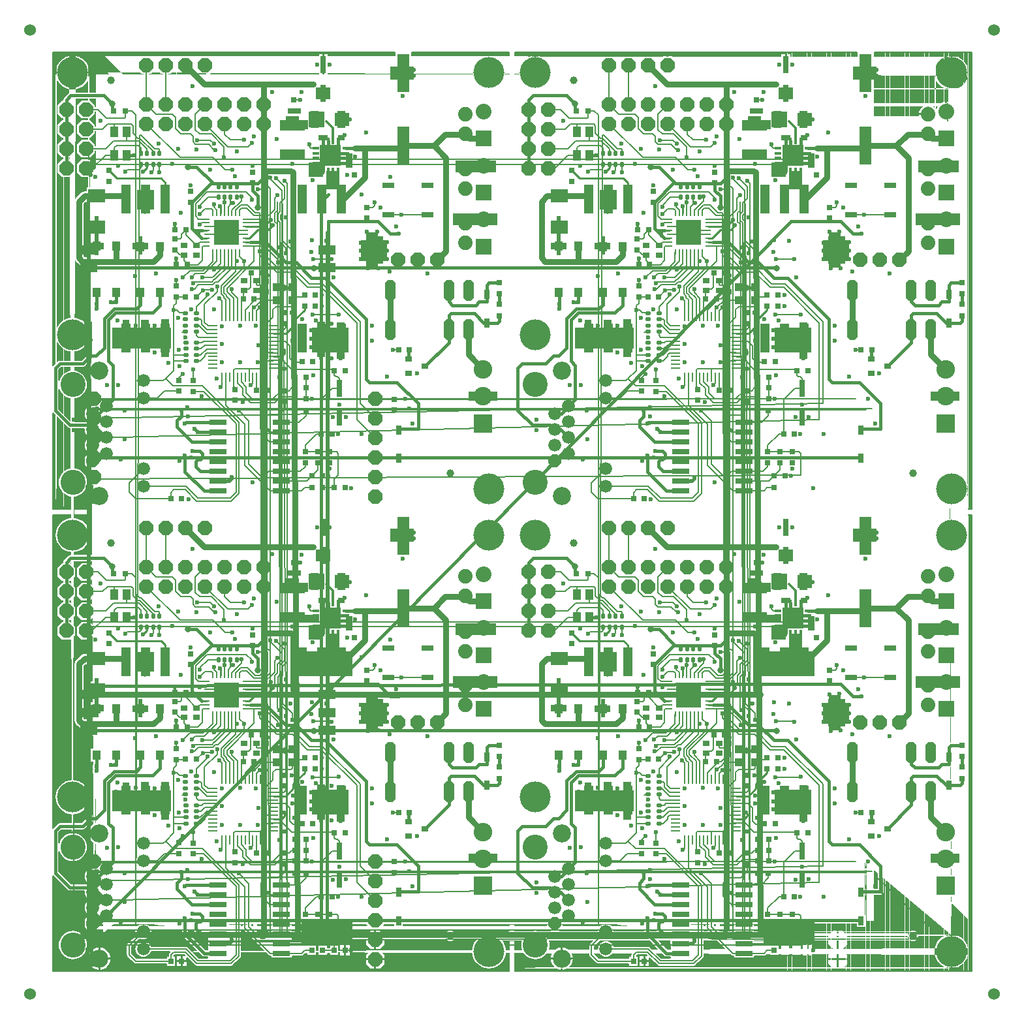
<source format=gtl>
%FSTAX23Y23*%
%MOMM*%
%SFA1B1*%

%IPPOS*%
%AMD23*
4,1,8,0.124460,0.350520,-0.124460,0.350520,-0.248920,0.226060,-0.248920,-0.226060,-0.124460,-0.350520,0.124460,-0.350520,0.248920,-0.226060,0.248920,0.226060,0.124460,0.350520,0.0*
1,1,0.250000,0.124460,0.226060*
1,1,0.250000,-0.124460,0.226060*
1,1,0.250000,-0.124460,-0.226060*
1,1,0.250000,0.124460,-0.226060*
%
%AMD39*
4,1,8,-0.350520,0.124460,-0.350520,-0.124460,-0.226060,-0.248920,0.226060,-0.248920,0.350520,-0.124460,0.350520,0.124460,0.226060,0.248920,-0.226060,0.248920,-0.350520,0.124460,0.0*
1,1,0.250000,-0.226060,0.124460*
1,1,0.250000,-0.226060,-0.124460*
1,1,0.250000,0.226060,-0.124460*
1,1,0.250000,0.226060,0.124460*
%
%AMD79*
4,1,8,0.388620,-0.939800,0.939800,-0.388620,0.939800,0.388620,0.388620,0.939800,-0.388620,0.939800,-0.939800,0.388620,-0.939800,-0.388620,-0.388620,-0.939800,0.388620,-0.939800,0.0*
%
%AMD82*
4,1,8,0.660400,-0.990600,0.660400,0.990600,0.330200,1.320800,-0.330200,1.320800,-0.660400,0.990600,-0.660400,-0.990600,-0.330200,-1.320800,0.330200,-1.320800,0.660400,-0.990600,0.0*
%
%AMD83*
4,1,8,0.939800,0.388620,0.388620,0.939800,-0.388620,0.939800,-0.939800,0.388620,-0.939800,-0.388620,-0.388620,-0.939800,0.388620,-0.939800,0.939800,-0.388620,0.939800,0.388620,0.0*
%
%AMD86*
4,1,8,0.838200,0.345440,0.345440,0.838200,-0.345440,0.838200,-0.838200,0.345440,-0.838200,-0.345440,-0.345440,-0.838200,0.345440,-0.838200,0.838200,-0.345440,0.838200,0.345440,0.0*
%
%ADD10R,3.299993X3.299993*%
%ADD11O,0.250000X0.799998*%
%ADD12O,0.799998X0.250000*%
%ADD13R,1.599997X4.999990*%
%ADD14R,2.199996X3.599993*%
%ADD15R,2.234996X1.218998*%
%ADD16R,1.523997X0.761998*%
%ADD17R,0.899998X0.799998*%
%ADD18R,1.099998X1.399997*%
%ADD19R,0.761998X0.761998*%
%ADD20R,0.999998X1.099998*%
%ADD21R,0.899998X0.799998*%
%ADD22R,2.199996X0.759998*%
G04~CAMADD=23~8~0.0~0.0~196.9~275.6~49.2~0.0~15~0.0~0.0~0.0~0.0~0~0.0~0.0~0.0~0.0~0~0.0~0.0~0.0~0.0~196.9~275.6*
%ADD23D23*%
%ADD24R,0.999998X1.299997*%
%ADD25R,0.649999X2.199996*%
%ADD26R,1.249998X3.749993*%
%ADD27R,0.999998X2.199996*%
%ADD28R,3.299993X1.399997*%
%ADD29R,0.849998X0.349999*%
%ADD30R,0.349999X0.849998*%
%ADD31R,2.699995X2.699995*%
%ADD32R,1.199998X0.230000*%
%ADD33R,0.230000X1.199998*%
%ADD34R,2.159996X1.779996*%
%ADD35R,0.699999X1.199998*%
%ADD36R,0.799998X0.699999*%
%ADD37C,0.999998*%
%ADD38R,0.699999X0.799998*%
G04~CAMADD=39~8~0.0~0.0~196.9~275.6~49.2~0.0~15~0.0~0.0~0.0~0.0~0~0.0~0.0~0.0~0.0~0~0.0~0.0~0.0~90.0~276.0~197.0*
%ADD39D39*%
%ADD40R,0.761998X0.761998*%
%ADD41C,0.200000*%
%ADD42C,0.250000*%
%ADD43C,0.399999*%
%ADD44C,0.799998*%
%ADD45C,0.253999*%
%ADD46C,0.349999*%
%ADD47C,0.299999*%
%ADD48R,1.924996X1.674997*%
%ADD49R,5.724989X1.501997*%
%ADD50R,5.299989X1.626997*%
%ADD51R,1.874996X1.599997*%
%ADD52R,2.049996X2.024996*%
%ADD53R,0.774998X1.226998*%
%ADD54R,1.724997X0.974998*%
%ADD55R,0.870998X0.728999*%
%ADD56R,1.249998X0.774998*%
%ADD57R,1.874996X1.824996*%
%ADD58R,0.824998X1.924996*%
%ADD59R,2.374995X0.936998*%
%ADD60R,0.624999X2.399995*%
%ADD61R,2.024996X0.899998*%
%ADD62R,0.624999X5.049990*%
%ADD63R,2.199996X2.499995*%
%ADD64R,7.649985X2.774994*%
%ADD65R,1.599997X4.599991*%
%ADD66R,3.424993X2.824994*%
%ADD67R,4.774990X3.324993*%
%ADD68R,1.049998X4.674991*%
%ADD69R,1.124998X4.824990*%
%ADD70R,0.874998X1.074998*%
%ADD71R,0.974998X1.124998*%
%ADD72R,0.999998X4.924990*%
%ADD73R,6.574987X3.324993*%
%ADD74R,1.674997X2.470995*%
%ADD75R,3.149994X1.774996*%
%ADD76R,3.749993X1.299997*%
%ADD77R,1.715997X0.740999*%
%ADD78C,1.523997*%
G04~CAMADD=79~4~0.0~0.0~739.8~739.8~0.0~216.7~0~0.0~0.0~0.0~0.0~0~0.0~0.0~0.0~0.0~0~0.0~0.0~0.0~225.0~739.8~739.8*
%ADD79D79*%
%ADD80R,2.412995X2.412995*%
%ADD81C,2.412995*%
G04~CAMADD=82~4~0.0~0.0~1040.2~520.1~0.0~130.0~0~0.0~0.0~0.0~0.0~0~0.0~0.0~0.0~0.0~0~0.0~0.0~0.0~270.0~520.0~1040.0*
%ADD82D82*%
G04~CAMADD=83~4~0.0~0.0~739.8~739.8~0.0~216.7~0~0.0~0.0~0.0~0.0~0~0.0~0.0~0.0~0.0~0~0.0~0.0~0.0~315.0~739.8~739.8*
%ADD83D83*%
%ADD84C,2.354995*%
%ADD85C,1.675997*%
G04~CAMADD=86~4~0.0~0.0~660.2~660.2~0.0~193.4~0~0.0~0.0~0.0~0.0~0~0.0~0.0~0.0~0.0~0~0.0~0.0~0.0~315.0~660.2~660.2*
%ADD86D86*%
%ADD87C,3.249994*%
%ADD88R,2.031996X2.031996*%
%ADD89C,2.031996*%
%ADD90C,1.879996*%
%ADD91C,3.999992*%
%ADD92C,0.599999*%
%ADD93C,0.799998*%
%ADD101C,0.127000*%
%LNsnarc_panel-1*%
%LPD*%
G54D101*
X13473Y47989D02*
X13597Y47907D01*
X13743Y47878*
X19111*
Y47717*
X19097*
Y4344*
X19111*
Y40367*
X18552*
Y38603*
Y38515*
X18216Y38179*
X143*
Y38565*
X14379*
Y40392*
X12852*
Y38565*
X12949*
Y38179*
X0955*
X095Y38229*
Y44995*
X09713Y45208*
X09752Y45192*
Y44855*
X12439*
Y45333*
X14017*
Y4344*
X15794*
Y47717*
X14017*
Y46684*
X12439*
Y47162*
X12363*
Y47286*
X12661*
Y47836*
X12788*
Y47963*
X13388*
Y4802*
X13426Y48036*
X13473Y47989*
G54D45*
X13392Y4789D02*
X13548Y47787D01*
X13731Y47751*
X18984*
Y47844*
X1897*
Y43313*
X18984*
Y40494*
X18425*
Y38603*
Y38567*
X18164Y38306*
X14427*
Y38438*
X14506*
Y40519*
X12725*
Y38438*
X12822*
Y38306*
X09602*
X09627Y38281*
Y44943*
X09743Y45058*
X09625Y45108*
Y44728*
X12566*
Y45206*
X1389*
Y43313*
X15921*
Y47844*
X1389*
Y46811*
X12566*
Y47289*
X1249*
Y47159*
X12788*
Y47709*
X12851Y47772*
X12873Y47836*
X13515*
Y47935*
X13396Y47886*
X13392Y4789*
X09728Y38328D02*
Y44703D01*
Y45084D02*
Y45059D01*
X09956Y38328D02*
Y44703D01*
X10185Y38328D02*
Y44703D01*
X10413Y38328D02*
Y44703D01*
X10642Y38328D02*
Y44703D01*
X10871Y38328D02*
Y44703D01*
X11099Y38328D02*
Y44703D01*
X11328Y38328D02*
Y44703D01*
X11556Y38328D02*
Y44703D01*
X11785Y38328D02*
Y44703D01*
X12014Y38328D02*
Y44703D01*
X12242Y38328D02*
Y44703D01*
X12471Y38328D02*
Y44703D01*
X12699Y38328D02*
Y45161D01*
Y46862D02*
Y47142D01*
X12928Y40563D02*
Y45161D01*
Y46862D02*
Y47802D01*
X13157Y40563D02*
Y45161D01*
Y46862D02*
Y47802D01*
X13385Y40563D02*
Y45161D01*
Y46862D02*
Y47802D01*
X13614Y40563D02*
Y45161D01*
Y46862D02*
Y47751D01*
X13842Y40563D02*
Y45161D01*
Y46862D02*
Y47701D01*
X14071Y40563D02*
Y43281D01*
Y47777D02*
Y47802D01*
X143Y40563D02*
Y43281D01*
Y47777D02*
Y47802D01*
X14528Y38328D02*
Y43281D01*
Y47777D02*
Y47802D01*
X14757Y38328D02*
Y43281D01*
Y47777D02*
Y47802D01*
X14985Y38328D02*
Y43281D01*
Y47777D02*
Y47802D01*
X15214Y38328D02*
Y43281D01*
Y47777D02*
Y47802D01*
X15443Y38328D02*
Y43281D01*
Y47777D02*
Y47802D01*
X15671Y38328D02*
Y43281D01*
Y47777D02*
Y47802D01*
X159Y38328D02*
Y43281D01*
Y47777D02*
Y47802D01*
X16128Y38328D02*
Y47701D01*
X16357Y38328D02*
Y47701D01*
X16586Y38328D02*
Y47701D01*
X16814Y38328D02*
Y47701D01*
X17043Y38328D02*
Y47701D01*
X17271Y38328D02*
Y47701D01*
X175Y38328D02*
Y47701D01*
X17729Y38328D02*
Y47701D01*
X17957Y38328D02*
Y47701D01*
X18186Y38379D02*
Y47701D01*
X18414Y40512D02*
Y47701D01*
X18643Y40512D02*
Y47701D01*
X18872Y40512D02*
Y47701D01*
G54D101*
X64603Y05396D02*
X05396D01*
Y17783*
X05441Y17792*
X07296Y15937*
X07444Y15838*
X07618Y15803*
X09415*
X0946Y15751*
X09453Y15699*
X09492Y15412*
X09602Y15143*
X09779Y14914*
X10008Y14737*
X10097Y14701*
Y14659*
X10008Y14622*
X09779Y14445*
X09602Y14216*
X09492Y13947*
X09453Y13659*
X09492Y13372*
X09602Y13103*
X09779Y12874*
X09959Y12736*
X09964Y12666*
X09463Y12165*
Y11074*
X10019Y10518*
X1111*
X11666Y11074*
Y11687*
X11709Y11708*
X11789Y11647*
X12057Y11537*
X12344Y11498*
X12632Y11537*
X12901Y11647*
X1313Y11824*
X13307Y12053*
X13417Y12322*
X13456Y12609*
X13417Y12897*
X13307Y13166*
X1313Y13395*
X12901Y13572*
X12812Y13609*
Y13651*
X129Y13687*
X1313Y13864*
X13307Y14093*
X13417Y14362*
X13456Y14649*
X13417Y14937*
X13307Y15206*
X1313Y15435*
X12901Y15612*
X12812Y15649*
Y15691*
X129Y15727*
X1313Y15904*
X13307Y16133*
X13417Y16402*
X13456Y16689*
X13417Y16977*
X13307Y17246*
X1313Y17475*
X12901Y17652*
X12812Y17689*
Y17731*
X129Y17767*
X1313Y17944*
X13307Y18173*
X13417Y18442*
X13456Y18729*
X13417Y19017*
X13385Y19094*
X13531Y19239*
X13629Y19387*
X13664Y19561*
Y24033*
X13637Y24169*
X13629Y24207*
X13531Y24355*
X13121Y24765*
Y29699*
X13775Y30353*
X18356*
X18492Y3038*
X1853Y30388*
X18678Y30487*
X19528Y31336*
X20495*
X20537Y31284*
X20521Y31204*
X20565Y30984*
X2069Y30798*
X20726Y30773*
Y29771*
X20049*
Y27578*
Y25386*
X20726*
Y25349*
Y24574*
Y23503*
X19799Y22575*
X19627Y22404*
X18204*
X18127Y22591*
X1795Y2282*
X17721Y22997*
X17452Y23107*
X17164Y23146*
X16877Y23107*
X16608Y22997*
X16379Y2282*
X16202Y22591*
X16092Y22322*
X1608Y22233*
X16042Y22176*
X16014Y22034*
X16042Y21893*
X1608Y21836*
X16092Y21747*
X16202Y21478*
X16379Y21249*
X16608Y21072*
X16877Y20962*
X17164Y20923*
X17452Y20962*
X17721Y21072*
X1795Y21249*
X18127Y21478*
X18204Y21665*
X19787*
X19922Y21692*
X20016Y21755*
X20097*
X20752Y211*
X20789Y21075*
X20779Y21044*
X19943*
X19808Y21017*
X19693Y2094*
X18866Y20114*
X18204*
X18127Y20301*
X1795Y2053*
X17721Y20707*
X17452Y20817*
X17164Y20856*
X16877Y20817*
X16608Y20707*
X16379Y2053*
X16202Y20301*
X16092Y20032*
X16053Y19744*
X16092Y19457*
X16202Y19188*
X16379Y18959*
X16608Y18782*
X16877Y18672*
X17164Y18633*
X17452Y18672*
X17721Y18782*
X1795Y18959*
X18127Y19188*
X18204Y19375*
X19026*
X19161Y19402*
X19276Y19479*
X20103Y20305*
X21136*
Y20061*
X22463*
Y20996*
X22986*
Y20036*
X24313*
Y2028*
X24871*
X27849Y17302*
X27833Y17263*
X25484*
Y17091*
X2268*
X22506Y17056*
X22482Y1704*
X22326Y17009*
X22317Y17003*
X22309Y17012*
X22408Y17111*
X22507Y1726*
X22542Y17434*
Y17969*
X22601Y18059*
X22645Y18278*
X22601Y18498*
X22476Y18684*
X2229Y18809*
X2207Y18853*
X21851Y18809*
X21665Y18684*
X2154Y18498*
X21496Y18278*
X2154Y18059*
X21599Y17969*
Y17636*
X21192Y17228*
X21093Y1708*
X21085Y17041*
X21058Y16906*
Y16051*
X21085Y15915*
X21093Y15877*
X21192Y15729*
X23179Y13742*
X23327Y13643*
X23501Y13608*
X25484*
Y13499*
Y13389*
Y12229*
Y12119*
Y10959*
Y10849*
Y108*
X24759*
X24467Y11092*
Y11383*
X24441Y11357*
X24552*
X24688Y11384*
X24726Y11392*
X24874Y11491*
X25158Y11775*
X25257Y11923*
X25265Y11962*
X25292Y12097*
Y1256*
X25257Y12735*
X2522Y12789*
X25158Y12882*
X24799Y13241*
X24651Y1334*
X24612Y13348*
X24477Y13375*
X2388*
X2379Y13434*
X2357Y13478*
X23351Y13434*
X23165Y13309*
X2304Y13123*
X22996Y12903*
X2304Y12684*
X23165Y12498*
X23351Y12373*
X2357Y12329*
X2379Y12373*
X2388Y12432*
X24275*
X24342Y12365*
Y12292*
X2435Y123*
X24239*
X24103Y12273*
X24065Y12265*
X23917Y12166*
X23658Y11907*
X23559Y11759*
X23551Y1172*
X23524Y11585*
Y1089*
X23551Y10754*
X23559Y10716*
X23658Y10568*
X24235Y09991*
X24383Y09892*
X24421Y09884*
X24557Y09857*
X25484*
Y09689*
Y09579*
Y08419*
Y08309*
Y08201*
X2524*
X23017Y10424*
Y11994*
X23076Y12084*
X2312Y12303*
X23076Y12523*
X22951Y12709*
X22765Y12834*
X22545Y12878*
X22326Y12834*
X2214Y12709*
X22015Y12523*
X21971Y12303*
X22015Y12084*
X22074Y11994*
Y10222*
X22101Y10086*
X22109Y10048*
X22208Y099*
X24716Y07392*
X24864Y07293*
X25038Y07258*
X25484*
Y0717*
Y07176*
X25451Y07144*
X24378*
X22941Y0858*
X22826Y08657*
X22691Y08684*
X18204*
X18127Y08871*
X1795Y091*
X17721Y09277*
X17452Y09387*
X17164Y09426*
X16877Y09387*
X16608Y09277*
X16379Y091*
X16202Y08871*
X16092Y08602*
X16053Y08314*
X16092Y08027*
X16202Y07758*
X16379Y07529*
X16608Y07352*
X16877Y07242*
X17164Y07203*
X17452Y07242*
X17721Y07352*
X1795Y07529*
X18127Y07758*
X18204Y07945*
X20593*
X20609Y07906*
X20484Y07781*
X20407Y07666*
X2038Y07531*
Y07388*
X20136*
Y07094*
X16303*
X15669Y07728*
Y08586*
X1669Y09609*
X16877Y09532*
X17164Y09493*
X17452Y09532*
X17721Y09642*
X1795Y09819*
X18127Y10048*
X18237Y10317*
X18276Y10604*
X18237Y10892*
X18127Y11161*
X1795Y1139*
X17721Y11567*
X17452Y11677*
X17164Y11716*
X16877Y11677*
X16608Y11567*
X16379Y1139*
X16202Y11161*
X16092Y10892*
X16053Y10604*
X16092Y10317*
X16169Y1013*
X15034Y08996*
X14957Y08881*
X1493Y08746*
Y07568*
X14957Y07433*
X15034Y07318*
X15893Y06459*
X15957Y06416*
X16008Y06382*
X16143Y06355*
X20136*
Y06061*
X21363*
Y07388*
X21191*
X21175Y07427*
X21278Y0753*
X22451*
X22501Y0748*
X22485Y07442*
X22213*
Y06788*
X22817*
Y0711*
X22856Y07126*
X23823Y06159*
X23938Y06082*
X24073Y06055*
X28576*
X28711Y06082*
X28826Y06159*
X29818Y07151*
X29895Y07266*
X29922Y07401*
Y162*
X29927Y16202*
X29976Y16169*
Y11008*
X30003Y10873*
X3008Y10757*
X33373Y07464*
X33489Y07387*
X33624Y0736*
X33739*
Y07086*
X36466*
Y0736*
X37686*
X37821Y07387*
X37936Y07464*
X38232Y07759*
X38407*
Y07465*
X39634*
Y08792*
X3872*
X38704Y08831*
X38884Y09011*
X39638*
Y09765*
X39718Y09845*
X39757Y09829*
Y09738*
X40361*
Y10392*
X40182*
X4014Y10443*
Y1079*
X40434*
Y12017*
X39107*
Y1079*
X39401*
Y10574*
X39165Y10338*
X38411*
Y09584*
X38196Y09369*
X36466*
Y09579*
Y09689*
Y099*
X37563*
X37698Y09927*
X37813Y10004*
X38436Y10627*
X38513Y10742*
X38523Y1079*
X38834*
Y12017*
X37507*
Y10841*
X37536Y10771*
X37403Y10639*
X36466*
Y10849*
Y10959*
Y12119*
Y12229*
Y13389*
Y13499*
Y14659*
Y14769*
Y15929*
Y16039*
Y1625*
X37376*
X37511Y16277*
X37626Y16354*
X38515Y17243*
X38592Y17358*
X38619Y17493*
Y17461*
X38863*
Y18788*
X37636*
Y17512*
X37667Y17438*
X37216Y16989*
X36466*
Y17263*
X35011*
X34957Y17344*
X3495Y17308*
X35814Y18142*
X35892Y18258*
X35919Y18393*
Y18711*
X36213*
Y19555*
X36261*
Y19036*
X3648*
Y18788*
X36236*
Y17461*
X37463*
Y18788*
X37219*
Y19036*
X37488*
Y20363*
X36261*
Y20294*
X36213*
Y20381*
X36216Y20382*
X36327Y20457*
X36304Y20439*
X36312Y20436*
X37488*
Y21763*
X36261*
Y2141*
X36193Y21365*
X36165Y21337*
X36162Y21338*
X34886*
Y21035*
X34818Y2099*
X33981Y20154*
X33942Y2017*
Y20711*
X33338*
Y20057*
X33829*
X33823Y20072*
X3379Y20023*
X31441*
X31392Y20072*
X31408Y20111*
X32488*
Y21438*
X32244*
Y21611*
X33253*
Y23338*
X32744*
Y23396*
X3299Y23643*
X33067Y23758*
X33094Y23893*
Y2423*
X33132*
Y24213*
X34967*
Y2428*
X35071*
X36143Y23209*
X36207Y23166*
Y23153*
Y23094*
Y22563*
X37542*
Y23078*
Y23127*
X3752Y23105*
X37661*
Y23099*
Y23078*
Y21836*
X37905*
Y21763*
X37661*
Y20436*
X37905*
Y20363*
X37661*
Y19036*
X38858*
X38908Y19108*
X39074Y19075*
X39294Y19119*
X3948Y19244*
X39605Y1943*
X39649Y19649*
X39605Y19869*
X3948Y20055*
X39294Y2018*
X39075Y20224*
X3894Y20198*
X38888Y2024*
Y20363*
X38644*
Y20436*
X38888*
Y21763*
X38644*
Y21836*
X38888*
Y23078*
Y23073*
X3892Y23105*
X41336*
Y22686*
X41512*
X41589Y22671*
X41607Y22583*
X41684Y22468*
X41893Y22259*
X42008Y22182*
X42036Y22176*
Y21419*
X41693*
X41558Y21392*
X41443Y21315*
X39982Y19854*
X39905Y19739*
X39878Y19604*
Y15769*
X39634*
Y15475*
X39624*
X39489Y15448*
X39374Y15371*
X37905Y13902*
X37828Y13787*
X37801Y13652*
Y13417*
X37507*
Y1219*
X38834*
Y12434*
X39107*
Y1219*
X40434*
Y12434*
X40684*
Y12211*
X42011*
Y12434*
X42092*
X4208Y12446*
Y09953*
X41655Y09527*
X41578Y09412*
X41551Y09277*
Y08792*
X41307*
Y08498*
X41034*
Y08792*
X39807*
Y07465*
X41034*
Y07759*
X41307*
Y07465*
X42534*
Y08792*
X4229*
Y09117*
X42715Y09543*
X42792Y09658*
X42819Y09793*
Y12606*
X42792Y12741*
X42715Y12856*
X42502Y13069*
X42387Y13146*
X42252Y13173*
X42011*
Y13438*
X40684*
Y13173*
X40434*
Y13417*
X39107*
Y13173*
X38834*
Y13417*
X3854*
Y13492*
X39595Y14547*
X39634Y14531*
Y14442*
X40861*
Y15769*
X40617*
Y19444*
X41853Y2068*
X42036*
Y19686*
X43213*
Y22413*
X42968*
X42967Y22416*
X4289Y22531*
X42828Y22593*
X42837Y22614*
X42845Y22632*
X43286*
Y23286*
X42682*
Y22795*
X42664Y22787*
X42643Y22778*
X42631Y2279*
X42563Y22835*
Y24013*
X41336*
Y23844*
X39817*
Y2387*
Y24461*
X38482*
Y23897*
X38429Y23844*
X36553*
X35481Y24915*
X35366Y24992*
X35231Y25019*
X34967*
Y25086*
X34113*
Y25213*
X34967*
Y25582*
X34913*
Y25834*
Y26217*
X34967*
Y26586*
X34113*
Y26713*
X34967*
Y2678*
X35446*
X35805Y26421*
Y24893*
X35832Y24758*
X35909Y24643*
X36368Y24184*
X36483Y24107*
X36618Y2408*
X37136*
Y23861*
X38363*
Y25188*
X37136*
Y24819*
X36778*
X36544Y25053*
Y26581*
X36517Y26716*
X3644Y26831*
X35856Y27415*
X35741Y27492*
X35606Y27519*
X34913*
Y27464*
Y27753*
X35656*
X35802Y27782*
X35926Y27864*
X36838Y28777*
X36877Y28761*
Y2544*
X38654*
Y29717*
X37208*
X37192Y29755*
X3836Y30923*
X3844Y31043*
X38429Y31011*
X38688*
Y32338*
X38563*
Y32461*
X38688*
Y33724*
Y33702*
X38741Y33755*
X38807*
Y33778*
Y33728*
Y33188*
X40142*
Y33654*
X40181Y3367*
X42647Y31205*
X42632Y31176*
X42499Y31202*
X4228Y31158*
X42094Y31033*
X4205Y30969*
X40142*
Y3102*
Y31611*
X38807*
Y31065*
X38719Y31005*
X38594Y30819*
X3855Y30599*
X38594Y3038*
X38719Y30194*
X38905Y30069*
X39124Y30025*
X39344Y30069*
X3953Y30194*
X39555Y3023*
X42088*
X42096Y30222*
X42279Y30097*
X42499Y30053*
X42719Y30097*
X42905Y30221*
X4303Y30408*
X43074Y30627*
X43048Y3076*
X43077Y30775*
X4448Y29371*
Y16978*
X44507Y16843*
X44584Y16728*
X4609Y15222*
X46047Y1518*
Y13987*
X46654Y1338*
X47847*
X48454Y13987*
Y1518*
X47847Y15787*
X46654*
X46611Y15744*
X45219Y17138*
Y18578*
X45257Y18594*
X46052Y17799*
Y17725*
X46047Y1772*
Y16527*
X46654Y1592*
X47847*
X48454Y16527*
Y1772*
X47847Y18327*
X46654*
X46649Y18322*
X46575*
X45673Y19224*
Y22*
X45704Y22009*
X45766Y21917*
X46196Y21487*
X46344Y21388*
X46518Y21353*
X49879*
X52353Y18879*
Y16225*
X50888*
Y16513*
X49661*
Y14786*
X50888*
Y15282*
X52831*
X53005Y15317*
X53158Y15419*
X53261Y15573*
X53296Y15747*
Y19081*
X53269Y19217*
X53261Y19255*
X53162Y19403*
X50403Y22162*
X50255Y22261*
X50216Y22269*
X50081Y22296*
X4672*
X46575Y22441*
Y3005*
X4654Y30225*
X46503Y30279*
X46441Y30373*
X41098Y35716*
X40995Y35785*
X41001Y35815*
X42332*
Y37561*
X42141*
X42112Y37614*
X42149Y37799*
X42105Y3802*
X421Y38028*
X42123Y38072*
X42386*
Y38936*
X39516*
Y38362*
X39471Y38337*
X39444Y38355*
X39224Y38399*
X39005Y38355*
X38819Y3823*
X38694Y38044*
X3865Y37824*
X38694Y37605*
X38819Y37419*
X39005Y37294*
X39152Y37264*
Y37242*
X39066Y37224*
X38846Y37078*
X387Y36858*
X38648Y36599*
X38689Y36395*
X38663Y36377*
X38563Y36478*
Y40636*
X3957*
Y40438*
X42332*
Y42184*
X41422*
Y42255*
X41395Y42228*
X47404*
X48476Y41156*
X4846Y41117*
X47212*
Y39063*
X48566*
Y41011*
X48605Y41027*
X48871Y40762*
X49019Y40663*
X49193Y40628*
X4999*
X5008Y40569*
X50299Y40525*
X50519Y40569*
X50705Y40694*
X5083Y4088*
X50874Y41099*
X5083Y41319*
X50705Y41505*
X50519Y4163*
X50299Y41674*
X5008Y4163*
X4999Y41571*
X49395*
X48105Y42861*
X48113Y42881*
X48121Y429*
X5001*
Y43175*
X50244*
X50269Y43139*
X50455Y43014*
X50674Y4297*
X50894Y43014*
X5108Y43139*
X51105Y43175*
X53039*
Y429*
X5509*
Y44189*
X53039*
Y43914*
X51105*
X5108Y4395*
X50894Y44075*
X50674Y44119*
X50455Y44075*
X50269Y4395*
X50244Y43914*
X5001*
Y44189*
X47959*
Y43062*
X4794Y43054*
X47919Y43045*
X47927Y43037*
X4778Y43136*
X47741Y43144*
X47606Y43171*
X46813*
Y43713*
X45486*
Y43171*
X41193*
X41057Y43144*
X41019Y43136*
X40871Y43037*
X40613Y4278*
X40514Y42631*
X40506Y42592*
X40479Y42457*
Y42184*
X3957*
Y41986*
X38563*
Y43411*
X44252*
X44348Y43431*
X44435Y43489*
X44493Y43576*
X44513Y43672*
Y46055*
X46357Y47899*
X46465Y48061*
X46538*
Y48306*
X4655Y48365*
Y51503*
X49811*
Y49761*
X51938*
Y51853*
X54566*
X55749Y5067*
Y39114*
X55533Y38898*
X54688*
X54081Y38291*
Y37098*
X54688Y36491*
X55881*
X56488Y37098*
Y37943*
X56907Y38361*
X57049Y38576*
X571Y38828*
Y50956*
X57049Y51208*
X56989Y51299*
X56907Y51423*
X55838Y52491*
Y52565*
X56604Y53332*
X58027*
X58116Y53216*
X58367Y53023*
X5866Y52903*
X58974Y5286*
X59123Y5288*
X59207Y52825*
X59459Y52774*
X60045*
Y5217*
X62604*
Y54729*
X60045*
Y54693*
X60024Y54688*
X60026Y54681*
X59833Y54933*
X59581Y55126*
X59289Y55246*
X58974Y55289*
X5866Y55246*
X58367Y55126*
X58116Y54933*
X57923Y54681*
X57923Y54683*
X56318*
X56066Y54632*
X55851Y5449*
X54566Y53204*
X51938*
Y55288*
X49811*
Y52854*
X44589*
X44337Y52803*
X44113Y52655*
X44121Y52671*
X43418*
X43244Y52636*
X43246Y52638*
X43117*
Y52892*
X42917*
Y53086*
X42488*
Y53213*
X42361*
Y53892*
X4222*
Y54532*
X42761*
Y55949*
Y57367*
X42095*
X42042Y5742*
Y60956*
X42022Y61052*
X41964Y61139*
X41877Y61197*
X41781Y61217*
X39202*
X39158Y61208*
X39108Y61197*
X39065Y61169*
X39074Y61175*
X25352*
X24871Y61655*
X24887Y61694*
X25096*
Y62888*
X23903*
Y62679*
X23863Y62662*
X23823Y62703*
Y63548*
X23216Y64155*
X22024*
X21417Y63548*
Y62355*
X22024Y61748*
X22868*
X24599Y60017*
X24813Y59875*
X25065Y59824*
X32144*
Y58994*
X31616Y58466*
Y57273*
X32144Y56745*
Y56454*
X31616Y55926*
Y54733*
X32144Y54205*
Y49344*
X32195Y49092*
X32247Y49013*
Y48533*
X31976Y48261*
X31912Y48288*
X30636*
Y48125*
X26402*
X24414Y50112*
X24266Y50211*
X24227Y50219*
X24092Y50246*
X23458*
X23454Y50253*
X23233Y50399*
X22974Y50451*
X22716Y50399*
X22496Y50253*
X2235Y50033*
X22298Y49774*
X2235Y49516*
X22496Y49296*
X22716Y4915*
X22974Y49098*
X23233Y4915*
X23454Y49296*
X23458Y49303*
X2389*
X25364Y47829*
Y47755*
X24056Y46448*
X24017Y46464*
Y46536*
X23363*
Y45932*
X23485*
X23501Y45893*
X23421Y45813*
X22636*
Y44586*
X23003*
Y43567*
X20927*
X20874Y4362*
Y47717*
X20382*
Y47745*
X20353Y47891*
X20271Y48015*
X19726Y4856*
X19672Y48596*
Y48669*
X1978Y4883*
X19824Y49049*
X1978Y49269*
X19655Y49455*
X19615Y49483*
Y4955*
X1965Y49574*
X19736Y49702*
X19765Y49847*
Y5031*
X19736Y50455*
X1965Y50583*
X19522Y50669*
X19377Y50698*
X19114*
X18969Y50669*
X18867Y50601*
X18824*
X18722Y50669*
X18577Y50698*
X18314*
X18169Y50669*
X18067Y50601*
X18024*
X17922Y50669*
X17777Y50698*
X17514*
X17369Y50669*
X17267Y50601*
X17224*
X17122Y50669*
X16977Y50698*
X16714*
X16569Y50669*
X16441Y50583*
X16355Y50455*
X16326Y5031*
Y49847*
X16326Y49846*
X16284Y49794*
X15076*
X14941Y49767*
X14878Y49725*
X14821Y49737*
X14601Y49693*
X14415Y49568*
X1429Y49382*
X14246Y49162*
X1429Y48943*
X14415Y48756*
X14494Y48703*
X14484Y48671*
X13914*
X13388Y49198*
Y49913*
X12078*
X11769Y48959*
X11736Y48926*
Y47162*
X09752*
Y46684*
X09552*
X093Y46633*
X09085Y46491*
X08342Y45748*
X082Y45533*
X08149Y45281*
Y37943*
X082Y37691*
X08342Y37476*
X08797Y37021*
X09012Y36879*
X09264Y36828*
X18502*
X18494Y36826*
X18517Y36792*
X18519Y36795*
X18475Y36574*
X18519Y36355*
X18644Y36169*
X1883Y36044*
X1905Y36*
X1906Y36002*
X19111Y3596*
Y34367*
X18552*
Y3254*
X18844*
Y31986*
X18154Y31296*
X16893*
X16876Y31335*
X17113Y31572*
X17212Y3172*
X1722Y31758*
X17247Y31894*
Y3254*
X17539*
Y34367*
X16012*
Y3254*
X16304*
Y32096*
X16054Y31846*
X14095*
X14071Y31891*
X1413Y3198*
X14174Y32199*
X1413Y32419*
X14087Y32485*
Y32565*
X14379*
Y34392*
X12852*
Y32745*
X1278Y3273*
X12594Y32605*
X12469Y32419*
X12425Y32199*
X12469Y3198*
X12594Y31794*
X1278Y31669*
X12893Y31646*
X12908Y31597*
X11762Y30452*
X11663Y30303*
X11655Y30264*
X11628Y30129*
Y2652*
X10854Y25746*
X10393*
X10257Y25719*
X10219Y25711*
X10071Y25612*
X09154Y24696*
X06318*
X06182Y24669*
X06144Y24661*
X05996Y24562*
X05413Y23978*
X05429Y24002*
X05396Y24012*
Y64603*
X49757*
Y61988*
X51992*
Y64603*
X64603*
Y05396*
X05435Y0541D02*
Y17779D01*
Y24053D02*
Y64592D01*
X05537Y0541D02*
Y17678D01*
Y24155D02*
Y64592D01*
X05638Y0541D02*
Y17576D01*
Y24256D02*
Y64592D01*
X0574Y0541D02*
Y17475D01*
Y24358D02*
Y64592D01*
X05841Y0541D02*
Y17373D01*
Y2446D02*
Y64592D01*
X05943Y0541D02*
Y17271D01*
Y24561D02*
Y64592D01*
X06045Y0541D02*
Y1717D01*
Y24637D02*
Y64592D01*
X06146Y0541D02*
Y17068D01*
Y24688D02*
Y64592D01*
X06248Y0541D02*
Y16967D01*
Y24714D02*
Y64592D01*
X06349Y0541D02*
Y16865D01*
Y24714D02*
Y64592D01*
X06451Y0541D02*
Y16763D01*
Y24714D02*
Y64592D01*
X06553Y0541D02*
Y16662D01*
Y24714D02*
Y64592D01*
X06654Y0541D02*
Y1656D01*
Y24714D02*
Y64592D01*
X06756Y0541D02*
Y16459D01*
Y24714D02*
Y64592D01*
X06857Y0541D02*
Y16357D01*
Y24714D02*
Y64592D01*
X06959Y0541D02*
Y16255D01*
Y24714D02*
Y64592D01*
X07061Y0541D02*
Y16154D01*
Y24714D02*
Y64592D01*
X07162Y0541D02*
Y16052D01*
Y24714D02*
Y64592D01*
X07264Y0541D02*
Y15951D01*
Y24714D02*
Y64592D01*
X07365Y0541D02*
Y15874D01*
Y24714D02*
Y64592D01*
X07467Y0541D02*
Y15824D01*
Y24714D02*
Y64592D01*
X07569Y0541D02*
Y15798D01*
Y24714D02*
Y64592D01*
X0767Y0541D02*
Y15773D01*
Y24714D02*
Y64592D01*
X07772Y0541D02*
Y15773D01*
Y24714D02*
Y64592D01*
X07873Y0541D02*
Y15773D01*
Y24714D02*
Y64592D01*
X07975Y0541D02*
Y15773D01*
Y24714D02*
Y64592D01*
X08077Y0541D02*
Y15773D01*
Y24714D02*
Y64592D01*
X08178Y0541D02*
Y15773D01*
Y24714D02*
Y37795D01*
Y45465D02*
Y64592D01*
X0828Y0541D02*
Y15773D01*
Y24714D02*
Y37541D01*
Y45694D02*
Y64592D01*
X08381Y0541D02*
Y15773D01*
Y24714D02*
Y37414D01*
Y45821D02*
Y64592D01*
X08483Y0541D02*
Y15773D01*
Y24714D02*
Y37312D01*
Y45923D02*
Y64592D01*
X08585Y0541D02*
Y15773D01*
Y24714D02*
Y3721D01*
Y46024D02*
Y64592D01*
X08686Y0541D02*
Y15773D01*
Y24714D02*
Y37109D01*
Y46126D02*
Y64592D01*
X08788Y0541D02*
Y15773D01*
Y24714D02*
Y37007D01*
Y46227D02*
Y64592D01*
X08889Y0541D02*
Y15773D01*
Y24714D02*
Y36956D01*
Y46329D02*
Y64592D01*
X08991Y0541D02*
Y15773D01*
Y24714D02*
Y3688D01*
Y46431D02*
Y64592D01*
X09093Y0541D02*
Y15773D01*
Y24714D02*
Y36855D01*
Y46532D02*
Y64592D01*
X09194Y0541D02*
Y15773D01*
Y24764D02*
Y36829D01*
Y46608D02*
Y64592D01*
X09296Y0541D02*
Y15773D01*
Y24866D02*
Y36804D01*
Y46685D02*
Y64592D01*
X09397Y0541D02*
Y15773D01*
Y24968D02*
Y36804D01*
Y46685D02*
Y64592D01*
X09499Y0541D02*
Y11023D01*
Y12242D02*
Y13334D01*
Y13995D02*
Y15392D01*
Y25069D02*
Y36804D01*
Y4671D02*
Y64592D01*
X09601Y0541D02*
Y10921D01*
Y12344D02*
Y1308D01*
Y14274D02*
Y15112D01*
Y25171D02*
Y36804D01*
Y4671D02*
Y64592D01*
X09702Y0541D02*
Y1082D01*
Y12445D02*
Y12953D01*
Y14401D02*
Y14985D01*
Y25272D02*
Y36804D01*
Y4671D02*
Y64592D01*
X09804Y0541D02*
Y10718D01*
Y12547D02*
Y12852D01*
Y14503D02*
Y14884D01*
Y25374D02*
Y36804D01*
Y47193D02*
Y64592D01*
X09905Y0541D02*
Y10617D01*
Y12649D02*
Y1275D01*
Y14579D02*
Y14808D01*
Y25476D02*
Y36804D01*
Y47193D02*
Y64592D01*
X10007Y0541D02*
Y1049D01*
Y14681D02*
Y14706D01*
Y25577D02*
Y36804D01*
Y47193D02*
Y64592D01*
X10109Y0541D02*
Y1049D01*
Y25653D02*
Y36804D01*
Y47193D02*
Y64592D01*
X1021Y0541D02*
Y1049D01*
Y25755D02*
Y36804D01*
Y47193D02*
Y64592D01*
X10312Y0541D02*
Y1049D01*
Y2578D02*
Y36804D01*
Y47193D02*
Y64592D01*
X10413Y0541D02*
Y1049D01*
Y2578D02*
Y36804D01*
Y47193D02*
Y64592D01*
X10515Y0541D02*
Y1049D01*
Y2578D02*
Y36804D01*
Y47193D02*
Y64592D01*
X10617Y0541D02*
Y1049D01*
Y2578D02*
Y36804D01*
Y47193D02*
Y64592D01*
X10718Y0541D02*
Y1049D01*
Y2578D02*
Y36804D01*
Y47193D02*
Y64592D01*
X1082Y0541D02*
Y1049D01*
Y2578D02*
Y36804D01*
Y47193D02*
Y64592D01*
X10921Y0541D02*
Y1049D01*
Y25857D02*
Y36804D01*
Y47193D02*
Y64592D01*
X11023Y0541D02*
Y1049D01*
Y25958D02*
Y36804D01*
Y47193D02*
Y64592D01*
X11125Y0541D02*
Y1054D01*
Y2606D02*
Y36804D01*
Y47193D02*
Y64592D01*
X11226Y0541D02*
Y10642D01*
Y26161D02*
Y36804D01*
Y47193D02*
Y64592D01*
X11328Y0541D02*
Y10744D01*
Y26263D02*
Y36804D01*
Y47193D02*
Y64592D01*
X11429Y0541D02*
Y10845D01*
Y26365D02*
Y36804D01*
Y47193D02*
Y64592D01*
X11531Y0541D02*
Y10947D01*
Y26466D02*
Y36804D01*
Y47193D02*
Y64592D01*
X11633Y0541D02*
Y11048D01*
Y30175D02*
Y36804D01*
Y47193D02*
Y64592D01*
X11734Y0541D02*
Y11683D01*
Y30454D02*
Y36804D01*
Y48971D02*
Y64592D01*
X11836Y0541D02*
Y11633D01*
Y30581D02*
Y36804D01*
Y49225D02*
Y64592D01*
X11937Y0541D02*
Y11582D01*
Y30683D02*
Y36804D01*
Y49504D02*
Y64592D01*
X12039Y0541D02*
Y11531D01*
Y30784D02*
Y36804D01*
Y49809D02*
Y64592D01*
X12141Y0541D02*
Y11506D01*
Y30886D02*
Y36804D01*
Y49936D02*
Y64592D01*
X12242Y0541D02*
Y11506D01*
Y30987D02*
Y36804D01*
Y49936D02*
Y64592D01*
X12344Y0541D02*
Y11506D01*
Y31089D02*
Y36804D01*
Y49936D02*
Y64592D01*
X12445Y0541D02*
Y11506D01*
Y31191D02*
Y3208D01*
Y32359D02*
Y36804D01*
Y49936D02*
Y64592D01*
X12547Y0541D02*
Y11506D01*
Y31292D02*
Y31851D01*
Y32562D02*
Y36804D01*
Y49936D02*
Y64592D01*
X12649Y0541D02*
Y11531D01*
Y31394D02*
Y31749D01*
Y32689D02*
Y36804D01*
Y49936D02*
Y64592D01*
X1275Y0541D02*
Y11582D01*
Y31495D02*
Y31673D01*
Y32765D02*
Y36804D01*
Y49936D02*
Y64592D01*
X12852Y0541D02*
Y11633D01*
Y13614D02*
Y13665D01*
Y15671D02*
Y15697D01*
Y17703D02*
Y17754D01*
Y31597D02*
Y31648D01*
Y34416D02*
Y36804D01*
Y49936D02*
Y64592D01*
X12953Y0541D02*
Y11683D01*
Y13563D02*
Y13715D01*
Y1562D02*
Y15747D01*
Y17652D02*
Y17805D01*
Y34416D02*
Y36804D01*
Y49936D02*
Y64592D01*
X13055Y0541D02*
Y1176D01*
Y13487D02*
Y13792D01*
Y15544D02*
Y15824D01*
Y17576D02*
Y17881D01*
Y34416D02*
Y36804D01*
Y49936D02*
Y64592D01*
X13157Y0541D02*
Y11861D01*
Y13385D02*
Y13893D01*
Y15443D02*
Y15925D01*
Y17475D02*
Y17957D01*
Y24764D02*
Y29717D01*
Y34416D02*
Y36804D01*
Y49936D02*
Y64592D01*
X13258Y0541D02*
Y11988D01*
Y13258D02*
Y1402D01*
Y15316D02*
Y16052D01*
Y17348D02*
Y1811D01*
Y24663D02*
Y29819D01*
Y34416D02*
Y36804D01*
Y49936D02*
Y64592D01*
X1336Y0541D02*
Y12191D01*
Y13055D02*
Y14223D01*
Y15112D02*
Y16255D01*
Y17144D02*
Y18313D01*
Y24561D02*
Y29921D01*
Y34416D02*
Y36804D01*
Y49936D02*
Y64592D01*
X13461Y0541D02*
Y19151D01*
Y2446D02*
Y30022D01*
Y34416D02*
Y36804D01*
Y49148D02*
Y64592D01*
X13563Y0541D02*
Y19253D01*
Y24358D02*
Y30124D01*
Y34416D02*
Y36804D01*
Y49047D02*
Y64592D01*
X13665Y0541D02*
Y30225D01*
Y34416D02*
Y36804D01*
Y48945D02*
Y64592D01*
X13766Y0541D02*
Y30327D01*
Y34416D02*
Y36804D01*
Y48844D02*
Y64592D01*
X13868Y0541D02*
Y30327D01*
Y34416D02*
Y36804D01*
Y48742D02*
Y64592D01*
X13969Y0541D02*
Y30327D01*
Y34416D02*
Y36804D01*
Y48691D02*
Y64592D01*
X14071Y0541D02*
Y30327D01*
Y31927D02*
Y31902D01*
Y34416D02*
Y36804D01*
Y48691D02*
Y64592D01*
X14173Y0541D02*
Y30327D01*
Y31876D02*
Y32537D01*
Y34416D02*
Y36804D01*
Y48691D02*
Y64592D01*
X14274Y0541D02*
Y30327D01*
Y31876D02*
Y32537D01*
Y34416D02*
Y36804D01*
Y48691D02*
Y49047D01*
Y49326D02*
Y64592D01*
X14376Y0541D02*
Y30327D01*
Y31876D02*
Y36804D01*
Y48691D02*
Y48818D01*
Y49529D02*
Y64592D01*
X14477Y0541D02*
Y30327D01*
Y31876D02*
Y36804D01*
Y48717D02*
Y48691D01*
Y49656D02*
Y64592D01*
X14579Y0541D02*
Y30327D01*
Y31876D02*
Y36804D01*
Y49707D02*
Y64592D01*
X14681Y0541D02*
Y30327D01*
Y31876D02*
Y36804D01*
Y49733D02*
Y64592D01*
X14782Y0541D02*
Y30327D01*
Y31876D02*
Y36804D01*
Y49758D02*
Y64592D01*
X14884Y0541D02*
Y30327D01*
Y31876D02*
Y36804D01*
Y49783D02*
Y64592D01*
X14985Y0541D02*
Y07391D01*
Y08966D02*
Y30327D01*
Y31876D02*
Y36804D01*
Y49809D02*
Y64592D01*
X15087Y0541D02*
Y07238D01*
Y09093D02*
Y30327D01*
Y31876D02*
Y36804D01*
Y49809D02*
Y64592D01*
X15189Y0541D02*
Y07137D01*
Y09194D02*
Y30327D01*
Y31876D02*
Y36804D01*
Y49809D02*
Y64592D01*
X1529Y0541D02*
Y07035D01*
Y09296D02*
Y30327D01*
Y31876D02*
Y36804D01*
Y49809D02*
Y64592D01*
X15392Y0541D02*
Y06934D01*
Y09397D02*
Y30327D01*
Y31876D02*
Y36804D01*
Y49809D02*
Y64592D01*
X15493Y0541D02*
Y06832D01*
Y09499D02*
Y30327D01*
Y31876D02*
Y36804D01*
Y49809D02*
Y64592D01*
X15595Y0541D02*
Y0673D01*
Y09601D02*
Y30327D01*
Y31876D02*
Y36804D01*
Y49809D02*
Y64592D01*
X15697Y0541D02*
Y06629D01*
Y07721D02*
Y0861D01*
Y09702D02*
Y30327D01*
Y31876D02*
Y36804D01*
Y49809D02*
Y64592D01*
X15798Y0541D02*
Y06527D01*
Y07619D02*
Y08712D01*
Y09804D02*
Y30327D01*
Y31876D02*
Y36804D01*
Y49809D02*
Y64592D01*
X159Y0541D02*
Y06426D01*
Y07518D02*
Y08813D01*
Y09905D02*
Y30327D01*
Y31876D02*
Y36804D01*
Y49809D02*
Y64592D01*
X16001Y0541D02*
Y06349D01*
Y07416D02*
Y08915D01*
Y10007D02*
Y22021D01*
Y22097D02*
Y30327D01*
Y31876D02*
Y32511D01*
Y34391D02*
Y36804D01*
Y49809D02*
Y64592D01*
X16103Y0541D02*
Y06349D01*
Y07315D02*
Y08D01*
Y08661D02*
Y09016D01*
Y10109D02*
Y10286D01*
Y10947D02*
Y1943D01*
Y20091D02*
Y21716D01*
Y22377D02*
Y30327D01*
Y31953D02*
Y32511D01*
Y34391D02*
Y36804D01*
Y49809D02*
Y64592D01*
X16205Y0541D02*
Y06324D01*
Y07213D02*
Y07721D01*
Y08915D02*
Y09118D01*
Y11201D02*
Y19151D01*
Y20345D02*
Y21462D01*
Y22631D02*
Y30327D01*
Y32054D02*
Y32511D01*
Y34391D02*
Y36804D01*
Y49809D02*
Y64592D01*
X16306Y0541D02*
Y06324D01*
Y07111D02*
Y07594D01*
Y09042D02*
Y0922D01*
Y11328D02*
Y19024D01*
Y20472D02*
Y21335D01*
Y22758D02*
Y30327D01*
Y34391D02*
Y36804D01*
Y4986D02*
Y64592D01*
X16408Y0541D02*
Y06324D01*
Y07111D02*
Y07492D01*
Y09143D02*
Y09321D01*
Y11429D02*
Y18922D01*
Y20573D02*
Y21234D01*
Y22859D02*
Y30327D01*
Y34391D02*
Y36804D01*
Y50571D02*
Y64592D01*
X16509Y0541D02*
Y06324D01*
Y07111D02*
Y07416D01*
Y0922D02*
Y09423D01*
Y11506D02*
Y18846D01*
Y2065D02*
Y21158D01*
Y22936D02*
Y30327D01*
Y34391D02*
Y36804D01*
Y50672D02*
Y64592D01*
X16611Y0541D02*
Y06324D01*
Y07111D02*
Y07315D01*
Y09321D02*
Y09524D01*
Y11607D02*
Y18745D01*
Y20751D02*
Y21056D01*
Y23037D02*
Y30327D01*
Y34391D02*
Y36804D01*
Y50723D02*
Y64592D01*
X16713Y0541D02*
Y06324D01*
Y07111D02*
Y07289D01*
Y09372D02*
Y09575D01*
Y11658D02*
Y18719D01*
Y20802D02*
Y21005D01*
Y23088D02*
Y30327D01*
Y34391D02*
Y36804D01*
Y50723D02*
Y64592D01*
X16814Y0541D02*
Y06324D01*
Y07111D02*
Y07238D01*
Y09423D02*
Y09524D01*
Y11709D02*
Y18668D01*
Y20853D02*
Y20954D01*
Y23139D02*
Y30327D01*
Y34391D02*
Y36804D01*
Y50723D02*
Y64592D01*
X16916Y0541D02*
Y06324D01*
Y07111D02*
Y07213D01*
Y09448D02*
Y09499D01*
Y11734D02*
Y18643D01*
Y20878D02*
Y20929D01*
Y23164D02*
Y30327D01*
Y31318D02*
Y31368D01*
Y34391D02*
Y36804D01*
Y50723D02*
Y64592D01*
X17017Y0541D02*
Y06324D01*
Y07111D02*
Y07213D01*
Y09448D02*
Y09499D01*
Y11734D02*
Y18643D01*
Y20878D02*
Y20929D01*
Y23164D02*
Y30327D01*
Y31318D02*
Y3147D01*
Y34391D02*
Y36804D01*
Y50723D02*
Y64592D01*
X17119Y0541D02*
Y06324D01*
Y07111D02*
Y07213D01*
Y09448D02*
Y09499D01*
Y11734D02*
Y18643D01*
Y20878D02*
Y20929D01*
Y23164D02*
Y30327D01*
Y31318D02*
Y31572D01*
Y34391D02*
Y36804D01*
Y50698D02*
Y64592D01*
X17221Y0541D02*
Y06324D01*
Y07111D02*
Y07213D01*
Y09448D02*
Y09499D01*
Y11734D02*
Y18643D01*
Y20878D02*
Y20929D01*
Y23164D02*
Y30327D01*
Y31318D02*
Y31749D01*
Y34391D02*
Y36804D01*
Y50622D02*
Y64592D01*
X17322Y0541D02*
Y06324D01*
Y07111D02*
Y07213D01*
Y09448D02*
Y09499D01*
Y11734D02*
Y18643D01*
Y20878D02*
Y20929D01*
Y23164D02*
Y30327D01*
Y31318D02*
Y32511D01*
Y34391D02*
Y36804D01*
Y50672D02*
Y64592D01*
X17424Y0541D02*
Y06324D01*
Y07111D02*
Y07213D01*
Y09448D02*
Y09499D01*
Y11734D02*
Y18643D01*
Y20878D02*
Y20929D01*
Y23164D02*
Y30327D01*
Y31318D02*
Y32511D01*
Y34391D02*
Y36804D01*
Y50723D02*
Y64592D01*
X17525Y0541D02*
Y06324D01*
Y07111D02*
Y07264D01*
Y09397D02*
Y0955D01*
Y11683D02*
Y18694D01*
Y20827D02*
Y2098D01*
Y23113D02*
Y30327D01*
Y31318D02*
Y32511D01*
Y34391D02*
Y36804D01*
Y50723D02*
Y64592D01*
X17627Y0541D02*
Y06324D01*
Y07111D02*
Y07289D01*
Y09347D02*
Y09601D01*
Y11633D02*
Y18719D01*
Y20777D02*
Y21031D01*
Y23063D02*
Y30327D01*
Y31318D02*
Y36804D01*
Y50723D02*
Y64592D01*
X17729Y0541D02*
Y06324D01*
Y07111D02*
Y0734D01*
Y09296D02*
Y09651D01*
Y11582D02*
Y1877D01*
Y20726D02*
Y21081D01*
Y23012D02*
Y30327D01*
Y31318D02*
Y36804D01*
Y50723D02*
Y64592D01*
X1783Y0541D02*
Y06324D01*
Y07111D02*
Y07416D01*
Y0922D02*
Y09728D01*
Y11506D02*
Y18846D01*
Y2065D02*
Y21158D01*
Y22936D02*
Y30327D01*
Y31318D02*
Y36804D01*
Y50723D02*
Y64592D01*
X17932Y0541D02*
Y06324D01*
Y07111D02*
Y07492D01*
Y09143D02*
Y09804D01*
Y11429D02*
Y18922D01*
Y20573D02*
Y21234D01*
Y22859D02*
Y30327D01*
Y31318D02*
Y36804D01*
Y50698D02*
Y64592D01*
X18033Y0541D02*
Y06324D01*
Y07111D02*
Y07594D01*
Y09042D02*
Y09905D01*
Y11328D02*
Y19024D01*
Y20472D02*
Y21335D01*
Y22758D02*
Y30327D01*
Y31318D02*
Y36804D01*
Y50622D02*
Y64592D01*
X18135Y0541D02*
Y06324D01*
Y07111D02*
Y07746D01*
Y08889D02*
Y10058D01*
Y11175D02*
Y19176D01*
Y20319D02*
Y21488D01*
Y22605D02*
Y30327D01*
Y31318D02*
Y36804D01*
Y50698D02*
Y64592D01*
X18237Y0541D02*
Y06324D01*
Y07111D02*
Y07924D01*
Y08712D02*
Y10312D01*
Y10921D02*
Y19354D01*
Y20142D02*
Y2164D01*
Y22428D02*
Y30327D01*
Y31419D02*
Y36804D01*
Y50723D02*
Y64592D01*
X18338Y0541D02*
Y06324D01*
Y07111D02*
Y07924D01*
Y08712D02*
Y19354D01*
Y20142D02*
Y2164D01*
Y22428D02*
Y30327D01*
Y31521D02*
Y36804D01*
Y50723D02*
Y64592D01*
X1844Y0541D02*
Y06324D01*
Y07111D02*
Y07924D01*
Y08712D02*
Y19354D01*
Y20142D02*
Y2164D01*
Y22428D02*
Y30352D01*
Y31622D02*
Y36804D01*
Y50723D02*
Y64592D01*
X18541Y0541D02*
Y06324D01*
Y07111D02*
Y07924D01*
Y08712D02*
Y19354D01*
Y20142D02*
Y2164D01*
Y22428D02*
Y30378D01*
Y31724D02*
Y32511D01*
Y34391D02*
Y36296D01*
Y50723D02*
Y64592D01*
X18643Y0541D02*
Y06324D01*
Y07111D02*
Y07924D01*
Y08712D02*
Y19354D01*
Y20142D02*
Y2164D01*
Y22428D02*
Y30454D01*
Y31826D02*
Y32511D01*
Y34391D02*
Y36144D01*
Y50723D02*
Y64592D01*
X18745Y0541D02*
Y06324D01*
Y07111D02*
Y07924D01*
Y08712D02*
Y19354D01*
Y20142D02*
Y2164D01*
Y22428D02*
Y30556D01*
Y31927D02*
Y32511D01*
Y34391D02*
Y36093D01*
Y50698D02*
Y64592D01*
X18846Y0541D02*
Y06324D01*
Y07111D02*
Y07924D01*
Y08712D02*
Y19354D01*
Y20142D02*
Y2164D01*
Y22428D02*
Y30657D01*
Y34391D02*
Y36017D01*
Y50622D02*
Y64592D01*
X18948Y0541D02*
Y06324D01*
Y07111D02*
Y07924D01*
Y08712D02*
Y19354D01*
Y20243D02*
Y2164D01*
Y22428D02*
Y30759D01*
Y34391D02*
Y35991D01*
Y50698D02*
Y64592D01*
X19049Y0541D02*
Y06324D01*
Y07111D02*
Y07924D01*
Y08712D02*
Y1938D01*
Y20345D02*
Y2164D01*
Y22428D02*
Y3086D01*
Y34391D02*
Y35966D01*
Y50723D02*
Y64592D01*
X19151Y0541D02*
Y06324D01*
Y07111D02*
Y07924D01*
Y08712D02*
Y19405D01*
Y20446D02*
Y2164D01*
Y22428D02*
Y30962D01*
Y50723D02*
Y64592D01*
X19253Y0541D02*
Y06324D01*
Y07111D02*
Y07924D01*
Y08712D02*
Y19456D01*
Y20548D02*
Y2164D01*
Y22428D02*
Y31064D01*
Y50723D02*
Y64592D01*
X19354Y0541D02*
Y06324D01*
Y07111D02*
Y07924D01*
Y08712D02*
Y19557D01*
Y2065D02*
Y2164D01*
Y22428D02*
Y31165D01*
Y50723D02*
Y64592D01*
X19456Y0541D02*
Y06324D01*
Y07111D02*
Y07924D01*
Y08712D02*
Y19659D01*
Y20751D02*
Y2164D01*
Y22428D02*
Y31267D01*
Y50723D02*
Y64592D01*
X19557Y0541D02*
Y06324D01*
Y07111D02*
Y07924D01*
Y08712D02*
Y19761D01*
Y20853D02*
Y2164D01*
Y22428D02*
Y31318D01*
Y50698D02*
Y64592D01*
X19659Y0541D02*
Y06324D01*
Y07111D02*
Y07924D01*
Y08712D02*
Y19862D01*
Y20954D02*
Y2164D01*
Y22478D02*
Y31318D01*
Y49479D02*
Y4958D01*
Y50596D02*
Y64592D01*
X19761Y0541D02*
Y06324D01*
Y07111D02*
Y07924D01*
Y08712D02*
Y19964D01*
Y21005D02*
Y2164D01*
Y2258D02*
Y31318D01*
Y48564D02*
Y48767D01*
Y49352D02*
Y64592D01*
X19862Y0541D02*
Y06324D01*
Y07111D02*
Y07924D01*
Y08712D02*
Y20065D01*
Y21056D02*
Y21666D01*
Y22682D02*
Y31318D01*
Y48463D02*
Y64592D01*
X19964Y0541D02*
Y06324D01*
Y07111D02*
Y07924D01*
Y08712D02*
Y20167D01*
Y21081D02*
Y21716D01*
Y22783D02*
Y31318D01*
Y48361D02*
Y64592D01*
X20065Y0541D02*
Y06324D01*
Y07111D02*
Y07924D01*
Y08712D02*
Y20269D01*
Y21081D02*
Y21742D01*
Y22885D02*
Y25349D01*
Y29794D02*
Y31318D01*
Y48259D02*
Y64592D01*
X20167Y0541D02*
Y06045D01*
Y07416D02*
Y07924D01*
Y08712D02*
Y20269D01*
Y21081D02*
Y21666D01*
Y22986D02*
Y25349D01*
Y29794D02*
Y31318D01*
Y48158D02*
Y64592D01*
X20269Y0541D02*
Y06045D01*
Y07416D02*
Y07924D01*
Y08712D02*
Y20269D01*
Y21081D02*
Y21564D01*
Y23088D02*
Y25349D01*
Y29794D02*
Y31318D01*
Y48031D02*
Y64592D01*
X2037Y0541D02*
Y06045D01*
Y07594D02*
Y07924D01*
Y08712D02*
Y20269D01*
Y21081D02*
Y21462D01*
Y2319D02*
Y25349D01*
Y29794D02*
Y31318D01*
Y47751D02*
Y64592D01*
X20472Y0541D02*
Y06045D01*
Y07823D02*
Y07924D01*
Y08712D02*
Y20269D01*
Y21081D02*
Y21361D01*
Y23291D02*
Y25349D01*
Y29794D02*
Y31318D01*
Y47751D02*
Y64592D01*
X20573Y0541D02*
Y06045D01*
Y07924D02*
D01*
Y08712D02*
Y20269D01*
Y21081D02*
Y21259D01*
Y23393D02*
Y25349D01*
Y29794D02*
Y30962D01*
Y47751D02*
Y64592D01*
X20675Y0541D02*
Y06045D01*
Y08712D02*
Y20269D01*
Y21081D02*
Y21158D01*
Y23494D02*
Y25349D01*
Y29794D02*
Y30835D01*
Y47751D02*
Y64592D01*
X20777Y0541D02*
Y06045D01*
Y08712D02*
Y20269D01*
Y47751D02*
Y64592D01*
X20878Y0541D02*
Y06045D01*
Y08712D02*
Y20269D01*
Y43637D02*
Y64592D01*
X2098Y0541D02*
Y06045D01*
Y08712D02*
Y20269D01*
Y43586D02*
Y64592D01*
X21081Y0541D02*
Y06045D01*
Y08712D02*
Y15849D01*
Y17119D02*
Y20269D01*
Y43586D02*
Y64592D01*
X21183Y0541D02*
Y06045D01*
Y07416D02*
D01*
Y08712D02*
Y15697D01*
Y17271D02*
Y2004D01*
Y43586D02*
Y64592D01*
X21285Y0541D02*
Y06045D01*
Y07416D02*
Y07492D01*
Y08712D02*
Y1562D01*
Y17373D02*
Y2004D01*
Y43586D02*
Y64592D01*
X21386Y0541D02*
Y07492D01*
Y08712D02*
Y15519D01*
Y17475D02*
Y2004D01*
Y43586D02*
Y64592D01*
X21488Y0541D02*
Y07492D01*
Y08712D02*
Y15417D01*
Y17576D02*
Y18262D01*
Y18338D02*
Y2004D01*
Y43586D02*
Y62255D01*
Y63677D02*
Y64592D01*
X21589Y0541D02*
Y07492D01*
Y08712D02*
Y15316D01*
Y18618D02*
Y2004D01*
Y43586D02*
Y62153D01*
Y63779D02*
Y64592D01*
X21691Y0541D02*
Y07492D01*
Y08712D02*
Y15214D01*
Y18745D02*
Y2004D01*
Y43586D02*
Y62052D01*
Y6388D02*
Y64592D01*
X21793Y0541D02*
Y07492D01*
Y08712D02*
Y15112D01*
Y18821D02*
Y2004D01*
Y43586D02*
Y6195D01*
Y63982D02*
Y64592D01*
X21894Y0541D02*
Y07492D01*
Y08712D02*
Y15011D01*
Y18872D02*
Y2004D01*
Y43586D02*
Y61848D01*
Y64084D02*
Y64592D01*
X21996Y0541D02*
Y07492D01*
Y08712D02*
Y12166D01*
Y12445D02*
Y14909D01*
Y18872D02*
Y2004D01*
Y43586D02*
Y61747D01*
Y64185D02*
Y64592D01*
X22097Y0541D02*
Y07492D01*
Y08712D02*
Y10032D01*
Y12674D02*
Y14808D01*
Y18872D02*
Y2004D01*
Y43586D02*
Y61721D01*
Y64185D02*
Y64592D01*
X22199Y0541D02*
Y07492D01*
Y08712D02*
Y0988D01*
Y12776D02*
Y14706D01*
Y18872D02*
Y2004D01*
Y43586D02*
Y61721D01*
Y64185D02*
Y64592D01*
X22301Y0541D02*
Y06756D01*
Y07467D02*
Y07492D01*
Y08712D02*
Y09778D01*
Y12852D02*
Y14604D01*
Y17043D02*
Y17017D01*
Y18846D02*
Y2004D01*
Y43586D02*
Y49758D01*
Y49834D02*
Y61721D01*
Y64185D02*
Y64592D01*
X22402Y0541D02*
Y06756D01*
Y07467D02*
Y07492D01*
Y08712D02*
Y09677D01*
Y12877D02*
Y14503D01*
Y17068D02*
Y17119D01*
Y18795D02*
Y2004D01*
Y43586D02*
Y49428D01*
Y50139D02*
Y61721D01*
Y64185D02*
Y64592D01*
X22504Y0541D02*
Y06756D01*
Y08712D02*
Y09575D01*
Y12903D02*
Y14401D01*
Y17119D02*
Y17271D01*
Y18694D02*
Y2098D01*
Y43586D02*
Y49275D01*
Y50291D02*
Y61721D01*
Y64185D02*
Y64592D01*
X22605Y0541D02*
Y06756D01*
Y08712D02*
Y09474D01*
Y12903D02*
Y143D01*
Y17119D02*
Y18059D01*
Y18516D02*
Y2098D01*
Y43586D02*
Y49199D01*
Y50368D02*
Y61721D01*
Y64185D02*
Y64592D01*
X22707Y0541D02*
Y06756D01*
Y08712D02*
Y09372D01*
Y12877D02*
Y14198D01*
Y17119D02*
Y2098D01*
Y43586D02*
Y44551D01*
Y45846D02*
Y49123D01*
Y50444D02*
Y61721D01*
Y64185D02*
Y64592D01*
X22809Y0541D02*
Y07111D01*
Y08712D02*
Y0927D01*
Y12826D02*
Y14096D01*
Y17119D02*
Y2098D01*
Y43586D02*
Y44551D01*
Y45846D02*
Y49123D01*
Y50444D02*
Y61721D01*
Y64185D02*
Y64592D01*
X2291Y0541D02*
Y07061D01*
Y08635D02*
Y09169D01*
Y12776D02*
Y13995D01*
Y17119D02*
Y2098D01*
Y43586D02*
Y44551D01*
Y45846D02*
Y49098D01*
Y50469D02*
Y61671D01*
Y64185D02*
Y64592D01*
X23012Y0541D02*
Y06959D01*
Y08534D02*
Y09067D01*
Y10439D02*
Y11988D01*
Y12674D02*
Y12776D01*
Y13055D02*
Y13893D01*
Y17119D02*
Y20015D01*
Y45846D02*
Y49098D01*
Y50469D02*
Y61569D01*
Y64185D02*
Y64592D01*
X23113Y0541D02*
Y06857D01*
Y08432D02*
Y08966D01*
Y10363D02*
Y12547D01*
Y13284D02*
Y13792D01*
Y17119D02*
Y20015D01*
Y45846D02*
Y49123D01*
Y50444D02*
Y61467D01*
Y64185D02*
Y64592D01*
X23215Y0541D02*
Y06756D01*
Y08331D02*
Y08864D01*
Y10261D02*
Y12445D01*
Y13385D02*
Y13715D01*
Y17119D02*
Y20015D01*
Y45846D02*
Y49123D01*
Y50444D02*
Y61366D01*
Y64185D02*
Y64592D01*
X23317Y0541D02*
Y06654D01*
Y08229D02*
Y08762D01*
Y10159D02*
Y12369D01*
Y13461D02*
Y13614D01*
Y17119D02*
Y20015D01*
Y45846D02*
Y49199D01*
Y50368D02*
Y61264D01*
Y64084D02*
Y64592D01*
X23418Y0541D02*
Y06553D01*
Y08127D02*
Y08661D01*
Y10058D02*
Y12344D01*
Y13487D02*
Y13614D01*
Y17119D02*
Y20015D01*
Y45872D02*
Y45897D01*
Y46558D02*
Y49275D01*
Y50291D02*
Y61163D01*
Y63982D02*
Y64592D01*
X2352Y0541D02*
Y06451D01*
Y08026D02*
Y08559D01*
Y09956D02*
Y10871D01*
Y11633D02*
Y12318D01*
Y13512D02*
Y13588D01*
Y17119D02*
Y20015D01*
Y46558D02*
Y49275D01*
Y50266D02*
Y61061D01*
Y6388D02*
Y64592D01*
X23621Y0541D02*
Y06349D01*
Y07924D02*
Y08458D01*
Y09855D02*
Y10591D01*
Y11912D02*
Y12318D01*
Y13512D02*
Y13588D01*
Y17119D02*
Y20015D01*
Y46558D02*
Y49275D01*
Y50266D02*
Y60959D01*
Y63779D02*
Y64592D01*
X23723Y0541D02*
Y06248D01*
Y07823D02*
Y08356D01*
Y09753D02*
Y10464D01*
Y12014D02*
Y12344D01*
Y13487D02*
Y13588D01*
Y17119D02*
Y20015D01*
Y46558D02*
Y49275D01*
Y50266D02*
Y60858D01*
Y63677D02*
Y64592D01*
X23825Y0541D02*
Y06146D01*
Y07721D02*
Y08254D01*
Y09651D02*
Y10363D01*
Y12115D02*
Y12369D01*
Y13461D02*
Y13588D01*
Y17119D02*
Y20015D01*
Y46558D02*
Y49275D01*
Y50266D02*
Y60756D01*
Y62737D02*
Y64592D01*
X23926Y0541D02*
Y06045D01*
Y07619D02*
Y08153D01*
Y0955D02*
Y10261D01*
Y12217D02*
Y12395D01*
Y13411D02*
Y13588D01*
Y17119D02*
Y20015D01*
Y46558D02*
Y4925D01*
Y50266D02*
Y60655D01*
Y62915D02*
Y64592D01*
X24028Y0541D02*
Y06045D01*
Y07518D02*
Y08051D01*
Y09448D02*
Y10159D01*
Y12293D02*
Y12395D01*
Y13411D02*
Y13588D01*
Y17119D02*
Y20015D01*
Y46481D02*
Y49148D01*
Y50266D02*
Y60553D01*
Y62915D02*
Y64592D01*
X24129Y0541D02*
Y06019D01*
Y07416D02*
Y0795D01*
Y09347D02*
Y10058D01*
Y12318D02*
Y12395D01*
Y13411D02*
Y13588D01*
Y17119D02*
Y20015D01*
Y46558D02*
Y49047D01*
Y50266D02*
Y60451D01*
Y62915D02*
Y64592D01*
X24231Y0541D02*
Y06019D01*
Y07315D02*
Y07848D01*
Y09245D02*
Y09956D01*
Y12318D02*
Y12395D01*
Y13411D02*
Y13588D01*
Y17119D02*
Y20015D01*
Y46659D02*
Y48945D01*
Y50241D02*
Y6035D01*
Y62915D02*
Y64592D01*
X24333Y0541D02*
Y06019D01*
Y07213D02*
Y07746D01*
Y09143D02*
Y09905D01*
Y13411D02*
Y13588D01*
Y17119D02*
Y20243D01*
Y46761D02*
Y48844D01*
Y5019D02*
Y60248D01*
Y62915D02*
Y64592D01*
X24434Y0541D02*
Y06019D01*
Y07162D02*
Y07645D01*
Y09042D02*
Y09855D01*
Y11379D02*
Y11353D01*
Y13411D02*
Y13588D01*
Y17119D02*
Y20243D01*
Y46862D02*
Y48742D01*
Y50114D02*
Y60147D01*
Y62915D02*
Y64592D01*
X24536Y0541D02*
Y06019D01*
Y07162D02*
Y07543D01*
Y0894D02*
Y09855D01*
Y11048D02*
Y11328D01*
Y13411D02*
Y13588D01*
Y17119D02*
Y20243D01*
Y46964D02*
Y4864D01*
Y50012D02*
Y60045D01*
Y62915D02*
Y64592D01*
X24637Y0541D02*
Y06019D01*
Y07162D02*
Y07442D01*
Y08839D02*
Y09829D01*
Y10947D02*
Y11353D01*
Y13385D02*
Y13588D01*
Y17119D02*
Y20243D01*
Y47066D02*
Y48539D01*
Y4991D02*
Y59969D01*
Y62915D02*
Y64592D01*
X24739Y0541D02*
Y06019D01*
Y07162D02*
Y07365D01*
Y08737D02*
Y09829D01*
Y10845D02*
Y11404D01*
Y13309D02*
Y13588D01*
Y17119D02*
Y20243D01*
Y47167D02*
Y48437D01*
Y49809D02*
Y59893D01*
Y62915D02*
Y64592D01*
X24841Y0541D02*
Y06019D01*
Y07162D02*
Y07289D01*
Y08635D02*
Y09829D01*
Y1082D02*
Y11455D01*
Y13207D02*
Y13588D01*
Y17119D02*
Y20243D01*
Y47269D02*
Y48336D01*
Y49707D02*
Y59842D01*
Y62915D02*
Y64592D01*
X24942Y0541D02*
Y06019D01*
Y07162D02*
Y07264D01*
Y08534D02*
Y09829D01*
Y1082D02*
Y11556D01*
Y13106D02*
Y13588D01*
Y17119D02*
Y20167D01*
Y4737D02*
Y48234D01*
Y49606D02*
Y59816D01*
Y61594D02*
Y61671D01*
Y62915D02*
Y64592D01*
X25044Y0541D02*
Y06019D01*
Y07162D02*
Y07238D01*
Y08432D02*
Y09829D01*
Y1082D02*
Y11658D01*
Y13004D02*
Y13588D01*
Y17119D02*
Y20065D01*
Y47472D02*
Y48132D01*
Y49504D02*
Y59816D01*
Y61493D02*
Y61671D01*
Y62915D02*
Y64592D01*
X25145Y0541D02*
Y06019D01*
Y07162D02*
Y07238D01*
Y08331D02*
Y09829D01*
Y1082D02*
Y11785D01*
Y12903D02*
Y13588D01*
Y17119D02*
Y19964D01*
Y47574D02*
Y48031D01*
Y49402D02*
Y59791D01*
Y61391D02*
Y64592D01*
X25247Y0541D02*
Y06019D01*
Y07162D02*
Y07238D01*
Y08229D02*
Y09829D01*
Y1082D02*
Y11912D01*
Y1275D02*
Y13588D01*
Y17119D02*
Y19862D01*
Y47675D02*
Y47929D01*
Y49301D02*
Y59791D01*
Y6129D02*
Y64592D01*
X25349Y0541D02*
Y06019D01*
Y07162D02*
Y07238D01*
Y08229D02*
Y09829D01*
Y1082D02*
Y13588D01*
Y17119D02*
Y19761D01*
Y47777D02*
Y47828D01*
Y49199D02*
Y59791D01*
Y61188D02*
Y64592D01*
X2545Y0541D02*
Y06019D01*
Y07188D02*
Y07238D01*
Y08229D02*
Y09829D01*
Y1082D02*
Y13588D01*
Y17119D02*
Y19659D01*
Y49098D02*
Y59791D01*
Y61188D02*
Y64592D01*
X25552Y0541D02*
Y06019D01*
Y17297D02*
Y19557D01*
Y48996D02*
Y59791D01*
Y61188D02*
Y64592D01*
X25653Y0541D02*
Y06019D01*
Y17297D02*
Y19456D01*
Y48894D02*
Y59791D01*
Y61188D02*
Y64592D01*
X25755Y0541D02*
Y06019D01*
Y17297D02*
Y19354D01*
Y48793D02*
Y59791D01*
Y61188D02*
Y64592D01*
X25857Y0541D02*
Y06019D01*
Y17297D02*
Y19253D01*
Y48691D02*
Y59791D01*
Y61188D02*
Y64592D01*
X25958Y0541D02*
Y06019D01*
Y17297D02*
Y19151D01*
Y4859D02*
Y59791D01*
Y61188D02*
Y64592D01*
X2606Y0541D02*
Y06019D01*
Y17297D02*
Y19049D01*
Y48488D02*
Y59791D01*
Y61188D02*
Y64592D01*
X26161Y0541D02*
Y06019D01*
Y17297D02*
Y18948D01*
Y48386D02*
Y59791D01*
Y61188D02*
Y64592D01*
X26263Y0541D02*
Y06019D01*
Y17297D02*
Y18846D01*
Y48285D02*
Y59791D01*
Y61188D02*
Y64592D01*
X26365Y0541D02*
Y06019D01*
Y17297D02*
Y18745D01*
Y48183D02*
Y59791D01*
Y61188D02*
Y64592D01*
X26466Y0541D02*
Y06019D01*
Y17297D02*
Y18643D01*
Y48158D02*
Y59791D01*
Y61188D02*
Y64592D01*
X26568Y0541D02*
Y06019D01*
Y17297D02*
Y18541D01*
Y48158D02*
Y59791D01*
Y61188D02*
Y64592D01*
X26669Y0541D02*
Y06019D01*
Y17297D02*
Y1844D01*
Y48158D02*
Y59791D01*
Y61188D02*
Y64592D01*
X26771Y0541D02*
Y06019D01*
Y17297D02*
Y18338D01*
Y48158D02*
Y59791D01*
Y61188D02*
Y64592D01*
X26873Y0541D02*
Y06019D01*
Y17297D02*
Y18237D01*
Y48158D02*
Y59791D01*
Y61188D02*
Y64592D01*
X26974Y0541D02*
Y06019D01*
Y17297D02*
Y18135D01*
Y48158D02*
Y59791D01*
Y61188D02*
Y64592D01*
X27076Y0541D02*
Y06019D01*
Y17297D02*
Y18033D01*
Y48158D02*
Y59791D01*
Y61188D02*
Y64592D01*
X27177Y0541D02*
Y06019D01*
Y17297D02*
Y17932D01*
Y48158D02*
Y59791D01*
Y61188D02*
Y64592D01*
X27279Y0541D02*
Y06019D01*
Y17297D02*
Y1783D01*
Y48158D02*
Y59791D01*
Y61188D02*
Y64592D01*
X27381Y0541D02*
Y06019D01*
Y17297D02*
Y17729D01*
Y48158D02*
Y59791D01*
Y61188D02*
Y64592D01*
X27482Y0541D02*
Y06019D01*
Y17297D02*
Y17627D01*
Y48158D02*
Y59791D01*
Y61188D02*
Y64592D01*
X27584Y0541D02*
Y06019D01*
Y17297D02*
Y17525D01*
Y48158D02*
Y59791D01*
Y61188D02*
Y64592D01*
X27685Y0541D02*
Y06019D01*
Y17297D02*
Y17424D01*
Y48158D02*
Y59791D01*
Y61188D02*
Y64592D01*
X27787Y0541D02*
Y06019D01*
Y17297D02*
Y17322D01*
Y48158D02*
Y59791D01*
Y61188D02*
Y64592D01*
X27889Y0541D02*
Y06019D01*
Y48158D02*
Y59791D01*
Y61188D02*
Y64592D01*
X2799Y0541D02*
Y06019D01*
Y48158D02*
Y59791D01*
Y61188D02*
Y64592D01*
X28092Y0541D02*
Y06019D01*
Y48158D02*
Y59791D01*
Y61188D02*
Y64592D01*
X28193Y0541D02*
Y06019D01*
Y48158D02*
Y59791D01*
Y61188D02*
Y64592D01*
X28295Y0541D02*
Y06019D01*
Y48158D02*
Y59791D01*
Y61188D02*
Y64592D01*
X28397Y0541D02*
Y06019D01*
Y48158D02*
Y59791D01*
Y61188D02*
Y64592D01*
X28498Y0541D02*
Y06019D01*
Y48158D02*
Y59791D01*
Y61188D02*
Y64592D01*
X286Y0541D02*
Y06045D01*
Y48158D02*
Y59791D01*
Y61188D02*
Y64592D01*
X28701Y0541D02*
Y0607D01*
Y48158D02*
Y59791D01*
Y61188D02*
Y64592D01*
X28803Y0541D02*
Y06146D01*
Y48158D02*
Y59791D01*
Y61188D02*
Y64592D01*
X28905Y0541D02*
Y06248D01*
Y48158D02*
Y59791D01*
Y61188D02*
Y64592D01*
X29006Y0541D02*
Y06349D01*
Y48158D02*
Y59791D01*
Y61188D02*
Y64592D01*
X29108Y0541D02*
Y06451D01*
Y48158D02*
Y59791D01*
Y61188D02*
Y64592D01*
X29209Y0541D02*
Y06553D01*
Y48158D02*
Y59791D01*
Y61188D02*
Y64592D01*
X29311Y0541D02*
Y06654D01*
Y48158D02*
Y59791D01*
Y61188D02*
Y64592D01*
X29413Y0541D02*
Y06756D01*
Y48158D02*
Y59791D01*
Y61188D02*
Y64592D01*
X29514Y0541D02*
Y06857D01*
Y48158D02*
Y59791D01*
Y61188D02*
Y64592D01*
X29616Y0541D02*
Y06959D01*
Y48158D02*
Y59791D01*
Y61188D02*
Y64592D01*
X29717Y0541D02*
Y07061D01*
Y48158D02*
Y59791D01*
Y61188D02*
Y64592D01*
X29819Y0541D02*
Y07162D01*
Y48158D02*
Y59791D01*
Y61188D02*
Y64592D01*
X29921Y0541D02*
Y16179D01*
Y48158D02*
Y59791D01*
Y61188D02*
Y64592D01*
X30022Y0541D02*
Y1082D01*
Y48158D02*
Y59791D01*
Y61188D02*
Y64592D01*
X30124Y0541D02*
Y10693D01*
Y48158D02*
Y59791D01*
Y61188D02*
Y64592D01*
X30225Y0541D02*
Y10591D01*
Y48158D02*
Y59791D01*
Y61188D02*
Y64592D01*
X30327Y0541D02*
Y1049D01*
Y48158D02*
Y59791D01*
Y61188D02*
Y64592D01*
X30429Y0541D02*
Y10388D01*
Y48158D02*
Y59791D01*
Y61188D02*
Y64592D01*
X3053Y0541D02*
Y10286D01*
Y48158D02*
Y59791D01*
Y61188D02*
Y64592D01*
X30632Y0541D02*
Y10185D01*
Y4831D02*
Y59791D01*
Y61188D02*
Y64592D01*
X30733Y0541D02*
Y10083D01*
Y4831D02*
Y59791D01*
Y61188D02*
Y64592D01*
X30835Y0541D02*
Y09982D01*
Y4831D02*
Y59791D01*
Y61188D02*
Y64592D01*
X30937Y0541D02*
Y0988D01*
Y4831D02*
Y59791D01*
Y61188D02*
Y64592D01*
X31038Y0541D02*
Y09778D01*
Y4831D02*
Y59791D01*
Y61188D02*
Y64592D01*
X3114Y0541D02*
Y09677D01*
Y4831D02*
Y59791D01*
Y61188D02*
Y64592D01*
X31241Y0541D02*
Y09575D01*
Y4831D02*
Y59791D01*
Y61188D02*
Y64592D01*
X31343Y0541D02*
Y09474D01*
Y4831D02*
Y59791D01*
Y61188D02*
Y64592D01*
X31445Y0541D02*
Y09372D01*
Y2004D02*
Y20091D01*
Y4831D02*
Y59791D01*
Y61188D02*
Y64592D01*
X31546Y0541D02*
Y0927D01*
Y2004D02*
Y20091D01*
Y4831D02*
Y59791D01*
Y61188D02*
Y64592D01*
X31648Y0541D02*
Y09169D01*
Y2004D02*
Y20091D01*
Y4831D02*
Y54686D01*
Y56006D02*
Y57226D01*
Y58546D02*
Y59791D01*
Y61188D02*
Y64592D01*
X31749Y0541D02*
Y09067D01*
Y2004D02*
Y20091D01*
Y4831D02*
Y54584D01*
Y56108D02*
Y57124D01*
Y58648D02*
Y59791D01*
Y61188D02*
Y64592D01*
X31851Y0541D02*
Y08966D01*
Y2004D02*
Y20091D01*
Y4831D02*
Y54482D01*
Y5621D02*
Y57022D01*
Y5875D02*
Y59791D01*
Y61188D02*
Y64592D01*
X31953Y0541D02*
Y08864D01*
Y2004D02*
Y20091D01*
Y4831D02*
Y54381D01*
Y56311D02*
Y56921D01*
Y58851D02*
Y59791D01*
Y61188D02*
Y64592D01*
X32054Y0541D02*
Y08762D01*
Y2004D02*
Y20091D01*
Y48386D02*
Y54279D01*
Y56413D02*
Y56819D01*
Y58953D02*
Y59791D01*
Y61188D02*
Y64592D01*
X32156Y0541D02*
Y08661D01*
Y2004D02*
Y20091D01*
Y48488D02*
Y49326D01*
Y61188D02*
Y64592D01*
X32257Y0541D02*
Y08559D01*
Y2004D02*
Y20091D01*
Y21462D02*
Y21589D01*
Y61188D02*
Y64592D01*
X32359Y0541D02*
Y08458D01*
Y2004D02*
Y20091D01*
Y21462D02*
Y21589D01*
Y61188D02*
Y64592D01*
X32461Y0541D02*
Y08356D01*
Y2004D02*
Y20091D01*
Y21462D02*
Y21589D01*
Y61188D02*
Y64592D01*
X32562Y0541D02*
Y08254D01*
Y2004D02*
Y21589D01*
Y61188D02*
Y64592D01*
X32664Y0541D02*
Y08153D01*
Y2004D02*
Y21589D01*
Y61188D02*
Y64592D01*
X32765Y0541D02*
Y08051D01*
Y2004D02*
Y21589D01*
Y23367D02*
Y23418D01*
Y61188D02*
Y64592D01*
X32867Y0541D02*
Y0795D01*
Y2004D02*
Y21589D01*
Y23367D02*
Y2352D01*
Y61188D02*
Y64592D01*
X32969Y0541D02*
Y07848D01*
Y2004D02*
Y21589D01*
Y23367D02*
Y23621D01*
Y61188D02*
Y64592D01*
X3307Y0541D02*
Y07746D01*
Y2004D02*
Y21589D01*
Y23367D02*
Y23748D01*
Y61188D02*
Y64592D01*
X33172Y0541D02*
Y07645D01*
Y2004D02*
Y21589D01*
Y23367D02*
Y2418D01*
Y61188D02*
Y64592D01*
X33273Y0541D02*
Y07543D01*
Y2004D02*
Y2418D01*
Y61188D02*
Y64592D01*
X33375Y0541D02*
Y07442D01*
Y2004D02*
D01*
Y20726D02*
Y2418D01*
Y61188D02*
Y64592D01*
X33477Y0541D02*
Y07365D01*
Y2004D02*
D01*
Y20726D02*
Y2418D01*
Y61188D02*
Y64592D01*
X33578Y0541D02*
Y07365D01*
Y2004D02*
D01*
Y20726D02*
Y2418D01*
Y61188D02*
Y64592D01*
X3368Y0541D02*
Y0734D01*
Y2004D02*
D01*
Y20726D02*
Y2418D01*
Y61188D02*
Y64592D01*
X33781Y0541D02*
Y07061D01*
Y20065D02*
Y2004D01*
Y20726D02*
Y2418D01*
Y61188D02*
Y64592D01*
X33883Y0541D02*
Y07061D01*
Y20726D02*
Y2418D01*
Y61188D02*
Y64592D01*
X33985Y0541D02*
Y07061D01*
Y20192D02*
Y2418D01*
Y61188D02*
Y64592D01*
X34086Y0541D02*
Y07061D01*
Y20294D02*
Y2418D01*
Y61188D02*
Y64592D01*
X34188Y0541D02*
Y07061D01*
Y20396D02*
Y2418D01*
Y2512D02*
Y25196D01*
Y26619D02*
Y26695D01*
Y61188D02*
Y64592D01*
X34289Y0541D02*
Y07061D01*
Y20497D02*
Y2418D01*
Y2512D02*
Y25196D01*
Y26619D02*
Y26695D01*
Y61188D02*
Y64592D01*
X34391Y0541D02*
Y07061D01*
Y20599D02*
Y2418D01*
Y2512D02*
Y25196D01*
Y26619D02*
Y26695D01*
Y61188D02*
Y64592D01*
X34493Y0541D02*
Y07061D01*
Y207D02*
Y2418D01*
Y2512D02*
Y25196D01*
Y26619D02*
Y26695D01*
Y61188D02*
Y64592D01*
X34594Y0541D02*
Y07061D01*
Y20802D02*
Y2418D01*
Y2512D02*
Y25196D01*
Y26619D02*
Y26695D01*
Y61188D02*
Y64592D01*
X34696Y0541D02*
Y07061D01*
Y20904D02*
Y2418D01*
Y2512D02*
Y25196D01*
Y26619D02*
Y26695D01*
Y61188D02*
Y64592D01*
X34797Y0541D02*
Y07061D01*
Y21005D02*
Y2418D01*
Y2512D02*
Y25196D01*
Y26619D02*
Y26695D01*
Y61188D02*
Y64592D01*
X34899Y0541D02*
Y07061D01*
Y21361D02*
Y2418D01*
Y2512D02*
Y25196D01*
Y26619D02*
Y26695D01*
Y61188D02*
Y64592D01*
X35001Y0541D02*
Y07061D01*
Y17297D02*
Y17322D01*
Y21361D02*
Y24256D01*
Y25044D02*
Y26746D01*
Y27533D02*
Y27736D01*
Y61188D02*
Y64592D01*
X35102Y0541D02*
Y07061D01*
Y17297D02*
Y17424D01*
Y21361D02*
Y24231D01*
Y25044D02*
Y26746D01*
Y27533D02*
Y27736D01*
Y61188D02*
Y64592D01*
X35204Y0541D02*
Y07061D01*
Y17297D02*
Y17525D01*
Y21361D02*
Y24129D01*
Y25044D02*
Y26746D01*
Y27533D02*
Y27736D01*
Y61188D02*
Y64592D01*
X35305Y0541D02*
Y07061D01*
Y17297D02*
Y17627D01*
Y21361D02*
Y24028D01*
Y25044D02*
Y26746D01*
Y27533D02*
Y27736D01*
Y61188D02*
Y64592D01*
X35407Y0541D02*
Y07061D01*
Y17297D02*
Y17729D01*
Y21361D02*
Y23926D01*
Y24993D02*
Y26746D01*
Y27533D02*
Y27736D01*
Y61188D02*
Y64592D01*
X35509Y0541D02*
Y07061D01*
Y17297D02*
Y1783D01*
Y21361D02*
Y23825D01*
Y24917D02*
Y26695D01*
Y27533D02*
Y27736D01*
Y61188D02*
Y64592D01*
X3561Y0541D02*
Y07061D01*
Y17297D02*
Y17932D01*
Y21361D02*
Y23723D01*
Y24815D02*
Y26593D01*
Y27533D02*
Y27736D01*
Y61188D02*
Y64592D01*
X35712Y0541D02*
Y07061D01*
Y17297D02*
Y18033D01*
Y21361D02*
Y23621D01*
Y24714D02*
Y26492D01*
Y27533D02*
Y27762D01*
Y61188D02*
Y64592D01*
X35813Y0541D02*
Y07061D01*
Y17297D02*
Y18135D01*
Y21361D02*
Y2352D01*
Y24612D02*
Y24866D01*
Y27482D02*
Y27787D01*
Y61188D02*
Y64592D01*
X35915Y0541D02*
Y07061D01*
Y17297D02*
Y18694D01*
Y21361D02*
Y23418D01*
Y2451D02*
Y24612D01*
Y27381D02*
Y27863D01*
Y61188D02*
Y64592D01*
X36017Y0541D02*
Y07061D01*
Y17297D02*
Y18694D01*
Y21361D02*
Y23317D01*
Y24409D02*
Y2451D01*
Y27279D02*
Y27965D01*
Y61188D02*
Y64592D01*
X36118Y0541D02*
Y07061D01*
Y17297D02*
Y18694D01*
Y21361D02*
Y23215D01*
Y24307D02*
Y24409D01*
Y27177D02*
Y28066D01*
Y61188D02*
Y64592D01*
X3622Y0541D02*
Y07061D01*
Y17297D02*
Y19532D01*
Y20319D02*
Y2037D01*
Y21412D02*
Y22529D01*
Y24206D02*
Y24307D01*
Y27076D02*
Y28168D01*
Y61188D02*
Y64592D01*
X36321Y0541D02*
Y07061D01*
Y17297D02*
Y17424D01*
Y18821D02*
Y18999D01*
Y20396D02*
Y20421D01*
Y21793D02*
Y22529D01*
Y24104D02*
Y24206D01*
Y26974D02*
Y2827D01*
Y61188D02*
Y64592D01*
X36423Y0541D02*
Y07061D01*
Y17297D02*
Y17424D01*
Y18821D02*
Y18999D01*
Y20396D02*
Y20421D01*
Y21793D02*
Y22529D01*
Y24002D02*
Y24129D01*
Y26873D02*
Y28371D01*
Y61188D02*
Y64592D01*
X36525Y0541D02*
Y0734D01*
Y09397D02*
Y0988D01*
Y10667D02*
Y1623D01*
Y17017D02*
Y17424D01*
Y20396D02*
Y20421D01*
Y21793D02*
Y22529D01*
Y23901D02*
Y24079D01*
Y26746D02*
Y28473D01*
Y61188D02*
Y64592D01*
X36626Y0541D02*
Y0734D01*
Y09397D02*
Y0988D01*
Y10667D02*
Y1623D01*
Y17017D02*
Y17424D01*
Y20396D02*
Y20421D01*
Y21793D02*
Y22529D01*
Y23875D02*
Y24053D01*
Y24993D02*
Y28574D01*
Y61188D02*
Y64592D01*
X36728Y0541D02*
Y0734D01*
Y09397D02*
Y0988D01*
Y10667D02*
Y1623D01*
Y17017D02*
Y17424D01*
Y20396D02*
Y20421D01*
Y21793D02*
Y22529D01*
Y23875D02*
Y24053D01*
Y24891D02*
Y28676D01*
Y61188D02*
Y64592D01*
X36829Y0541D02*
Y0734D01*
Y09397D02*
Y0988D01*
Y10667D02*
Y1623D01*
Y17017D02*
Y17424D01*
Y20396D02*
Y20421D01*
Y21793D02*
Y22529D01*
Y23875D02*
Y24053D01*
Y24841D02*
Y28752D01*
Y61188D02*
Y64592D01*
X36931Y0541D02*
Y0734D01*
Y09397D02*
Y0988D01*
Y10667D02*
Y1623D01*
Y17017D02*
Y17424D01*
Y20396D02*
Y20421D01*
Y21793D02*
Y22529D01*
Y23875D02*
Y24053D01*
Y24841D02*
Y25425D01*
Y61188D02*
Y64592D01*
X37033Y0541D02*
Y0734D01*
Y09397D02*
Y0988D01*
Y10667D02*
Y1623D01*
Y17017D02*
Y17424D01*
Y20396D02*
Y20421D01*
Y21793D02*
Y22529D01*
Y23875D02*
Y24053D01*
Y24841D02*
Y25425D01*
Y61188D02*
Y64592D01*
X37134Y0541D02*
Y0734D01*
Y09397D02*
Y0988D01*
Y10667D02*
Y1623D01*
Y17017D02*
Y17424D01*
Y20396D02*
Y20421D01*
Y21793D02*
Y22529D01*
Y25222D02*
Y25425D01*
Y61188D02*
Y64592D01*
X37236Y0541D02*
Y0734D01*
Y09397D02*
Y0988D01*
Y10667D02*
Y1623D01*
Y17068D02*
Y17424D01*
Y18821D02*
Y18999D01*
Y20396D02*
Y20421D01*
Y21793D02*
Y22529D01*
Y25222D02*
Y25425D01*
Y29743D02*
Y29794D01*
Y61188D02*
Y64592D01*
X37337Y0541D02*
Y0734D01*
Y09397D02*
Y0988D01*
Y10667D02*
Y1623D01*
Y1717D02*
Y17424D01*
Y18821D02*
Y18999D01*
Y20396D02*
Y20421D01*
Y21793D02*
Y22529D01*
Y25222D02*
Y25425D01*
Y29743D02*
Y29895D01*
Y61188D02*
Y64592D01*
X37439Y0541D02*
Y0734D01*
Y09397D02*
Y0988D01*
Y10718D02*
Y16255D01*
Y17271D02*
Y17424D01*
Y18821D02*
Y18999D01*
Y20396D02*
Y20421D01*
Y21793D02*
Y22529D01*
Y25222D02*
Y25425D01*
Y29743D02*
Y29997D01*
Y61188D02*
Y64592D01*
X37541Y0541D02*
Y0734D01*
Y09397D02*
Y0988D01*
Y12039D02*
Y12166D01*
Y13436D02*
Y16281D01*
Y17373D02*
Y23088D01*
Y25222D02*
Y25425D01*
Y29743D02*
Y30098D01*
Y61188D02*
Y64592D01*
X37642Y0541D02*
Y0734D01*
Y09397D02*
Y09905D01*
Y12039D02*
Y12166D01*
Y13436D02*
Y16382D01*
Y17475D02*
D01*
Y18821D02*
Y23088D01*
Y25222D02*
Y25425D01*
Y29743D02*
Y302D01*
Y61188D02*
Y64592D01*
X37744Y0541D02*
Y07365D01*
Y09397D02*
Y09956D01*
Y12039D02*
Y12166D01*
Y13436D02*
Y16484D01*
Y18821D02*
Y18999D01*
Y20396D02*
Y20421D01*
Y21793D02*
Y21818D01*
Y25222D02*
Y25425D01*
Y29743D02*
Y30302D01*
Y61188D02*
Y64592D01*
X37845Y0541D02*
Y07391D01*
Y09397D02*
Y10032D01*
Y12039D02*
Y12166D01*
Y13868D02*
Y16586D01*
Y18821D02*
Y18999D01*
Y20396D02*
Y20421D01*
Y21793D02*
Y21818D01*
Y25222D02*
Y25425D01*
Y29743D02*
Y30403D01*
Y61188D02*
Y64592D01*
X37947Y0541D02*
Y07467D01*
Y09397D02*
Y10134D01*
Y12039D02*
Y12166D01*
Y13995D02*
Y16687D01*
Y18821D02*
Y18999D01*
Y25222D02*
Y25425D01*
Y29743D02*
Y30505D01*
Y61188D02*
Y64592D01*
X38049Y0541D02*
Y07569D01*
Y09397D02*
Y10236D01*
Y12039D02*
Y12166D01*
Y14096D02*
Y16789D01*
Y18821D02*
Y18999D01*
Y25222D02*
Y25425D01*
Y29743D02*
Y30606D01*
Y61188D02*
Y64592D01*
X3815Y0541D02*
Y0767D01*
Y09397D02*
Y10337D01*
Y12039D02*
Y12166D01*
Y14198D02*
Y1689D01*
Y18821D02*
Y18999D01*
Y25222D02*
Y25425D01*
Y29743D02*
Y30708D01*
Y61188D02*
Y64592D01*
X38252Y0541D02*
Y07721D01*
Y09474D02*
Y10439D01*
Y12039D02*
Y12166D01*
Y143D02*
Y16992D01*
Y18821D02*
Y18999D01*
Y25222D02*
Y25425D01*
Y29743D02*
Y3081D01*
Y61188D02*
Y64592D01*
X38353Y0541D02*
Y07721D01*
Y09575D02*
Y1054D01*
Y12039D02*
Y12166D01*
Y14401D02*
Y17094D01*
Y18821D02*
Y18999D01*
Y23875D02*
Y25425D01*
Y29743D02*
Y30911D01*
Y61188D02*
Y64592D01*
X38455Y0541D02*
Y07442D01*
Y10363D02*
Y10642D01*
Y12039D02*
Y12166D01*
Y14503D02*
Y17195D01*
Y18821D02*
Y18999D01*
Y23926D02*
Y25425D01*
Y29743D02*
Y30987D01*
Y61188D02*
Y64592D01*
X38557Y0541D02*
Y07442D01*
Y10363D02*
Y10769D01*
Y12039D02*
Y12166D01*
Y13436D02*
Y13512D01*
Y14604D02*
Y17297D01*
Y18821D02*
Y18999D01*
Y24485D02*
Y25425D01*
Y29743D02*
Y30581D01*
Y30657D02*
Y30987D01*
Y32359D02*
Y32435D01*
Y36499D02*
Y40614D01*
Y42011D02*
Y43383D01*
Y61188D02*
Y64592D01*
X38658Y0541D02*
Y07442D01*
Y10363D02*
Y10769D01*
Y12039D02*
Y12166D01*
Y13436D02*
Y13614D01*
Y14706D02*
Y17424D01*
Y18821D02*
Y18999D01*
Y20396D02*
Y20421D01*
Y21793D02*
Y21818D01*
Y24485D02*
Y30251D01*
Y30962D02*
Y30987D01*
Y32359D02*
Y32435D01*
Y36423D02*
Y36575D01*
Y36652D02*
Y37795D01*
Y37871D02*
Y40614D01*
Y42011D02*
Y43383D01*
Y61188D02*
Y64592D01*
X3876Y0541D02*
Y07442D01*
Y08813D02*
Y08889D01*
Y10363D02*
Y10769D01*
Y12039D02*
Y12166D01*
Y13436D02*
Y13715D01*
Y14808D02*
Y17424D01*
Y18821D02*
Y18999D01*
Y20396D02*
Y20421D01*
Y21793D02*
Y21818D01*
Y24485D02*
Y30149D01*
Y31089D02*
Y33731D01*
Y36982D02*
Y3749D01*
Y38201D02*
Y40614D01*
Y42011D02*
Y43383D01*
Y61188D02*
Y64592D01*
X38861Y0541D02*
Y07442D01*
Y08813D02*
Y08991D01*
Y10363D02*
Y1242D01*
Y13207D02*
Y13817D01*
Y14909D02*
Y19024D01*
Y20396D02*
Y20421D01*
Y21793D02*
Y21818D01*
Y24485D02*
Y30098D01*
Y31648D02*
Y33172D01*
Y37134D02*
Y37363D01*
Y38303D02*
Y40614D01*
Y42011D02*
Y43383D01*
Y61188D02*
Y64592D01*
X38963Y0541D02*
Y07442D01*
Y08813D02*
Y08991D01*
Y10363D02*
Y1242D01*
Y13207D02*
Y13919D01*
Y15011D02*
Y19075D01*
Y20243D02*
Y23088D01*
Y24485D02*
Y30048D01*
Y31648D02*
Y33172D01*
Y3721D02*
Y37312D01*
Y38353D02*
Y40614D01*
Y42011D02*
Y43383D01*
Y61188D02*
Y64592D01*
X39065Y0541D02*
Y07442D01*
Y08813D02*
Y08991D01*
Y10363D02*
Y1242D01*
Y13207D02*
Y1402D01*
Y15112D02*
Y19075D01*
Y20243D02*
Y23088D01*
Y24485D02*
Y30022D01*
Y31648D02*
Y33172D01*
Y37261D02*
D01*
Y38404D02*
Y40614D01*
Y42011D02*
Y43383D01*
Y61213D02*
Y64592D01*
X39166Y0541D02*
Y07442D01*
Y08813D02*
Y08991D01*
Y10388D02*
Y10769D01*
Y12039D02*
Y12166D01*
Y13436D02*
Y14122D01*
Y15214D02*
Y19075D01*
Y20243D02*
Y23088D01*
Y24485D02*
Y30022D01*
Y31648D02*
Y33172D01*
Y3843D02*
Y40614D01*
Y42011D02*
Y43383D01*
Y61239D02*
Y64592D01*
X39268Y0541D02*
Y07442D01*
Y08813D02*
Y08991D01*
Y1049D02*
Y10769D01*
Y12039D02*
Y12166D01*
Y13436D02*
Y14223D01*
Y15316D02*
Y191D01*
Y20243D02*
Y23088D01*
Y24485D02*
Y30048D01*
Y31648D02*
Y33172D01*
Y3843D02*
Y40614D01*
Y42011D02*
Y43383D01*
Y61239D02*
Y64592D01*
X39369Y0541D02*
Y07442D01*
Y08813D02*
Y08991D01*
Y10591D02*
Y10769D01*
Y12039D02*
Y12166D01*
Y13436D02*
Y14325D01*
Y15417D02*
Y19176D01*
Y20167D02*
Y23088D01*
Y24485D02*
Y30073D01*
Y31648D02*
Y33172D01*
Y38404D02*
Y40614D01*
Y42011D02*
Y43383D01*
Y61239D02*
Y64592D01*
X39471Y0541D02*
Y07442D01*
Y08813D02*
Y08991D01*
Y12039D02*
Y12166D01*
Y13436D02*
Y14427D01*
Y15468D02*
Y19253D01*
Y20091D02*
Y23088D01*
Y24485D02*
Y30149D01*
Y31648D02*
Y33172D01*
Y38379D02*
Y40614D01*
Y42011D02*
Y43383D01*
Y61239D02*
Y64592D01*
X39573Y0541D02*
Y07442D01*
Y08813D02*
Y08991D01*
Y12039D02*
Y12166D01*
Y13436D02*
Y14528D01*
Y15493D02*
Y1938D01*
Y19938D02*
Y23088D01*
Y24485D02*
Y302D01*
Y31648D02*
Y33172D01*
Y38963D02*
Y40411D01*
Y42214D02*
Y43383D01*
Y61239D02*
Y64592D01*
X39674Y0541D02*
Y09778D01*
Y12039D02*
Y12166D01*
Y13436D02*
Y14427D01*
Y15798D02*
Y23088D01*
Y24485D02*
Y302D01*
Y31648D02*
Y33172D01*
Y38963D02*
Y40411D01*
Y42214D02*
Y43383D01*
Y61239D02*
Y64592D01*
X39776Y0541D02*
Y09702D01*
Y12039D02*
Y12166D01*
Y13436D02*
Y14427D01*
Y15798D02*
Y23088D01*
Y24485D02*
Y302D01*
Y31648D02*
Y33172D01*
Y38963D02*
Y40411D01*
Y42214D02*
Y43383D01*
Y61239D02*
Y64592D01*
X39877Y0541D02*
Y07442D01*
Y08813D02*
Y09702D01*
Y12039D02*
Y12166D01*
Y13436D02*
Y14427D01*
Y19659D02*
Y23088D01*
Y23875D02*
Y302D01*
Y31648D02*
Y33172D01*
Y38963D02*
Y40411D01*
Y42214D02*
Y43383D01*
Y61239D02*
Y64592D01*
X39979Y0541D02*
Y07442D01*
Y08813D02*
Y09702D01*
Y12039D02*
Y12166D01*
Y13436D02*
Y14427D01*
Y19913D02*
Y23088D01*
Y23875D02*
Y302D01*
Y31648D02*
Y33172D01*
Y38963D02*
Y40411D01*
Y42214D02*
Y43383D01*
Y61239D02*
Y64592D01*
X40081Y0541D02*
Y07442D01*
Y08813D02*
Y09702D01*
Y12039D02*
Y12166D01*
Y13436D02*
Y14427D01*
Y19989D02*
Y23088D01*
Y23875D02*
Y302D01*
Y31648D02*
Y33172D01*
Y38963D02*
Y40411D01*
Y42214D02*
Y43383D01*
Y61239D02*
Y64592D01*
X40182Y0541D02*
Y07442D01*
Y08813D02*
Y09702D01*
Y10413D02*
Y10769D01*
Y12039D02*
Y12166D01*
Y13436D02*
Y14427D01*
Y20091D02*
Y23088D01*
Y23875D02*
Y302D01*
Y30987D02*
Y33654D01*
Y38963D02*
Y40411D01*
Y42214D02*
Y43383D01*
Y61239D02*
Y64592D01*
X40284Y0541D02*
Y07442D01*
Y08813D02*
Y09702D01*
Y10413D02*
Y10769D01*
Y12039D02*
Y12166D01*
Y13436D02*
Y14427D01*
Y20192D02*
Y23088D01*
Y23875D02*
Y302D01*
Y30987D02*
Y33553D01*
Y38963D02*
Y40411D01*
Y42214D02*
Y43383D01*
Y61239D02*
Y64592D01*
X40385Y0541D02*
Y07442D01*
Y08813D02*
Y10769D01*
Y12039D02*
Y12166D01*
Y13436D02*
Y14427D01*
Y20294D02*
Y23088D01*
Y23875D02*
Y302D01*
Y30987D02*
Y33451D01*
Y38963D02*
Y40411D01*
Y42214D02*
Y43383D01*
Y61239D02*
Y64592D01*
X40487Y0541D02*
Y07442D01*
Y08813D02*
Y1242D01*
Y13207D02*
Y14427D01*
Y20396D02*
Y23088D01*
Y23875D02*
Y302D01*
Y30987D02*
Y3335D01*
Y38963D02*
Y40411D01*
Y42519D02*
Y43383D01*
Y61239D02*
Y64592D01*
X40589Y0541D02*
Y07442D01*
Y08813D02*
Y1242D01*
Y13207D02*
Y14427D01*
Y20497D02*
Y23088D01*
Y23875D02*
Y302D01*
Y30987D02*
Y33248D01*
Y38963D02*
Y40411D01*
Y42773D02*
Y43383D01*
Y61239D02*
Y64592D01*
X4069Y0541D02*
Y07442D01*
Y08813D02*
Y12191D01*
Y13461D02*
Y14427D01*
Y15798D02*
Y19507D01*
Y20599D02*
Y23088D01*
Y23875D02*
Y302D01*
Y30987D02*
Y33146D01*
Y38963D02*
Y40411D01*
Y429D02*
Y43383D01*
Y61239D02*
Y64592D01*
X40792Y0541D02*
Y07442D01*
Y08813D02*
Y12191D01*
Y13461D02*
Y14427D01*
Y15798D02*
Y19608D01*
Y207D02*
Y23088D01*
Y23875D02*
Y302D01*
Y30987D02*
Y33045D01*
Y38963D02*
Y40411D01*
Y43002D02*
Y43383D01*
Y61239D02*
Y64592D01*
X40893Y0541D02*
Y07442D01*
Y08813D02*
Y12191D01*
Y13461D02*
Y1971D01*
Y20802D02*
Y23088D01*
Y23875D02*
Y302D01*
Y30987D02*
Y32943D01*
Y38963D02*
Y40411D01*
Y43078D02*
Y43383D01*
Y61239D02*
Y64592D01*
X40995Y0541D02*
Y07442D01*
Y08813D02*
Y12191D01*
Y13461D02*
Y19811D01*
Y20904D02*
Y23088D01*
Y23875D02*
Y302D01*
Y30987D02*
Y32842D01*
Y35813D02*
Y35788D01*
Y38963D02*
Y40411D01*
Y43154D02*
Y43383D01*
Y61239D02*
Y64592D01*
X41097Y0541D02*
Y07721D01*
Y08534D02*
Y12191D01*
Y13461D02*
Y19913D01*
Y21005D02*
Y23088D01*
Y23875D02*
Y302D01*
Y30987D02*
Y3274D01*
Y35737D02*
Y35788D01*
Y38963D02*
Y40411D01*
Y43205D02*
Y43383D01*
Y61239D02*
Y64592D01*
X41198Y0541D02*
Y07721D01*
Y08534D02*
Y12191D01*
Y13461D02*
Y20015D01*
Y21107D02*
Y23088D01*
Y23875D02*
Y302D01*
Y30987D02*
Y32638D01*
Y35636D02*
Y35788D01*
Y38963D02*
Y40411D01*
Y43205D02*
Y43383D01*
Y61239D02*
Y64592D01*
X413Y0541D02*
Y07442D01*
Y08813D02*
Y12191D01*
Y13461D02*
Y20116D01*
Y21208D02*
Y23088D01*
Y23875D02*
Y302D01*
Y30987D02*
Y32537D01*
Y35534D02*
Y35788D01*
Y38963D02*
Y40411D01*
Y43205D02*
Y43383D01*
Y61239D02*
Y64592D01*
X41401Y0541D02*
Y07442D01*
Y08813D02*
Y12191D01*
Y13461D02*
Y20218D01*
Y2131D02*
Y22656D01*
Y24028D02*
Y302D01*
Y30987D02*
Y32435D01*
Y35432D02*
Y35788D01*
Y38963D02*
Y40411D01*
Y42265D02*
Y4224D01*
Y43205D02*
Y43383D01*
Y61239D02*
Y64592D01*
X41503Y0541D02*
Y07442D01*
Y08813D02*
Y12191D01*
Y13461D02*
Y20319D01*
Y21386D02*
Y22656D01*
Y24028D02*
Y302D01*
Y30987D02*
Y32334D01*
Y35331D02*
Y35788D01*
Y38963D02*
Y40411D01*
Y42214D02*
D01*
Y43205D02*
Y43383D01*
Y61239D02*
Y64592D01*
X41605Y0541D02*
Y07442D01*
Y09499D02*
Y12191D01*
Y13461D02*
Y20421D01*
Y21437D02*
Y22555D01*
Y24028D02*
Y302D01*
Y30987D02*
Y32232D01*
Y35229D02*
Y35788D01*
Y38963D02*
Y40411D01*
Y42214D02*
D01*
Y43205D02*
Y43383D01*
Y61239D02*
Y64592D01*
X41706Y0541D02*
Y07442D01*
Y09626D02*
Y12191D01*
Y13461D02*
Y20523D01*
Y21437D02*
Y22428D01*
Y24028D02*
Y302D01*
Y30987D02*
Y3213D01*
Y35128D02*
Y35788D01*
Y38963D02*
Y40411D01*
Y42214D02*
D01*
Y43205D02*
Y43383D01*
Y61239D02*
Y64592D01*
X41808Y0541D02*
Y07442D01*
Y09728D02*
Y12191D01*
Y13461D02*
Y20624D01*
Y21437D02*
Y22326D01*
Y24028D02*
Y302D01*
Y30987D02*
Y32029D01*
Y35026D02*
Y35788D01*
Y38963D02*
Y40411D01*
Y42214D02*
D01*
Y43205D02*
Y43383D01*
Y61239D02*
Y64592D01*
X41909Y0541D02*
Y07442D01*
Y09829D02*
Y12191D01*
Y13461D02*
Y2065D01*
Y21437D02*
Y22224D01*
Y24028D02*
Y302D01*
Y30987D02*
Y31927D01*
Y34924D02*
Y35788D01*
Y38963D02*
Y40411D01*
Y42214D02*
D01*
Y43205D02*
Y43383D01*
Y61213D02*
Y64592D01*
X42011Y0541D02*
Y07442D01*
Y09931D02*
Y1242D01*
Y13207D02*
Y2065D01*
Y21437D02*
Y22148D01*
Y24028D02*
Y302D01*
Y30987D02*
Y31826D01*
Y34823D02*
Y35788D01*
Y38963D02*
Y40411D01*
Y42214D02*
D01*
Y43205D02*
Y43383D01*
Y61086D02*
Y64592D01*
X42113Y0541D02*
Y07442D01*
Y13207D02*
Y19659D01*
Y24028D02*
Y302D01*
Y31089D02*
Y31724D01*
Y34721D02*
Y35788D01*
Y37642D02*
Y37617D01*
Y38049D02*
D01*
Y38963D02*
Y40411D01*
Y42214D02*
D01*
Y43205D02*
Y43383D01*
Y57403D02*
Y64592D01*
X42214Y0541D02*
Y07442D01*
Y13207D02*
Y19659D01*
Y24028D02*
Y30124D01*
Y31165D02*
Y31622D01*
Y3462D02*
Y35788D01*
Y37591D02*
Y38049D01*
Y38963D02*
Y40411D01*
Y42214D02*
D01*
Y43205D02*
Y43383D01*
Y53924D02*
Y54508D01*
Y57403D02*
Y64592D01*
X42316Y0541D02*
Y07442D01*
Y08813D02*
Y09143D01*
Y13207D02*
Y19659D01*
Y24028D02*
Y30073D01*
Y31216D02*
Y31521D01*
Y34518D02*
Y35788D01*
Y37591D02*
Y38049D01*
Y38963D02*
Y40411D01*
Y42214D02*
D01*
Y43205D02*
Y43383D01*
Y53924D02*
Y54508D01*
Y57403D02*
Y64592D01*
X42417Y0541D02*
Y07442D01*
Y08813D02*
Y09245D01*
Y13182D02*
Y19659D01*
Y24028D02*
Y30048D01*
Y31216D02*
Y31419D01*
Y34416D02*
Y42214D01*
Y43205D02*
Y43383D01*
Y53238D02*
Y54508D01*
Y57403D02*
Y64592D01*
X42519Y0541D02*
Y07442D01*
Y08813D02*
Y09347D01*
Y1308D02*
Y19659D01*
Y24028D02*
Y30048D01*
Y31216D02*
Y31318D01*
Y34315D02*
Y42214D01*
Y43205D02*
Y43383D01*
Y53111D02*
Y54508D01*
Y57403D02*
Y64592D01*
X42621Y0541D02*
Y09448D01*
Y12979D02*
Y19659D01*
Y22809D02*
Y30073D01*
Y31216D02*
D01*
Y34213D02*
Y42214D01*
Y43205D02*
Y43383D01*
Y53111D02*
Y54508D01*
Y57403D02*
Y64592D01*
X42722Y0541D02*
Y0955D01*
Y12877D02*
Y19659D01*
Y23317D02*
Y30098D01*
Y34112D02*
Y42214D01*
Y43205D02*
Y43383D01*
Y53111D02*
Y54508D01*
Y57403D02*
Y64592D01*
X42824Y0541D02*
Y19659D01*
Y23317D02*
Y30149D01*
Y3401D02*
Y42214D01*
Y43205D02*
Y43383D01*
Y53111D02*
Y64592D01*
X42925Y0541D02*
Y19659D01*
Y22529D02*
Y22605D01*
Y23317D02*
Y30251D01*
Y33908D02*
Y42214D01*
Y43205D02*
Y43383D01*
Y52908D02*
Y64592D01*
X43027Y0541D02*
Y19659D01*
Y22428D02*
Y22605D01*
Y23317D02*
Y30403D01*
Y33807D02*
Y42214D01*
Y43205D02*
Y43383D01*
Y52908D02*
Y64592D01*
X43129Y0541D02*
Y19659D01*
Y22428D02*
Y22605D01*
Y23317D02*
Y30708D01*
Y33705D02*
Y42214D01*
Y43205D02*
Y43383D01*
Y52654D02*
Y64592D01*
X4323Y0541D02*
Y22605D01*
Y23317D02*
Y30606D01*
Y33604D02*
Y42214D01*
Y43205D02*
Y43383D01*
Y52654D02*
Y64592D01*
X43332Y0541D02*
Y30505D01*
Y33502D02*
Y42214D01*
Y43205D02*
Y43383D01*
Y52704D02*
Y64592D01*
X43433Y0541D02*
Y30403D01*
Y334D02*
Y42214D01*
Y43205D02*
Y43383D01*
Y52704D02*
Y64592D01*
X43535Y0541D02*
Y30302D01*
Y33299D02*
Y42214D01*
Y43205D02*
Y43383D01*
Y52704D02*
Y64592D01*
X43637Y0541D02*
Y302D01*
Y33197D02*
Y42214D01*
Y43205D02*
Y43383D01*
Y52704D02*
Y64592D01*
X43738Y0541D02*
Y30098D01*
Y33096D02*
Y42214D01*
Y43205D02*
Y43383D01*
Y52704D02*
Y64592D01*
X4384Y0541D02*
Y29997D01*
Y32994D02*
Y42214D01*
Y43205D02*
Y43383D01*
Y52704D02*
Y64592D01*
X43941Y0541D02*
Y29895D01*
Y32892D02*
Y42214D01*
Y43205D02*
Y43383D01*
Y52704D02*
Y64592D01*
X44043Y0541D02*
Y29794D01*
Y32791D02*
Y42214D01*
Y43205D02*
Y43383D01*
Y52704D02*
Y64592D01*
X44145Y0541D02*
Y29692D01*
Y32689D02*
Y42214D01*
Y43205D02*
Y43383D01*
Y52704D02*
Y64592D01*
X44246Y0541D02*
Y2959D01*
Y32588D02*
Y42214D01*
Y43205D02*
Y43408D01*
Y52781D02*
Y64592D01*
X44348Y0541D02*
Y29489D01*
Y32486D02*
Y42214D01*
Y43205D02*
Y43433D01*
Y52857D02*
Y64592D01*
X44449Y0541D02*
Y29387D01*
Y32384D02*
Y42214D01*
Y43205D02*
Y4351D01*
Y52857D02*
Y64592D01*
X44551Y0541D02*
Y16763D01*
Y32283D02*
Y42214D01*
Y43205D02*
Y461D01*
Y52882D02*
Y64592D01*
X44653Y0541D02*
Y16636D01*
Y32181D02*
Y42214D01*
Y43205D02*
Y46202D01*
Y52882D02*
Y64592D01*
X44754Y0541D02*
Y16535D01*
Y3208D02*
Y42214D01*
Y43205D02*
Y46304D01*
Y52882D02*
Y64592D01*
X44856Y0541D02*
Y16433D01*
Y31978D02*
Y42214D01*
Y43205D02*
Y46405D01*
Y52882D02*
Y64592D01*
X44957Y0541D02*
Y16332D01*
Y31876D02*
Y42214D01*
Y43205D02*
Y46507D01*
Y52882D02*
Y64592D01*
X45059Y0541D02*
Y1623D01*
Y31775D02*
Y42214D01*
Y43205D02*
Y46608D01*
Y52882D02*
Y64592D01*
X45161Y0541D02*
Y16128D01*
Y31673D02*
Y42214D01*
Y43205D02*
Y4671D01*
Y52882D02*
Y64592D01*
X45262Y0541D02*
Y16027D01*
Y17119D02*
Y18567D01*
Y31572D02*
Y42214D01*
Y43205D02*
Y46812D01*
Y52882D02*
Y64592D01*
X45364Y0541D02*
Y15925D01*
Y17017D02*
Y18465D01*
Y3147D02*
Y42214D01*
Y43205D02*
Y46913D01*
Y52882D02*
Y64592D01*
X45465Y0541D02*
Y15824D01*
Y16916D02*
Y18364D01*
Y31368D02*
Y42214D01*
Y43205D02*
Y47015D01*
Y52882D02*
Y64592D01*
X45567Y0541D02*
Y15722D01*
Y16814D02*
Y18262D01*
Y31267D02*
Y42214D01*
Y43738D02*
Y47116D01*
Y52882D02*
Y64592D01*
X45669Y0541D02*
Y1562D01*
Y16713D02*
Y1816D01*
Y19253D02*
Y21996D01*
Y31165D02*
Y42214D01*
Y43738D02*
Y47218D01*
Y52882D02*
Y64592D01*
X4577Y0541D02*
Y15519D01*
Y16611D02*
Y18059D01*
Y19151D02*
Y21894D01*
Y31064D02*
Y42214D01*
Y43738D02*
Y4732D01*
Y52882D02*
Y64592D01*
X45872Y0541D02*
Y15417D01*
Y16509D02*
Y17957D01*
Y19049D02*
Y21793D01*
Y30962D02*
Y42214D01*
Y43738D02*
Y47421D01*
Y52882D02*
Y64592D01*
X45973Y0541D02*
Y15316D01*
Y16408D02*
Y17856D01*
Y18948D02*
Y21691D01*
Y3086D02*
Y42214D01*
Y43738D02*
Y47523D01*
Y52882D02*
Y64592D01*
X46075Y0541D02*
Y13944D01*
Y15239D02*
Y15214D01*
Y16306D02*
Y16484D01*
Y18846D02*
Y21589D01*
Y30759D02*
Y42214D01*
Y43738D02*
Y47624D01*
Y52882D02*
Y64592D01*
X46177Y0541D02*
Y13842D01*
Y16205D02*
Y16382D01*
Y18745D02*
Y21488D01*
Y30657D02*
Y42214D01*
Y43738D02*
Y47726D01*
Y52882D02*
Y64592D01*
X46278Y0541D02*
Y13741D01*
Y16103D02*
Y16281D01*
Y18643D02*
Y21412D01*
Y30556D02*
Y42214D01*
Y43738D02*
Y47828D01*
Y52882D02*
Y64592D01*
X4638Y0541D02*
Y13639D01*
Y16001D02*
Y16179D01*
Y18541D02*
Y21361D01*
Y30454D02*
Y42214D01*
Y43738D02*
Y47929D01*
Y52882D02*
Y64592D01*
X46481Y0541D02*
Y13538D01*
Y159D02*
Y16078D01*
Y1844D02*
Y21361D01*
Y30352D02*
Y42214D01*
Y43738D02*
Y48031D01*
Y52882D02*
Y64592D01*
X46583Y0541D02*
Y13436D01*
Y15798D02*
Y15976D01*
Y18338D02*
Y21335D01*
Y22478D02*
Y42214D01*
Y43738D02*
Y51485D01*
Y52882D02*
Y64592D01*
X46685Y0541D02*
Y1336D01*
Y15824D02*
Y159D01*
Y18364D02*
Y21335D01*
Y22377D02*
Y42214D01*
Y43738D02*
Y51485D01*
Y52882D02*
Y64592D01*
X46786Y0541D02*
Y1336D01*
Y15824D02*
Y159D01*
Y18364D02*
Y21335D01*
Y22326D02*
Y42214D01*
Y43738D02*
Y51485D01*
Y52882D02*
Y64592D01*
X46888Y0541D02*
Y1336D01*
Y15824D02*
Y159D01*
Y18364D02*
Y21335D01*
Y22326D02*
Y42214D01*
Y43205D02*
Y51485D01*
Y52882D02*
Y64592D01*
X46989Y0541D02*
Y1336D01*
Y15824D02*
Y159D01*
Y18364D02*
Y21335D01*
Y22326D02*
Y42214D01*
Y43205D02*
Y51485D01*
Y52882D02*
Y64592D01*
X47091Y0541D02*
Y1336D01*
Y15824D02*
Y159D01*
Y18364D02*
Y21335D01*
Y22326D02*
Y42214D01*
Y43205D02*
Y51485D01*
Y52882D02*
Y64592D01*
X47193Y0541D02*
Y1336D01*
Y15824D02*
Y159D01*
Y18364D02*
Y21335D01*
Y22326D02*
Y42214D01*
Y43205D02*
Y51485D01*
Y52882D02*
Y64592D01*
X47294Y0541D02*
Y1336D01*
Y15824D02*
Y159D01*
Y18364D02*
Y21335D01*
Y22326D02*
Y39039D01*
Y41147D02*
Y42214D01*
Y43205D02*
Y51485D01*
Y52882D02*
Y64592D01*
X47396Y0541D02*
Y1336D01*
Y15824D02*
Y159D01*
Y18364D02*
Y21335D01*
Y22326D02*
Y39039D01*
Y41147D02*
Y42214D01*
Y43205D02*
Y51485D01*
Y52882D02*
Y64592D01*
X47497Y0541D02*
Y1336D01*
Y15824D02*
Y159D01*
Y18364D02*
Y21335D01*
Y22326D02*
Y39039D01*
Y41147D02*
Y42113D01*
Y43205D02*
Y51485D01*
Y52882D02*
Y64592D01*
X47599Y0541D02*
Y1336D01*
Y15824D02*
Y159D01*
Y18364D02*
Y21335D01*
Y22326D02*
Y39039D01*
Y41147D02*
Y42011D01*
Y43205D02*
Y51485D01*
Y52882D02*
Y64592D01*
X47701Y0541D02*
Y1336D01*
Y15824D02*
Y159D01*
Y18364D02*
Y21335D01*
Y22326D02*
Y39039D01*
Y41147D02*
Y41909D01*
Y43205D02*
Y51485D01*
Y52882D02*
Y64592D01*
X47802Y0541D02*
Y1336D01*
Y15824D02*
Y159D01*
Y18364D02*
Y21335D01*
Y22326D02*
Y39039D01*
Y41147D02*
Y41808D01*
Y43154D02*
Y51485D01*
Y52882D02*
Y64592D01*
X47904Y0541D02*
Y13436D01*
Y15773D02*
Y15976D01*
Y18313D02*
Y21335D01*
Y22326D02*
Y39039D01*
Y41147D02*
Y41706D01*
Y43078D02*
Y51485D01*
Y52882D02*
Y64592D01*
X48005Y0541D02*
Y13538D01*
Y15671D02*
Y16078D01*
Y18211D02*
Y21335D01*
Y22326D02*
Y39039D01*
Y41147D02*
Y41605D01*
Y44221D02*
Y51485D01*
Y52882D02*
Y64592D01*
X48107Y0541D02*
Y13639D01*
Y1557D02*
Y16179D01*
Y1811D02*
Y21335D01*
Y22326D02*
Y39039D01*
Y41147D02*
Y41503D01*
Y42875D02*
D01*
Y44221D02*
Y51485D01*
Y52882D02*
Y64592D01*
X48209Y0541D02*
Y13741D01*
Y15468D02*
Y16281D01*
Y18008D02*
Y21335D01*
Y22326D02*
Y39039D01*
Y41147D02*
Y41401D01*
Y42798D02*
Y42875D01*
Y44221D02*
Y51485D01*
Y52882D02*
Y64592D01*
X4831Y0541D02*
Y13842D01*
Y15366D02*
Y16382D01*
Y17906D02*
Y21335D01*
Y22326D02*
Y39039D01*
Y41147D02*
Y413D01*
Y42697D02*
Y42875D01*
Y44221D02*
Y51485D01*
Y52882D02*
Y64592D01*
X48412Y0541D02*
Y13944D01*
Y15265D02*
Y16484D01*
Y17805D02*
Y21335D01*
Y22326D02*
Y39039D01*
Y41147D02*
Y41198D01*
Y42595D02*
Y42875D01*
Y44221D02*
Y51485D01*
Y52882D02*
Y64592D01*
X48513Y0541D02*
Y21335D01*
Y22326D02*
Y39039D01*
Y42494D02*
Y42875D01*
Y44221D02*
Y51485D01*
Y52882D02*
Y64592D01*
X48615Y0541D02*
Y21335D01*
Y22326D02*
Y40995D01*
Y42392D02*
Y42875D01*
Y44221D02*
Y51485D01*
Y52882D02*
Y64592D01*
X48717Y0541D02*
Y21335D01*
Y22326D02*
Y40893D01*
Y4229D02*
Y42875D01*
Y44221D02*
Y51485D01*
Y52882D02*
Y64592D01*
X48818Y0541D02*
Y21335D01*
Y22326D02*
Y40792D01*
Y42189D02*
Y42875D01*
Y44221D02*
Y51485D01*
Y52882D02*
Y64592D01*
X4892Y0541D02*
Y21335D01*
Y22326D02*
Y40716D01*
Y42087D02*
Y42875D01*
Y44221D02*
Y51485D01*
Y52882D02*
Y64592D01*
X49021Y0541D02*
Y21335D01*
Y22326D02*
Y40639D01*
Y41986D02*
Y42875D01*
Y44221D02*
Y51485D01*
Y52882D02*
Y64592D01*
X49123Y0541D02*
Y21335D01*
Y22326D02*
Y40639D01*
Y41884D02*
Y42875D01*
Y44221D02*
Y51485D01*
Y52882D02*
Y64592D01*
X49225Y0541D02*
Y21335D01*
Y22326D02*
Y40614D01*
Y41782D02*
Y42875D01*
Y44221D02*
Y51485D01*
Y52882D02*
Y64592D01*
X49326Y0541D02*
Y21335D01*
Y22326D02*
Y40614D01*
Y41681D02*
Y42875D01*
Y44221D02*
Y51485D01*
Y52882D02*
Y64592D01*
X49428Y0541D02*
Y21335D01*
Y22326D02*
Y40614D01*
Y41605D02*
Y42875D01*
Y44221D02*
Y51485D01*
Y52882D02*
Y64592D01*
X49529Y0541D02*
Y21335D01*
Y22326D02*
Y40614D01*
Y41605D02*
Y42875D01*
Y44221D02*
Y51485D01*
Y52882D02*
Y64592D01*
X49631Y0541D02*
Y21335D01*
Y22326D02*
Y40614D01*
Y41605D02*
Y42875D01*
Y44221D02*
Y51485D01*
Y52882D02*
Y64592D01*
X49733Y0541D02*
Y14757D01*
Y16535D02*
Y21335D01*
Y22326D02*
Y40614D01*
Y41605D02*
Y42875D01*
Y44221D02*
Y51485D01*
Y52882D02*
Y64592D01*
X49834Y0541D02*
Y14757D01*
Y16535D02*
Y21335D01*
Y22326D02*
Y40614D01*
Y41605D02*
Y42875D01*
Y44221D02*
Y49733D01*
Y55321D02*
Y6195D01*
X49936Y0541D02*
Y14757D01*
Y16535D02*
Y21285D01*
Y22326D02*
Y40614D01*
Y41605D02*
Y42875D01*
Y44221D02*
Y49733D01*
Y55321D02*
Y6195D01*
X50037Y0541D02*
Y14757D01*
Y16535D02*
Y21183D01*
Y22326D02*
Y40589D01*
Y41655D02*
Y43154D01*
Y43941D02*
Y49733D01*
Y55321D02*
Y6195D01*
X50139Y0541D02*
Y14757D01*
Y16535D02*
Y21081D01*
Y22326D02*
Y40538D01*
Y41681D02*
Y43154D01*
Y43941D02*
Y49733D01*
Y55321D02*
Y6195D01*
X50241Y0541D02*
Y14757D01*
Y16535D02*
Y2098D01*
Y22301D02*
Y40512D01*
Y41706D02*
Y43154D01*
Y43967D02*
Y49733D01*
Y55321D02*
Y6195D01*
X50342Y0541D02*
Y14757D01*
Y16535D02*
Y20878D01*
Y2225D02*
Y40512D01*
Y41706D02*
Y43052D01*
Y44043D02*
Y49733D01*
Y55321D02*
Y6195D01*
X50444Y0541D02*
Y14757D01*
Y16535D02*
Y20777D01*
Y22148D02*
Y40538D01*
Y41681D02*
Y42976D01*
Y44119D02*
Y49733D01*
Y55321D02*
Y6195D01*
X50545Y0541D02*
Y14757D01*
Y16535D02*
Y20675D01*
Y22047D02*
Y40563D01*
Y41655D02*
Y42976D01*
Y44119D02*
Y49733D01*
Y55321D02*
Y6195D01*
X50647Y0541D02*
Y14757D01*
Y16535D02*
Y20573D01*
Y21945D02*
Y40639D01*
Y41579D02*
Y42976D01*
Y44145D02*
Y49733D01*
Y55321D02*
Y6195D01*
X50749Y0541D02*
Y14757D01*
Y16535D02*
Y20472D01*
Y21843D02*
Y40741D01*
Y41478D02*
Y42976D01*
Y44145D02*
Y49733D01*
Y55321D02*
Y6195D01*
X5085Y0541D02*
Y14757D01*
Y16535D02*
Y2037D01*
Y21742D02*
Y4097D01*
Y41249D02*
Y42976D01*
Y44119D02*
Y49733D01*
Y55321D02*
Y6195D01*
X50952Y0541D02*
Y15265D01*
Y16255D02*
Y20269D01*
Y2164D02*
Y43027D01*
Y44068D02*
Y49733D01*
Y55321D02*
Y6195D01*
X51053Y0541D02*
Y15265D01*
Y16255D02*
Y20167D01*
Y21539D02*
Y43103D01*
Y43992D02*
Y49733D01*
Y55321D02*
Y6195D01*
X51155Y0541D02*
Y15265D01*
Y16255D02*
Y20065D01*
Y21437D02*
Y43154D01*
Y43941D02*
Y49733D01*
Y55321D02*
Y6195D01*
X51257Y0541D02*
Y15265D01*
Y16255D02*
Y19964D01*
Y21335D02*
Y43154D01*
Y43941D02*
Y49733D01*
Y55321D02*
Y6195D01*
X51358Y0541D02*
Y15265D01*
Y16255D02*
Y19862D01*
Y21234D02*
Y43154D01*
Y43941D02*
Y49733D01*
Y55321D02*
Y6195D01*
X5146Y0541D02*
Y15265D01*
Y16255D02*
Y19761D01*
Y21132D02*
Y43154D01*
Y43941D02*
Y49733D01*
Y55321D02*
Y6195D01*
X51561Y0541D02*
Y15265D01*
Y16255D02*
Y19659D01*
Y21031D02*
Y43154D01*
Y43941D02*
Y49733D01*
Y55321D02*
Y6195D01*
X51663Y0541D02*
Y15265D01*
Y16255D02*
Y19557D01*
Y20929D02*
Y43154D01*
Y43941D02*
Y49733D01*
Y55321D02*
Y6195D01*
X51765Y0541D02*
Y15265D01*
Y16255D02*
Y19456D01*
Y20827D02*
Y43154D01*
Y43941D02*
Y49733D01*
Y55321D02*
Y6195D01*
X51866Y0541D02*
Y15265D01*
Y16255D02*
Y19354D01*
Y20726D02*
Y43154D01*
Y43941D02*
Y49733D01*
Y55321D02*
Y6195D01*
X51968Y0541D02*
Y15265D01*
Y16255D02*
Y19253D01*
Y20624D02*
Y43154D01*
Y43941D02*
Y51815D01*
Y53238D02*
Y6195D01*
X52069Y0541D02*
Y15265D01*
Y16255D02*
Y19151D01*
Y20523D02*
Y43154D01*
Y43941D02*
Y51815D01*
Y53238D02*
Y64592D01*
X52171Y0541D02*
Y15265D01*
Y16255D02*
Y19049D01*
Y20421D02*
Y43154D01*
Y43941D02*
Y51815D01*
Y53238D02*
Y64592D01*
X52273Y0541D02*
Y15265D01*
Y16255D02*
Y18948D01*
Y20319D02*
Y43154D01*
Y43941D02*
Y51815D01*
Y53238D02*
Y64592D01*
X52374Y0541D02*
Y15265D01*
Y20218D02*
Y43154D01*
Y43941D02*
Y51815D01*
Y53238D02*
Y64592D01*
X52476Y0541D02*
Y15265D01*
Y20116D02*
Y43154D01*
Y43941D02*
Y51815D01*
Y53238D02*
Y64592D01*
X52577Y0541D02*
Y15265D01*
Y20015D02*
Y43154D01*
Y43941D02*
Y51815D01*
Y53238D02*
Y64592D01*
X52679Y0541D02*
Y15265D01*
Y19913D02*
Y43154D01*
Y43941D02*
Y51815D01*
Y53238D02*
Y64592D01*
X52781Y0541D02*
Y15265D01*
Y19811D02*
Y43154D01*
Y43941D02*
Y51815D01*
Y53238D02*
Y64592D01*
X52882Y0541D02*
Y1529D01*
Y1971D02*
Y43154D01*
Y43941D02*
Y51815D01*
Y53238D02*
Y64592D01*
X52984Y0541D02*
Y1529D01*
Y19608D02*
Y43154D01*
Y43941D02*
Y51815D01*
Y53238D02*
Y64592D01*
X53085Y0541D02*
Y15366D01*
Y19507D02*
Y42875D01*
Y44221D02*
Y51815D01*
Y53238D02*
Y64592D01*
X53187Y0541D02*
Y15443D01*
Y19405D02*
Y42875D01*
Y44221D02*
Y51815D01*
Y53238D02*
Y64592D01*
X53289Y0541D02*
Y42875D01*
Y44221D02*
Y51815D01*
Y53238D02*
Y64592D01*
X5339Y0541D02*
Y42875D01*
Y44221D02*
Y51815D01*
Y53238D02*
Y64592D01*
X53492Y0541D02*
Y42875D01*
Y44221D02*
Y51815D01*
Y53238D02*
Y64592D01*
X53593Y0541D02*
Y42875D01*
Y44221D02*
Y51815D01*
Y53238D02*
Y64592D01*
X53695Y0541D02*
Y42875D01*
Y44221D02*
Y51815D01*
Y53238D02*
Y64592D01*
X53797Y0541D02*
Y42875D01*
Y44221D02*
Y51815D01*
Y53238D02*
Y64592D01*
X53898Y0541D02*
Y42875D01*
Y44221D02*
Y51815D01*
Y53238D02*
Y64592D01*
X54Y0541D02*
Y42875D01*
Y44221D02*
Y51815D01*
Y53238D02*
Y64592D01*
X54101Y0541D02*
Y37058D01*
Y38353D02*
Y42875D01*
Y44221D02*
Y51815D01*
Y53238D02*
Y64592D01*
X54203Y0541D02*
Y36956D01*
Y38455D02*
Y42875D01*
Y44221D02*
Y51815D01*
Y53238D02*
Y64592D01*
X54305Y0541D02*
Y36855D01*
Y38557D02*
Y42875D01*
Y44221D02*
Y51815D01*
Y53238D02*
Y64592D01*
X54406Y0541D02*
Y36753D01*
Y38658D02*
Y42875D01*
Y44221D02*
Y51815D01*
Y53238D02*
Y64592D01*
X54508Y0541D02*
Y36652D01*
Y3876D02*
Y42875D01*
Y44221D02*
Y51815D01*
Y53238D02*
Y64592D01*
X54609Y0541D02*
Y3655D01*
Y38861D02*
Y42875D01*
Y44221D02*
Y5179D01*
Y53289D02*
Y64592D01*
X54711Y0541D02*
Y36474D01*
Y38912D02*
Y42875D01*
Y44221D02*
Y51688D01*
Y5339D02*
Y64592D01*
X54813Y0541D02*
Y36474D01*
Y38912D02*
Y42875D01*
Y44221D02*
Y51587D01*
Y53492D02*
Y64592D01*
X54914Y0541D02*
Y36474D01*
Y38912D02*
Y42875D01*
Y44221D02*
Y51485D01*
Y53593D02*
Y64592D01*
X55016Y0541D02*
Y36474D01*
Y38912D02*
Y42875D01*
Y44221D02*
Y51384D01*
Y53695D02*
Y64592D01*
X55117Y0541D02*
Y36474D01*
Y38912D02*
Y51282D01*
Y53797D02*
Y64592D01*
X55219Y0541D02*
Y36474D01*
Y38912D02*
Y5118D01*
Y53898D02*
Y64592D01*
X55321Y0541D02*
Y36474D01*
Y38912D02*
Y51079D01*
Y54D02*
Y64592D01*
X55422Y0541D02*
Y36474D01*
Y38912D02*
Y50977D01*
Y54101D02*
Y64592D01*
X55524Y0541D02*
Y36474D01*
Y38938D02*
Y50876D01*
Y54203D02*
Y64592D01*
X55625Y0541D02*
Y36474D01*
Y39039D02*
Y50774D01*
Y54305D02*
Y64592D01*
X55727Y0541D02*
Y36474D01*
Y39141D02*
Y50672D01*
Y54406D02*
Y64592D01*
X55829Y0541D02*
Y36474D01*
Y52527D02*
Y52577D01*
Y54508D02*
Y64592D01*
X5593Y0541D02*
Y3655D01*
Y52425D02*
Y52654D01*
Y54584D02*
Y64592D01*
X56032Y0541D02*
Y36652D01*
Y52323D02*
Y52755D01*
Y5466D02*
Y64592D01*
X56133Y0541D02*
Y36753D01*
Y52222D02*
Y52857D01*
Y54686D02*
Y64592D01*
X56235Y0541D02*
Y36855D01*
Y5212D02*
Y52958D01*
Y54711D02*
Y64592D01*
X56337Y0541D02*
Y36956D01*
Y52019D02*
Y5306D01*
Y54711D02*
Y64592D01*
X56438Y0541D02*
Y37058D01*
Y51917D02*
Y53162D01*
Y54711D02*
Y64592D01*
X5654Y0541D02*
Y37998D01*
Y51815D02*
Y53263D01*
Y54711D02*
Y64592D01*
X56641Y0541D02*
Y38099D01*
Y51714D02*
Y53314D01*
Y54711D02*
Y64592D01*
X56743Y0541D02*
Y38201D01*
Y51612D02*
Y53314D01*
Y54711D02*
Y64592D01*
X56845Y0541D02*
Y38303D01*
Y51511D02*
Y53314D01*
Y54711D02*
Y64592D01*
X56946Y0541D02*
Y3843D01*
Y51409D02*
Y53314D01*
Y54711D02*
Y64592D01*
X57048Y0541D02*
Y38582D01*
Y51231D02*
Y53314D01*
Y54711D02*
Y64592D01*
X57149Y0541D02*
Y53314D01*
Y54711D02*
Y64592D01*
X57251Y0541D02*
Y53314D01*
Y54711D02*
Y64592D01*
X57353Y0541D02*
Y53314D01*
Y54711D02*
Y64592D01*
X57454Y0541D02*
Y53314D01*
Y54711D02*
Y64592D01*
X57556Y0541D02*
Y53314D01*
Y54711D02*
Y64592D01*
X57657Y0541D02*
Y53314D01*
Y54711D02*
Y64592D01*
X57759Y0541D02*
Y53314D01*
Y54711D02*
Y64592D01*
X57861Y0541D02*
Y53314D01*
Y54711D02*
Y64592D01*
X57962Y0541D02*
Y53314D01*
Y54787D02*
Y64592D01*
X58064Y0541D02*
Y53289D01*
Y54914D02*
Y64592D01*
X58165Y0541D02*
Y53162D01*
Y55016D02*
Y64592D01*
X58267Y0541D02*
Y53085D01*
Y55092D02*
Y64592D01*
X58369Y0541D02*
Y53009D01*
Y55168D02*
Y64592D01*
X5847Y0541D02*
Y52984D01*
Y55194D02*
Y64592D01*
X58572Y0541D02*
Y52933D01*
Y55244D02*
Y64592D01*
X58673Y0541D02*
Y52882D01*
Y55295D02*
Y64592D01*
X58775Y0541D02*
Y52882D01*
Y55295D02*
Y64592D01*
X58877Y0541D02*
Y52857D01*
Y55321D02*
Y64592D01*
X58978Y0541D02*
Y52857D01*
Y55321D02*
Y64592D01*
X5908Y0541D02*
Y52857D01*
Y55321D02*
Y64592D01*
X59181Y0541D02*
Y52831D01*
Y55295D02*
Y64592D01*
X59283Y0541D02*
Y52806D01*
Y5527D02*
Y64592D01*
X59385Y0541D02*
Y52781D01*
Y55244D02*
Y64592D01*
X59486Y0541D02*
Y52755D01*
Y55194D02*
Y64592D01*
X59588Y0541D02*
Y52755D01*
Y55143D02*
Y64592D01*
X59689Y0541D02*
Y52755D01*
Y55092D02*
Y64592D01*
X59791Y0541D02*
Y52755D01*
Y55016D02*
Y64592D01*
X59893Y0541D02*
Y52755D01*
Y54914D02*
Y64592D01*
X59994Y0541D02*
Y52755D01*
Y54762D02*
Y64592D01*
X60096Y0541D02*
Y52146D01*
Y54762D02*
Y64592D01*
X60197Y0541D02*
Y52146D01*
Y54762D02*
Y64592D01*
X60299Y0541D02*
Y52146D01*
Y54762D02*
Y64592D01*
X60401Y0541D02*
Y52146D01*
Y54762D02*
Y64592D01*
X60502Y0541D02*
Y52146D01*
Y54762D02*
Y64592D01*
X60604Y0541D02*
Y52146D01*
Y54762D02*
Y64592D01*
X60705Y0541D02*
Y52146D01*
Y54762D02*
Y64592D01*
X60807Y0541D02*
Y52146D01*
Y54762D02*
Y64592D01*
X60909Y0541D02*
Y52146D01*
Y54762D02*
Y64592D01*
X6101Y0541D02*
Y52146D01*
Y54762D02*
Y64592D01*
X61112Y0541D02*
Y52146D01*
Y54762D02*
Y64592D01*
X61213Y0541D02*
Y52146D01*
Y54762D02*
Y64592D01*
X61315Y0541D02*
Y52146D01*
Y54762D02*
Y64592D01*
X61417Y0541D02*
Y52146D01*
Y54762D02*
Y64592D01*
X61518Y0541D02*
Y52146D01*
Y54762D02*
Y64592D01*
X6162Y0541D02*
Y52146D01*
Y54762D02*
Y64592D01*
X61721Y0541D02*
Y52146D01*
Y54762D02*
Y64592D01*
X61823Y0541D02*
Y52146D01*
Y54762D02*
Y64592D01*
X61925Y0541D02*
Y52146D01*
Y54762D02*
Y64592D01*
X62026Y0541D02*
Y52146D01*
Y54762D02*
Y64592D01*
X62128Y0541D02*
Y52146D01*
Y54762D02*
Y64592D01*
X62229Y0541D02*
Y52146D01*
Y54762D02*
Y64592D01*
X62331Y0541D02*
Y52146D01*
Y54762D02*
Y64592D01*
X62433Y0541D02*
Y52146D01*
Y54762D02*
Y64592D01*
X62534Y0541D02*
Y52146D01*
Y54762D02*
Y64592D01*
X62636Y0541D02*
Y64592D01*
X62737Y0541D02*
Y64592D01*
X62839Y0541D02*
Y64592D01*
X62941Y0541D02*
Y64592D01*
X63042Y0541D02*
Y64592D01*
X63144Y0541D02*
Y64592D01*
X63245Y0541D02*
Y64592D01*
X63347Y0541D02*
Y64592D01*
X63449Y0541D02*
Y64592D01*
X6355Y0541D02*
Y64592D01*
X63652Y0541D02*
Y64592D01*
X63753Y0541D02*
Y64592D01*
X63855Y0541D02*
Y64592D01*
X63957Y0541D02*
Y64592D01*
X64058Y0541D02*
Y64592D01*
X6416Y0541D02*
Y64592D01*
X64261Y0541D02*
Y64592D01*
X64363Y0541D02*
Y64592D01*
X64465Y0541D02*
Y64592D01*
X64566Y0541D02*
Y64592D01*
X12178Y25681D02*
Y24676D01*
X12129Y24643*
X11845Y24761*
X11518Y24804*
Y23304*
Y21805*
X11845Y21848*
X12209Y21999*
X12521Y22238*
X12687Y22456*
X12722Y22444*
Y19819*
X12672Y19786*
X12632Y19802*
X12344Y19841*
X12057Y19802*
X11788Y19692*
X11559Y19515*
X11382Y19286*
X11272Y19017*
X11233Y1873*
X11243Y18656*
X11207Y18636*
X1112Y18702*
X10852Y18812*
X10564Y18851*
X10277Y18812*
X10008Y18702*
X09779Y18525*
X09602Y18296*
X09492Y18027*
X09453Y17739*
X09492Y17452*
X09602Y17183*
X09779Y16954*
X10008Y16777*
X10097Y16741*
Y16778*
X10045Y16736*
X09996Y16746*
X0782*
X06221Y18345*
Y20905*
X06238Y20908*
X06272Y20798*
X06446Y2047*
X06682Y20182*
X0697Y19946*
X07298Y19772*
X07654Y19663*
X08024Y19627*
X08395Y19663*
X08751Y19772*
X09079Y19946*
X09367Y20182*
X09603Y2047*
X09777Y20798*
X09886Y21154*
X09922Y21524*
X09886Y21895*
X09777Y22251*
X09603Y22579*
X09367Y22867*
X09079Y23103*
X08751Y23277*
X08395Y23386*
X08024Y23422*
X07654Y23386*
X07298Y23277*
X0697Y23103*
X06682Y22867*
X06446Y22579*
X06272Y22251*
X06238Y22141*
X06221Y22143*
Y23454*
X0652Y23753*
X09356*
X09492Y2378*
X0953Y23788*
X09678Y23887*
X10595Y24803*
X11056*
X11192Y2483*
X1123Y24838*
X11378Y24937*
X12139Y25697*
X12178Y25681*
X06273Y18313D02*
Y20777D01*
Y22301D02*
Y23494D01*
X06375Y18211D02*
Y20599D01*
Y22478D02*
Y23596D01*
X06476Y1811D02*
Y20421D01*
Y22656D02*
Y23698D01*
X06578Y18008D02*
Y20294D01*
Y22783D02*
Y23723D01*
X0668Y17906D02*
Y20167D01*
Y2291D02*
Y23723D01*
X06781Y17805D02*
Y20091D01*
Y22986D02*
Y23723D01*
X06883Y17703D02*
Y19989D01*
Y23088D02*
Y23723D01*
X06984Y17602D02*
Y19913D01*
Y23164D02*
Y23723D01*
X07086Y175D02*
Y19862D01*
Y23215D02*
Y23723D01*
X07188Y17398D02*
Y19811D01*
Y23266D02*
Y23723D01*
X07289Y17297D02*
Y19735D01*
Y23317D02*
Y23723D01*
X07391Y17195D02*
Y1971D01*
Y23342D02*
Y23723D01*
X07492Y17094D02*
Y19684D01*
Y23367D02*
Y23723D01*
X07594Y16992D02*
Y19659D01*
Y23418D02*
Y23723D01*
X07696Y1689D02*
Y19634D01*
Y23444D02*
Y23723D01*
X07797Y16789D02*
Y19634D01*
Y23444D02*
Y23723D01*
X07899Y16763D02*
Y19634D01*
Y23444D02*
Y23723D01*
X08Y16763D02*
Y19634D01*
Y23444D02*
Y23723D01*
X08102Y16763D02*
Y19634D01*
Y23444D02*
Y23723D01*
X08204Y16763D02*
Y19634D01*
Y23444D02*
Y23723D01*
X08305Y16763D02*
Y19634D01*
Y23444D02*
Y23723D01*
X08407Y16763D02*
Y19659D01*
Y23418D02*
Y23723D01*
X08508Y16763D02*
Y19684D01*
Y23393D02*
Y23723D01*
X0861Y16763D02*
Y1971D01*
Y23367D02*
Y23723D01*
X08712Y16763D02*
Y19735D01*
Y23317D02*
Y23723D01*
X08813Y16763D02*
Y19786D01*
Y23266D02*
Y23723D01*
X08915Y16763D02*
Y19837D01*
Y23215D02*
Y23723D01*
X09016Y16763D02*
Y19888D01*
Y23164D02*
Y23723D01*
X09118Y16763D02*
Y19964D01*
Y23113D02*
Y23723D01*
X0922Y16763D02*
Y20065D01*
Y23012D02*
Y23723D01*
X09321Y16763D02*
Y20142D01*
Y22936D02*
Y23723D01*
X09423Y16763D02*
Y20243D01*
Y22834D02*
Y23748D01*
X09524Y16763D02*
Y17373D01*
Y18135D02*
Y2037D01*
Y22707D02*
Y23799D01*
X09626Y16763D02*
Y17144D01*
Y18364D02*
Y20497D01*
Y2258D02*
Y2385D01*
X09728Y16763D02*
Y17017D01*
Y18491D02*
Y207D01*
Y22377D02*
Y23926D01*
X09829Y16763D02*
Y16916D01*
Y18592D02*
Y2098D01*
Y22097D02*
Y24028D01*
X09931Y16763D02*
Y1684D01*
Y18668D02*
Y24129D01*
X10032Y16763D02*
D01*
Y18745D02*
Y24231D01*
X10134Y18795D02*
Y24333D01*
X10236Y18846D02*
Y24434D01*
X10337Y18872D02*
Y24536D01*
X10439Y18872D02*
Y24637D01*
X1054Y18872D02*
Y24739D01*
X10642Y18872D02*
Y2479D01*
X10744Y18872D02*
Y2479D01*
X10845Y18846D02*
Y2479D01*
X10947Y18821D02*
Y2479D01*
X11048Y1877D02*
Y24815D01*
X1115Y18719D02*
Y24815D01*
X11252Y18922D02*
Y24841D01*
X11353Y19253D02*
Y24917D01*
X11455Y19405D02*
Y25018D01*
X11556Y19557D02*
Y21793D01*
Y24841D02*
Y2512D01*
X11658Y19634D02*
Y21793D01*
Y24841D02*
Y25222D01*
X1176Y1971D02*
Y21818D01*
Y24815D02*
Y25323D01*
X11861Y19761D02*
Y21843D01*
Y2479D02*
Y25425D01*
X11963Y19811D02*
Y21894D01*
Y24739D02*
Y25526D01*
X12064Y19862D02*
Y2192D01*
Y24714D02*
Y25628D01*
X12166Y19862D02*
Y2197D01*
X12268Y19862D02*
Y22021D01*
X12369Y19862D02*
Y22123D01*
X12471Y19862D02*
Y22199D01*
X12572Y19862D02*
Y22301D01*
X12674Y19837D02*
Y22402D01*
X41711Y56826D02*
X41707Y56806D01*
Y55989*
X40396Y54641*
X40005Y54238*
X38388*
Y54249*
Y55086*
X36538*
Y55213*
X36411*
Y56113*
X34688*
Y57312*
X35266Y57907*
X36011*
Y57836*
X37301*
X37366Y57901*
X37499Y57875*
X37661Y57907*
X38225*
Y59868*
X38224Y6078*
X38277Y60833*
X39188*
X39239Y60886*
X41711*
Y56826*
G54D45*
X41584Y56838D02*
X4158Y56818D01*
Y56041*
X40305Y54729*
X39951Y54365*
X38515*
Y54249*
Y55213*
X36665*
X36601Y55276*
X36538Y55298*
Y5624*
X34815*
Y5726*
X3532Y5778*
X35884*
Y57709*
X37354*
X37408Y57763*
X37499Y57745*
X37673Y5778*
X38352*
Y59868*
X38351Y60728*
X38329Y60706*
X39242*
X39293Y60759*
X41584*
Y56838*
X38557Y54457D02*
X40004D01*
X38557Y54686D02*
X40258D01*
X38557Y54914D02*
X40462D01*
X38557Y55143D02*
X40665D01*
X36575Y55371D02*
X40919D01*
X36575Y556D02*
X41122D01*
X36575Y55829D02*
X41376D01*
X36575Y56057D02*
X41579D01*
X34848Y56286D02*
X41579D01*
X34848Y56514D02*
X41579D01*
X34848Y56743D02*
X41579D01*
X34848Y56972D02*
X41579D01*
X34848Y572D02*
X41579D01*
X35051Y57429D02*
X41579D01*
X35255Y57657D02*
X41579D01*
X38404Y57886D02*
X41579D01*
X38404Y58115D02*
X41579D01*
X38404Y58343D02*
X41579D01*
X38404Y58572D02*
X41579D01*
X38404Y588D02*
X41579D01*
X38404Y59029D02*
X41579D01*
X38404Y59258D02*
X41579D01*
X38404Y59486D02*
X41579D01*
X38404Y59715D02*
X41579D01*
X38404Y59943D02*
X41579D01*
X38404Y60172D02*
X41579D01*
X38404Y60401D02*
X41579D01*
X38404Y60629D02*
X41579D01*
G54D101*
X44337Y51554D02*
X44589Y51503D01*
X45199*
Y48749*
X4515Y48716*
X45192Y48699*
Y49442*
X44588*
Y48788*
X44461*
Y48661*
X43857*
Y48007*
X445*
X44516Y47968*
X43819Y47271*
X43734*
Y47717*
X42888*
Y49256*
X42868Y49352*
X42863Y4936*
Y49557*
X43117*
Y49757*
X43361*
Y50186*
X43488*
Y50313*
X44167*
Y5047*
Y50836*
X43488*
Y50963*
X44167*
Y5112*
Y51486*
X43488*
Y51613*
X44167*
X44212Y51637*
X44337Y51554*
X42925Y47751D02*
Y49529D01*
X43027Y47751D02*
Y49529D01*
X43129Y47751D02*
Y49733D01*
X4323Y47751D02*
Y49733D01*
X43332Y47751D02*
Y49733D01*
X43433Y47751D02*
Y50164D01*
X43535Y47751D02*
Y50291D01*
Y5085D02*
Y50926D01*
Y51511D02*
Y51587D01*
X43637Y47751D02*
Y50291D01*
Y5085D02*
Y50926D01*
Y51511D02*
Y51587D01*
X43738Y47294D02*
Y50291D01*
Y5085D02*
Y50926D01*
Y51511D02*
Y51587D01*
X4384Y47345D02*
Y50291D01*
Y5085D02*
Y50926D01*
Y51511D02*
Y51587D01*
X43941Y47447D02*
Y4798D01*
Y48691D02*
Y50291D01*
Y5085D02*
Y50926D01*
Y51511D02*
Y51587D01*
X44043Y47548D02*
Y4798D01*
Y48691D02*
Y50291D01*
Y5085D02*
Y50926D01*
Y51511D02*
Y51587D01*
X44145Y4765D02*
Y4798D01*
Y48691D02*
Y50291D01*
Y5085D02*
Y50926D01*
Y51511D02*
Y51587D01*
X44246Y47751D02*
Y4798D01*
Y48691D02*
Y51638D01*
X44348Y47853D02*
Y4798D01*
Y48691D02*
Y51536D01*
X44449Y47955D02*
Y4798D01*
Y48818D02*
Y51536D01*
X44551Y48818D02*
Y51511D01*
X44653Y49479D02*
Y51485D01*
X44754Y49479D02*
Y51485D01*
X44856Y49479D02*
Y51485D01*
X44957Y49479D02*
Y51485D01*
X45059Y49479D02*
Y51485D01*
X45161Y48742D02*
Y48717D01*
Y49479D02*
Y51485D01*
X27005Y31188D02*
X26996D01*
Y29461*
X30442*
Y29407*
X30811*
Y30261*
X30938*
Y29407*
X31307*
Y29461*
X32642*
X32658Y29422*
X32443Y29206*
X32366Y29091*
X32338Y28949*
X32355Y28862*
Y27649*
Y25699*
Y24599*
Y24053*
X32221Y23919*
X29018*
X28883Y23892*
X28832Y23858*
X28768Y23815*
X28609Y23656*
X28532Y23541*
X28514Y23454*
X28438Y23439*
Y22474*
Y21557*
X28505*
Y21513*
X28411*
Y20286*
X29648*
X29701Y20233*
Y20223*
X29702Y20219*
X29659Y20167*
X29138*
Y19563*
X29792*
Y19934*
X29824Y19944*
X29805Y19972*
X30843Y18934*
X30907Y18891*
X30958Y18857*
X31093Y1883*
X34198*
X34333Y18857*
X34448Y18934*
X34682Y19168*
X34706Y19184*
X34847Y19325*
X34886Y19308*
Y18711*
X3518*
Y18553*
X34529Y17902*
X33123*
X32988Y17875*
X32873Y17798*
X32154Y17079*
X32078Y16964*
X3205Y16829*
Y15173*
X32078Y15038*
X32154Y14923*
X33263Y13814*
X33378Y13737*
X33513Y1371*
X33739*
Y13499*
Y13389*
Y12229*
Y12119*
Y10959*
Y10849*
Y10639*
X33462*
X33327Y10612*
X33212Y10535*
X32679Y10002*
X32599*
X3124Y11361*
Y16785*
X31213Y1692*
X31136Y17035*
X3009Y18081*
X30099Y18124*
X30055Y18344*
X2993Y1853*
X29744Y18655*
X29524Y18699*
X29305Y18655*
X29119Y1853*
X28994Y18344*
X28985Y183*
X28936Y18285*
X28244Y18978*
Y21557*
X28311*
Y22474*
Y23413*
X28207Y23392*
X27942*
Y23338*
X26996*
Y21674*
Y21714*
X26955Y21705*
X26769Y2158*
X26644Y21394*
X266Y21174*
X26644Y20955*
X26769Y20769*
X26955Y20644*
X27174Y206*
X27394Y20644*
X2746Y20688*
X27505Y20663*
Y19241*
X27466Y19225*
X2506Y21631*
X24945Y21708*
X2481Y21735*
X24313*
Y22663*
X2404*
Y23035*
X24076Y2306*
X24201Y23246*
X24245Y23465*
X24201Y23685*
X24076Y23872*
X2389Y23996*
X2367Y2404*
X23451Y23996*
X23265Y23872*
X2314Y23685*
X23096Y23465*
X2314Y23246*
X23265Y2306*
X23301Y23035*
Y22663*
X22986*
Y21735*
X22463*
Y22383*
X22519Y22395*
X22705Y2252*
X22829Y22706*
X22873Y22925*
X22829Y23145*
X22705Y23332*
X22519Y23456*
X22298Y235*
X22079Y23456*
X21893Y23332*
X21768Y23145*
X21725Y22926*
X21733Y22883*
X21534Y22683*
X21538Y22688*
X21136*
Y21816*
X21097Y218*
X20582Y22314*
X21361Y23093*
X21404Y23157*
X21438Y23208*
X21465Y23343*
Y24205*
X22146*
X2217Y2417*
X22298Y24084*
X22443Y24055*
X22906*
X23051Y24084*
X23179Y2417*
X23265Y24298*
X23294Y24443*
Y24706*
X23265Y24851*
X23197Y24953*
Y24996*
X23265Y25098*
X23294Y25243*
Y25506*
X23265Y25651*
X23214Y25728*
X23223Y25737*
X23316Y25877*
X23363Y26111*
X21986*
X22033Y25877*
X22092Y25789*
X22067Y25744*
X21465*
Y26728*
Y30681*
X21504Y30697*
X21638Y30563*
X21753Y30486*
X21888Y30459*
X22085*
X2211Y30421*
X22101Y30412*
X22008Y30272*
X21961Y30038*
X23338*
X23291Y30272*
X23198Y30412*
X23189Y30421*
X2324Y30498*
X23269Y30643*
Y30906*
X2324Y31051*
X23154Y31179*
X23026Y31265*
X22881Y31294*
X22418*
X22273Y31265*
X22172Y31198*
X22048*
X21948Y31298*
X21964Y31336*
X2368*
Y31267*
X23673Y31265*
X23545Y31179*
X23459Y31051*
X2343Y30906*
Y30643*
X23459Y30498*
X23527Y30396*
Y30353*
X23459Y30251*
X2343Y30106*
Y29843*
X23459Y29698*
X23527Y29596*
Y29553*
X23459Y29451*
X2343Y29306*
Y29043*
X23459Y28898*
X23527Y28796*
Y28753*
X23459Y28651*
X2343Y28506*
Y28243*
X23459Y28098*
X23545Y2797*
X23673Y27884*
X2368Y27882*
Y27868*
X23707Y27733*
X23784Y27618*
X23869Y27534*
X23852Y27494*
X23843*
X23698Y27465*
X2357Y27379*
X23484Y27251*
X23455Y27106*
Y26843*
X23484Y26698*
X23552Y26596*
Y26553*
X23484Y26451*
X23455Y26306*
Y26043*
X23484Y25898*
X23552Y25796*
Y25753*
X23484Y25651*
X23455Y25506*
Y25243*
X23484Y25098*
X23552Y24996*
Y24953*
X23484Y24851*
X23455Y24706*
Y24443*
X23484Y24298*
X2357Y2417*
X23698Y24084*
X23843Y24055*
X24306*
X24451Y24084*
X24579Y2417*
X24603Y24205*
X24606*
X24741Y24232*
X24856Y24309*
X25297Y24749*
X25336Y24733*
Y24334*
Y24082*
X25282*
Y23713*
X27117*
Y24082*
X27063*
Y24334*
Y24834*
Y25334*
Y25834*
Y26334*
Y26834*
Y27334*
Y27834*
Y28334*
Y28834*
Y29528*
X25669*
X25469Y29728*
Y31336*
X27005*
Y31188*
X20624Y22301D02*
Y22351D01*
X20726Y22199D02*
Y22453D01*
X20827Y22097D02*
Y22555D01*
X20929Y21996D02*
Y22656D01*
X21031Y21894D02*
Y22758D01*
X21132Y22707D02*
Y22859D01*
X21234Y22707D02*
Y22961D01*
X21335Y22707D02*
Y23063D01*
X21437Y22707D02*
Y23215D01*
X21539Y22732D02*
Y2418D01*
Y2578D02*
Y30657D01*
X2164Y22834D02*
Y2418D01*
Y2578D02*
Y3053D01*
X21742Y23088D02*
Y2418D01*
Y2578D02*
Y30454D01*
X21843Y23291D02*
Y2418D01*
Y2578D02*
Y30454D01*
X21945Y23418D02*
Y2418D01*
Y2578D02*
Y30429D01*
Y31318D02*
Y31292D01*
X22047Y23469D02*
Y2418D01*
Y2578D02*
Y25831D01*
Y26136D02*
Y30022D01*
Y30378D02*
Y30429D01*
Y31216D02*
Y31343D01*
X22148Y23494D02*
Y2418D01*
Y26136D02*
Y30022D01*
Y31216D02*
Y31343D01*
X2225Y2352D02*
Y24104D01*
Y26136D02*
Y30022D01*
Y31292D02*
Y31343D01*
X22351Y2352D02*
Y24053D01*
Y26136D02*
Y30022D01*
Y31318D02*
Y31343D01*
X22453Y21767D02*
Y22377D01*
Y23494D02*
Y24028D01*
Y26136D02*
Y30022D01*
Y31318D02*
Y31343D01*
X22555Y21767D02*
Y22402D01*
Y23469D02*
Y24028D01*
Y26136D02*
Y30022D01*
Y31318D02*
Y31343D01*
X22656Y21767D02*
Y22478D01*
Y23418D02*
Y24028D01*
Y26136D02*
Y30022D01*
Y31318D02*
Y31343D01*
X22758Y21767D02*
Y2258D01*
Y23291D02*
Y24028D01*
Y26136D02*
Y30022D01*
Y31318D02*
Y31343D01*
X22859Y21767D02*
Y22809D01*
Y23063D02*
Y24028D01*
Y26136D02*
Y30022D01*
Y31318D02*
Y31343D01*
X22961Y21767D02*
Y24053D01*
Y26136D02*
Y30022D01*
Y31318D02*
Y31343D01*
X23063Y22682D02*
Y24079D01*
Y26136D02*
Y30022D01*
Y31292D02*
Y31343D01*
X23164Y22682D02*
Y2319D01*
Y23774D02*
Y24155D01*
Y26136D02*
Y30022D01*
Y31216D02*
Y31343D01*
X23266Y22682D02*
Y23037D01*
Y23926D02*
Y24307D01*
Y24866D02*
Y25095D01*
Y25679D02*
Y25806D01*
Y26136D02*
Y30022D01*
Y30352D02*
Y31343D01*
X23367Y23977D02*
Y31343D01*
X23469Y24053D02*
Y24358D01*
Y24815D02*
Y25145D01*
Y25628D02*
Y25958D01*
Y26415D02*
Y26746D01*
Y27228D02*
Y28066D01*
Y28701D02*
Y28879D01*
Y29514D02*
Y29667D01*
Y30302D02*
Y30479D01*
Y31114D02*
Y31343D01*
X23571Y24053D02*
Y24155D01*
Y27431D02*
Y27939D01*
Y31241D02*
Y31343D01*
X23672Y24053D02*
Y24079D01*
Y27482D02*
Y27838D01*
X23774Y24053D02*
D01*
Y27508D02*
Y27584D01*
X23875Y24053D02*
Y24028D01*
X23977Y23977D02*
Y24028D01*
X24079Y22682D02*
Y23063D01*
Y23901D02*
Y24028D01*
X2418Y22682D02*
Y2319D01*
Y23774D02*
Y24028D01*
X24282Y22682D02*
Y24028D01*
X24383Y21767D02*
Y24053D01*
X24485Y21767D02*
Y24079D01*
X24587Y21767D02*
Y2418D01*
X24688Y21767D02*
Y24206D01*
X2479Y21767D02*
Y24256D01*
X24891Y21767D02*
Y24333D01*
X24993Y21716D02*
Y24434D01*
X25095Y2164D02*
Y24536D01*
X25196Y21539D02*
Y24637D01*
X25298Y21437D02*
Y23698D01*
Y24104D02*
Y24714D01*
X25399Y21335D02*
Y23698D01*
X25501Y21234D02*
Y23698D01*
Y29743D02*
Y31343D01*
X25603Y21132D02*
Y23698D01*
Y29641D02*
Y31343D01*
X25704Y21031D02*
Y23698D01*
Y29565D02*
Y31343D01*
X25806Y20929D02*
Y23698D01*
Y29565D02*
Y31343D01*
X25907Y20827D02*
Y23698D01*
Y29565D02*
Y31343D01*
X26009Y20726D02*
Y23698D01*
Y29565D02*
Y31343D01*
X26111Y20624D02*
Y23698D01*
Y29565D02*
Y31343D01*
X26212Y20523D02*
Y23698D01*
Y29565D02*
Y31343D01*
X26314Y20421D02*
Y23698D01*
Y29565D02*
Y31343D01*
X26415Y20319D02*
Y23698D01*
Y29565D02*
Y31343D01*
X26517Y20218D02*
Y23698D01*
Y29565D02*
Y31343D01*
X26619Y20116D02*
Y21056D01*
Y21335D02*
Y23698D01*
Y29565D02*
Y31343D01*
X2672Y20015D02*
Y20827D01*
Y21539D02*
Y23698D01*
Y29565D02*
Y31343D01*
X26822Y19913D02*
Y20726D01*
Y21666D02*
Y23698D01*
Y29565D02*
Y31343D01*
X26923Y19811D02*
Y2065D01*
Y21742D02*
Y23698D01*
Y29565D02*
Y31343D01*
X27025Y1971D02*
Y20624D01*
Y23367D02*
Y23698D01*
Y29489D02*
Y29514D01*
X27127Y19608D02*
Y20599D01*
Y23367D02*
Y29438D01*
X27228Y19507D02*
Y20599D01*
Y23367D02*
Y29438D01*
X2733Y19405D02*
Y20624D01*
Y23367D02*
Y29438D01*
X27431Y19303D02*
Y2065D01*
Y23367D02*
Y29438D01*
X27533Y23367D02*
Y29438D01*
X27635Y23367D02*
Y29438D01*
X27736Y23367D02*
Y29438D01*
X27838Y23367D02*
Y29438D01*
X27939Y23418D02*
Y29438D01*
X28041Y23418D02*
Y29438D01*
X28143Y23418D02*
Y29438D01*
X28244Y18999D02*
Y21539D01*
Y23444D02*
Y29438D01*
X28346Y18897D02*
Y29438D01*
X28447Y18795D02*
Y20269D01*
Y21539D02*
D01*
Y23469D02*
Y29438D01*
X28549Y18694D02*
Y20269D01*
Y23621D02*
Y29438D01*
X28651Y18592D02*
Y20269D01*
Y23748D02*
Y29438D01*
X28752Y18491D02*
Y20269D01*
Y2385D02*
Y29438D01*
X28854Y18389D02*
Y20269D01*
Y23926D02*
Y29438D01*
X28955Y18313D02*
Y20269D01*
Y23952D02*
Y29438D01*
X29057Y18491D02*
Y20269D01*
Y23952D02*
Y29438D01*
X29159Y18618D02*
Y19532D01*
Y20192D02*
Y20269D01*
Y23952D02*
Y29438D01*
X2926Y18668D02*
Y19532D01*
Y20192D02*
Y20269D01*
Y23952D02*
Y29438D01*
X29362Y18694D02*
Y19532D01*
Y20192D02*
Y20269D01*
Y23952D02*
Y29438D01*
X29463Y18719D02*
Y19532D01*
Y20192D02*
Y20269D01*
Y23952D02*
Y29438D01*
X29565Y18719D02*
Y19532D01*
Y20192D02*
Y20269D01*
Y23952D02*
Y29438D01*
X29667Y18694D02*
Y19532D01*
Y20218D02*
Y20243D01*
Y23952D02*
Y29438D01*
X29768Y18668D02*
Y19532D01*
Y23952D02*
Y29438D01*
X2987Y18618D02*
Y19862D01*
Y23952D02*
Y29438D01*
X29971Y18491D02*
Y19761D01*
Y23952D02*
Y29438D01*
X30073Y18262D02*
Y19659D01*
Y23952D02*
Y29438D01*
X30175Y18033D02*
Y19557D01*
Y23952D02*
Y29438D01*
X30276Y17932D02*
Y19456D01*
Y23952D02*
Y29438D01*
X30378Y1783D02*
Y19354D01*
Y23952D02*
Y29438D01*
X30479Y17729D02*
Y19253D01*
Y23952D02*
Y29387D01*
X30581Y17627D02*
Y19151D01*
Y23952D02*
Y29387D01*
X30683Y17525D02*
Y19049D01*
Y23952D02*
Y29387D01*
X30784Y17424D02*
Y18948D01*
Y23952D02*
Y29387D01*
X30886Y17322D02*
Y18897D01*
Y23952D02*
Y30225D01*
X30987Y17221D02*
Y18821D01*
Y23952D02*
Y29387D01*
X31089Y17119D02*
Y18795D01*
Y23952D02*
Y29387D01*
X31191Y16992D02*
Y18795D01*
Y23952D02*
Y29387D01*
X31292Y11328D02*
Y18795D01*
Y23952D02*
Y29387D01*
X31394Y11226D02*
Y18795D01*
Y23952D02*
Y29438D01*
X31495Y11125D02*
Y18795D01*
Y23952D02*
Y29438D01*
X31597Y11023D02*
Y18795D01*
Y23952D02*
Y29438D01*
X31699Y10921D02*
Y18795D01*
Y23952D02*
Y29438D01*
X318Y1082D02*
Y18795D01*
Y23952D02*
Y29438D01*
X31902Y10718D02*
Y18795D01*
Y23952D02*
Y29438D01*
X32003Y10617D02*
Y18795D01*
Y23952D02*
Y29438D01*
X32105Y10515D02*
Y14985D01*
Y17043D02*
Y18795D01*
Y23952D02*
Y29438D01*
X32207Y10413D02*
Y14858D01*
Y1717D02*
Y18795D01*
Y23952D02*
Y29438D01*
X32308Y10312D02*
Y14757D01*
Y17271D02*
Y18795D01*
Y24053D02*
Y29438D01*
X3241Y1021D02*
Y14655D01*
Y17373D02*
Y18795D01*
Y29209D02*
Y29438D01*
X32511Y10109D02*
Y14554D01*
Y17475D02*
Y18795D01*
Y29311D02*
Y29438D01*
X32613Y10032D02*
Y14452D01*
Y17576D02*
Y18795D01*
Y29413D02*
Y29438D01*
X32715Y10083D02*
Y1435D01*
Y17678D02*
Y18795D01*
X32816Y10185D02*
Y14249D01*
Y17779D02*
Y18795D01*
X32918Y10286D02*
Y14147D01*
Y17881D02*
Y18795D01*
X33019Y10388D02*
Y14046D01*
Y17932D02*
Y18795D01*
X33121Y1049D02*
Y13944D01*
Y17932D02*
Y18795D01*
X33223Y10591D02*
Y13842D01*
Y17932D02*
Y18795D01*
X33324Y10667D02*
Y13766D01*
Y17932D02*
Y18795D01*
X33426Y10667D02*
Y13715D01*
Y17932D02*
Y18795D01*
X33527Y10667D02*
Y1369D01*
Y17932D02*
Y18795D01*
X33629Y10667D02*
Y1369D01*
Y17932D02*
Y18795D01*
X33731Y17932D02*
Y18795D01*
X33832Y17932D02*
Y18795D01*
X33934Y17932D02*
Y18795D01*
X34035Y17932D02*
Y18795D01*
X34137Y17932D02*
Y18795D01*
X34239Y17932D02*
Y18821D01*
X3434Y17932D02*
Y18846D01*
X34442Y17932D02*
Y18922D01*
X34543Y17957D02*
Y19024D01*
X34645Y18059D02*
Y19126D01*
X34747Y1816D02*
Y19227D01*
X34848Y18262D02*
Y19303D01*
X3495Y18364D02*
Y18694D01*
X35051Y18465D02*
Y18694D01*
X35153Y18567D02*
Y18694D01*
X37461Y31148D02*
X36339Y30026D01*
X36294Y29958*
X36263Y29968*
Y30063*
X34936*
Y29019*
X34913*
Y29528*
X33864*
X33848Y29567*
X34265Y29984*
X34342Y30099*
X34369Y30234*
Y31096*
X34528Y31255*
X34882*
Y30913*
X36334*
X36403Y31264*
X36491Y31282*
X36572Y31336*
X37461*
Y31148*
G54D45*
X37334Y312D02*
X3624Y30106D01*
X3624Y30107*
X3639Y30062*
X36326Y30126*
X34809Y30196*
Y29146*
X3504*
Y29655*
X33949*
X33998Y29537*
X34363Y29903*
X34462Y30049*
X34496Y30222*
Y31044*
X3458Y31128*
X34755*
Y30786*
X36438*
X36511Y31156*
X36541Y31162*
X36611Y31209*
X37334*
Y312*
X34823Y29235D02*
X35001D01*
X34823Y29463D02*
X35001D01*
X34213Y29692D02*
X34747D01*
X34416Y29921D02*
X34747D01*
X34518Y30149D02*
X34747D01*
X35839D02*
X36271D01*
X34518Y30378D02*
X36474D01*
X34518Y30606D02*
X36728D01*
X34518Y30835D02*
X34696D01*
X36499D02*
X36931D01*
X34569Y31064D02*
X34696D01*
X3655D02*
X37185D01*
G54D101*
X73473Y47989D02*
X73597Y47907D01*
X73743Y47878*
X79111*
Y47717*
X79097*
Y4344*
X79111*
Y40367*
X78552*
Y38603*
Y38515*
X78216Y38179*
X743*
Y38565*
X74379*
Y40392*
X72852*
Y38565*
X72949*
Y38179*
X6955*
X695Y38229*
Y44995*
X69713Y45208*
X69752Y45192*
Y44855*
X72439*
Y45333*
X74017*
Y4344*
X75794*
Y47717*
X74017*
Y46684*
X72439*
Y47162*
X72363*
Y47286*
X72661*
Y47836*
X72788*
Y47963*
X73388*
Y4802*
X73426Y48036*
X73473Y47989*
G54D45*
X73392Y4789D02*
X73548Y47787D01*
X73731Y47751*
X78984*
Y47844*
X7897*
Y43313*
X78984*
Y40494*
X78425*
Y38603*
Y38567*
X78164Y38306*
X74427*
Y38438*
X74506*
Y40519*
X72725*
Y38438*
X72822*
Y38306*
X69602*
X69627Y38281*
Y44943*
X69743Y45058*
X69625Y45108*
Y44728*
X72566*
Y45206*
X7389*
Y43313*
X75921*
Y47844*
X7389*
Y46811*
X72566*
Y47289*
X7249*
Y47159*
X72788*
Y47709*
X72851Y47772*
X72873Y47836*
X73515*
Y47935*
X73396Y47886*
X73392Y4789*
X69722Y38328D02*
Y44703D01*
Y45084D02*
Y45059D01*
X69951Y38328D02*
Y44703D01*
X7018Y38328D02*
Y44703D01*
X70408Y38328D02*
Y44703D01*
X70637Y38328D02*
Y44703D01*
X70865Y38328D02*
Y44703D01*
X71094Y38328D02*
Y44703D01*
X71323Y38328D02*
Y44703D01*
X71551Y38328D02*
Y44703D01*
X7178Y38328D02*
Y44703D01*
X72008Y38328D02*
Y44703D01*
X72237Y38328D02*
Y44703D01*
X72466Y38328D02*
Y44703D01*
X72694Y38328D02*
Y45161D01*
Y46862D02*
Y47142D01*
X72923Y40563D02*
Y45161D01*
Y46862D02*
Y47802D01*
X73151Y40563D02*
Y45161D01*
Y46862D02*
Y47802D01*
X7338Y40563D02*
Y45161D01*
Y46862D02*
Y47802D01*
X73609Y40563D02*
Y45161D01*
Y46862D02*
Y47751D01*
X73837Y40563D02*
Y45161D01*
Y46862D02*
Y47701D01*
X74066Y40563D02*
Y43281D01*
Y47777D02*
Y47802D01*
X74294Y40563D02*
Y43281D01*
Y47777D02*
Y47802D01*
X74523Y38328D02*
Y43281D01*
Y47777D02*
Y47802D01*
X74752Y38328D02*
Y43281D01*
Y47777D02*
Y47802D01*
X7498Y38328D02*
Y43281D01*
Y47777D02*
Y47802D01*
X75209Y38328D02*
Y43281D01*
Y47777D02*
Y47802D01*
X75437Y38328D02*
Y43281D01*
Y47777D02*
Y47802D01*
X75666Y38328D02*
Y43281D01*
Y47777D02*
Y47802D01*
X75895Y38328D02*
Y43281D01*
Y47777D02*
Y47802D01*
X76123Y38328D02*
Y47701D01*
X76352Y38328D02*
Y47701D01*
X7658Y38328D02*
Y47701D01*
X76809Y38328D02*
Y47701D01*
X77038Y38328D02*
Y47701D01*
X77266Y38328D02*
Y47701D01*
X77495Y38328D02*
Y47701D01*
X77723Y38328D02*
Y47701D01*
X77952Y38328D02*
Y47701D01*
X78181Y38379D02*
Y47701D01*
X78409Y38582D02*
Y47701D01*
X78638Y40512D02*
Y47701D01*
X78866Y40512D02*
Y47701D01*
G54D101*
X124603Y05396D02*
X65396D01*
Y17783*
X65441Y17792*
X67296Y15937*
X67444Y15838*
X67618Y15803*
X69415*
X6946Y15751*
X69453Y15699*
X69492Y15412*
X69602Y15143*
X69779Y14914*
X70008Y14737*
X70097Y14701*
Y14659*
X70008Y14622*
X69779Y14445*
X69602Y14216*
X69492Y13947*
X69453Y13659*
X69492Y13372*
X69602Y13103*
X69779Y12874*
X69959Y12736*
X69964Y12666*
X69463Y12165*
Y11074*
X70019Y10518*
X7111*
X71666Y11074*
Y11687*
X71709Y11708*
X71788Y11647*
X72057Y11537*
X72344Y11498*
X72632Y11537*
X72901Y11647*
X7313Y11824*
X73307Y12053*
X73417Y12322*
X73456Y12609*
X73417Y12897*
X73307Y13166*
X7313Y13395*
X72901Y13572*
X72812Y13609*
Y13651*
X729Y13687*
X7313Y13864*
X73307Y14093*
X73417Y14362*
X73456Y14649*
X73417Y14937*
X73307Y15206*
X7313Y15435*
X72901Y15612*
X72812Y15649*
Y15691*
X729Y15727*
X7313Y15904*
X73307Y16133*
X73417Y16402*
X73456Y16689*
X73417Y16977*
X73307Y17246*
X7313Y17475*
X72901Y17652*
X72812Y17689*
Y17731*
X729Y17767*
X7313Y17944*
X73307Y18173*
X73417Y18442*
X73456Y18729*
X73417Y19017*
X73385Y19094*
X73531Y19239*
X73629Y19387*
X73664Y19561*
Y24033*
X73637Y24169*
X73629Y24207*
X73531Y24355*
X73121Y24765*
Y29699*
X73775Y30353*
X78356*
X78492Y3038*
X7853Y30388*
X78678Y30487*
X79528Y31336*
X80495*
X80537Y31284*
X80521Y31204*
X80565Y30984*
X8069Y30798*
X80726Y30773*
Y29771*
X80049*
Y27578*
Y25386*
X80726*
Y25349*
Y24574*
Y23503*
X79799Y22575*
X79627Y22404*
X78204*
X78127Y22591*
X7795Y2282*
X77721Y22997*
X77452Y23107*
X77164Y23146*
X76877Y23107*
X76608Y22997*
X76379Y2282*
X76202Y22591*
X76092Y22322*
X7608Y22233*
X76042Y22176*
X76014Y22034*
X76042Y21893*
X7608Y21836*
X76092Y21747*
X76202Y21478*
X76379Y21249*
X76608Y21072*
X76877Y20962*
X77164Y20923*
X77452Y20962*
X77721Y21072*
X7795Y21249*
X78127Y21478*
X78204Y21665*
X79787*
X79922Y21692*
X80016Y21755*
X80097*
X80752Y211*
X80789Y21075*
X8078Y21044*
X79943*
X79808Y21017*
X79693Y2094*
X78866Y20114*
X78204*
X78127Y20301*
X7795Y2053*
X77721Y20707*
X77452Y20817*
X77164Y20856*
X76877Y20817*
X76608Y20707*
X76379Y2053*
X76202Y20301*
X76092Y20032*
X76053Y19744*
X76092Y19457*
X76202Y19188*
X76379Y18959*
X76608Y18782*
X76877Y18672*
X77164Y18633*
X77452Y18672*
X77721Y18782*
X7795Y18959*
X78127Y19188*
X78204Y19375*
X79026*
X79161Y19402*
X79276Y19479*
X80103Y20305*
X81136*
Y20061*
X82463*
Y20996*
X82986*
Y20036*
X84313*
Y2028*
X84871*
X87849Y17302*
X87833Y17263*
X85484*
Y17091*
X8268*
X82506Y17056*
X82482Y1704*
X82326Y17009*
X82317Y17003*
X82309Y17012*
X82408Y17111*
X82507Y1726*
X82542Y17434*
Y17969*
X82601Y18059*
X82645Y18278*
X82601Y18498*
X82476Y18684*
X8229Y18809*
X8207Y18853*
X81851Y18809*
X81665Y18684*
X8154Y18498*
X81496Y18278*
X8154Y18059*
X81599Y17969*
Y17636*
X81192Y17228*
X81093Y1708*
X81085Y17041*
X81058Y16906*
Y16051*
X81085Y15915*
X81093Y15877*
X81192Y15729*
X83179Y13742*
X83327Y13643*
X83501Y13608*
X85484*
Y13499*
X85483Y1339*
X85484Y12229*
X85483Y1212*
X85484Y10959*
X85483Y1085*
X85483Y108*
X84759*
X84467Y11092*
Y11383*
X84441Y11357*
X84552*
X84688Y11384*
X84726Y11392*
X84874Y11491*
X85158Y11775*
X85257Y11923*
X85265Y11962*
X85292Y12097*
Y1256*
X85257Y12735*
X8522Y12789*
X85158Y12882*
X84799Y13241*
X84651Y1334*
X84612Y13348*
X84477Y13375*
X8388*
X8379Y13434*
X8357Y13478*
X83351Y13434*
X83165Y13309*
X8304Y13123*
X82996Y12903*
X8304Y12684*
X83165Y12498*
X83351Y12373*
X8357Y12329*
X8379Y12373*
X8388Y12432*
X84275*
X84342Y12365*
Y12292*
X8435Y123*
X84239*
X84103Y12273*
X84065Y12265*
X83917Y12166*
X83658Y11907*
X83559Y11759*
X83551Y1172*
X83524Y11585*
Y1089*
X83551Y10754*
X83559Y10716*
X83658Y10568*
X84235Y09991*
X84383Y09892*
X84422Y09884*
X84557Y09857*
X85484*
Y09689*
X85483Y0958*
X85484Y08419*
X85483Y0831*
X85484Y08201*
X8524*
X83017Y10424*
Y11994*
X83076Y12084*
X8312Y12303*
X83076Y12523*
X82951Y12709*
X82765Y12834*
X82545Y12878*
X82326Y12834*
X8214Y12709*
X82015Y12523*
X81971Y12303*
X82015Y12084*
X82074Y11994*
Y10222*
X82101Y10086*
X82109Y10048*
X82208Y099*
X84716Y07392*
X84864Y07293*
X85038Y07258*
X85484*
Y0717*
Y07176*
X85451Y07144*
X84378*
X82941Y0858*
X82826Y08657*
X82691Y08684*
X78204*
X78127Y08871*
X7795Y091*
X77721Y09277*
X77452Y09387*
X77164Y09426*
X76877Y09387*
X76608Y09277*
X76379Y091*
X76202Y08871*
X76092Y08602*
X76053Y08314*
X76092Y08027*
X76202Y07758*
X76379Y07529*
X76608Y07352*
X76877Y07242*
X77164Y07203*
X77452Y07242*
X77721Y07352*
X7795Y07529*
X78127Y07758*
X78204Y07945*
X80593*
X80609Y07906*
X80484Y07781*
X80407Y07666*
X8038Y07531*
Y07388*
X80136*
Y07094*
X76303*
X75669Y07728*
Y08586*
X7669Y09609*
X76877Y09532*
X77164Y09493*
X77452Y09532*
X77721Y09642*
X7795Y09819*
X78127Y10048*
X78237Y10317*
X78276Y10604*
X78237Y10892*
X78127Y11161*
X7795Y1139*
X77721Y11567*
X77452Y11677*
X77164Y11716*
X76877Y11677*
X76608Y11567*
X76379Y1139*
X76202Y11161*
X76092Y10892*
X76053Y10604*
X76092Y10317*
X76169Y1013*
X75034Y08996*
X74957Y08881*
X7493Y08746*
Y07568*
X74957Y07433*
X75034Y07318*
X75893Y06459*
X75957Y06416*
X76008Y06382*
X76143Y06355*
X80136*
Y06061*
X81363*
Y07388*
X81191*
X81175Y07427*
X81278Y0753*
X82451*
X82501Y0748*
X82485Y07442*
X82213*
Y06788*
X82817*
Y0711*
X82855Y07126*
X83823Y06159*
X83938Y06082*
X84073Y06055*
X88576*
X88711Y06082*
X88826Y06159*
X89818Y07151*
X89895Y07266*
X89922Y07401*
Y162*
X89927Y16202*
X89976Y16169*
Y11008*
X90003Y10873*
X9008Y10757*
X93373Y07464*
X93489Y07387*
X93624Y0736*
X93739*
Y07086*
X96466*
Y0736*
X97686*
X97821Y07387*
X97936Y07464*
X98232Y07759*
X98407*
Y07465*
X99634*
Y08792*
X9872*
X98704Y08831*
X98884Y09011*
X99638*
Y09765*
X99718Y09845*
X99757Y09829*
Y09738*
X100361*
Y10392*
X100182*
X10014Y10443*
Y1079*
X100434*
Y12017*
X99107*
Y1079*
X99401*
Y10574*
X99165Y10338*
X98411*
Y09584*
X98196Y09369*
X96466*
Y09579*
Y09689*
Y099*
X97563*
X97698Y09927*
X97813Y10004*
X98436Y10627*
X98513Y10742*
X98523Y1079*
X98834*
Y12017*
X97507*
Y10841*
X97536Y10771*
X97403Y10639*
X96466*
Y10849*
Y10959*
Y12119*
Y12229*
Y13389*
Y13499*
Y14659*
Y14769*
Y15929*
Y16039*
Y1625*
X97376*
X97511Y16277*
X97626Y16354*
X98515Y17243*
X98592Y17358*
X98619Y17493*
Y17461*
X98863*
Y18788*
X97636*
Y17512*
X97667Y17438*
X97216Y16989*
X96466*
Y17263*
X95011*
X94957Y17344*
X9495Y17308*
X95814Y18142*
X95892Y18258*
X95919Y18393*
Y18711*
X96213*
Y19555*
X96261*
Y19036*
X9648*
Y18788*
X96236*
Y17461*
X97463*
Y18788*
X97219*
Y19036*
X97488*
Y20363*
X96261*
Y20294*
X96213*
Y20381*
X96216Y20382*
X96327Y20457*
X96304Y20439*
X96312Y20436*
X97488*
Y21763*
X96261*
Y2141*
X96193Y21365*
X96165Y21337*
X96162Y21338*
X94886*
Y21035*
X94818Y2099*
X93981Y20154*
X93942Y2017*
Y20711*
X93338*
Y20057*
X93829*
X93823Y20072*
X9379Y20023*
X91441*
X91392Y20072*
X91408Y20111*
X92488*
Y21438*
X92244*
Y21611*
X93253*
Y23338*
X92744*
Y23396*
X9299Y23643*
X93067Y23758*
X93094Y23893*
Y2423*
X93132*
Y24213*
X94967*
Y2428*
X95071*
X96143Y23209*
X96207Y23166*
Y23153*
Y23094*
Y22563*
X97542*
Y23078*
Y23127*
X9752Y23105*
X97661*
Y23099*
Y23078*
Y21836*
X97905*
Y21763*
X97661*
Y20436*
X97905*
Y20363*
X97661*
Y19036*
X98858*
X98908Y19108*
X99074Y19075*
X99294Y19119*
X9948Y19244*
X99605Y1943*
X99649Y19649*
X99605Y19869*
X9948Y20055*
X99294Y2018*
X99075Y20224*
X9894Y20198*
X98888Y2024*
Y20363*
X98644*
Y20436*
X98888*
Y21763*
X98644*
Y21836*
X98888*
Y23078*
Y23073*
X9892Y23105*
X101336*
Y22686*
X101512*
X101589Y22671*
X101607Y22583*
X101684Y22468*
X101893Y22259*
X102008Y22182*
X102036Y22176*
Y21419*
X101693*
X101558Y21392*
X101443Y21315*
X99982Y19854*
X99905Y19739*
X99878Y19604*
Y15769*
X99634*
Y15475*
X99624*
X99489Y15448*
X99374Y15371*
X97905Y13902*
X97828Y13787*
X97801Y13652*
Y13417*
X97507*
Y1219*
X98834*
Y12434*
X99107*
Y1219*
X100434*
Y12434*
X100684*
Y12211*
X102011*
Y12434*
X102092*
X10208Y12446*
Y09953*
X101655Y09527*
X101578Y09412*
X101551Y09277*
Y08792*
X101307*
Y08498*
X101034*
Y08792*
X99807*
Y07465*
X101034*
Y07759*
X101307*
Y07465*
X102534*
Y08792*
X10229*
Y09117*
X102715Y09543*
X102792Y09658*
X102819Y09793*
Y12606*
X102792Y12741*
X102715Y12856*
X102502Y13069*
X102387Y13146*
X102252Y13173*
X102011*
Y13438*
X100684*
Y13173*
X100434*
Y13417*
X99107*
Y13173*
X98834*
Y13417*
X9854*
Y13492*
X99595Y14547*
X99634Y14531*
Y14442*
X100861*
Y15769*
X100617*
Y19444*
X101853Y2068*
X102036*
Y19686*
X103213*
Y22413*
X102968*
X102967Y22416*
X10289Y22531*
X102828Y22593*
X102837Y22614*
X102845Y22632*
X103286*
Y23286*
X102682*
Y22795*
X102664Y22787*
X102643Y22778*
X102631Y2279*
X102563Y22835*
Y24013*
X101336*
Y23844*
X99817*
Y2387*
Y24461*
X98482*
Y23897*
X98429Y23844*
X96553*
X95481Y24915*
X95366Y24992*
X95231Y25019*
X94967*
Y25086*
X94113*
Y25213*
X94967*
Y25582*
X94913*
Y25834*
Y26217*
X94967*
Y26586*
X94113*
Y26713*
X94967*
Y2678*
X95446*
X95805Y26421*
Y24893*
X95832Y24758*
X95909Y24643*
X96368Y24184*
X96483Y24107*
X96618Y2408*
X97136*
Y23861*
X98363*
Y25188*
X97136*
Y24819*
X96778*
X96544Y25053*
Y26581*
X96517Y26716*
X9644Y26831*
X95856Y27415*
X95741Y27492*
X95606Y27519*
X94913*
Y27464*
Y27753*
X95656*
X95802Y27782*
X95926Y27864*
X96838Y28777*
X96877Y28761*
Y2544*
X98654*
Y29717*
X97208*
X97192Y29755*
X9836Y30923*
X9844Y31043*
X98429Y31011*
X98688*
Y32338*
X98563*
Y32461*
X98688*
Y33724*
Y33702*
X98741Y33755*
X98807*
Y33778*
Y33728*
Y33188*
X100142*
Y33654*
X100181Y3367*
X102647Y31205*
X102632Y31176*
X102499Y31202*
X10228Y31158*
X102094Y31033*
X10205Y30969*
X100142*
Y3102*
Y31611*
X98807*
Y31065*
X98719Y31005*
X98594Y30819*
X9855Y30599*
X98594Y3038*
X98719Y30194*
X98905Y30069*
X99124Y30025*
X99344Y30069*
X9953Y30194*
X99555Y3023*
X102088*
X102096Y30222*
X102279Y30097*
X102499Y30053*
X102719Y30097*
X102905Y30221*
X10303Y30408*
X103074Y30627*
X103048Y3076*
X103077Y30775*
X10448Y29371*
Y16978*
X104507Y16843*
X104584Y16728*
X10609Y15222*
X106047Y1518*
Y13987*
X106654Y1338*
X107847*
X108454Y13987*
Y1518*
X107847Y15787*
X106654*
X106612Y15744*
X105219Y17138*
Y18578*
X105257Y18594*
X106052Y17799*
Y17725*
X106047Y1772*
Y16527*
X106654Y1592*
X107847*
X108454Y16527*
Y1772*
X107847Y18327*
X106654*
X106649Y18322*
X106575*
X105673Y19224*
Y22*
X105704Y22009*
X105766Y21917*
X106196Y21487*
X106344Y21388*
X106518Y21353*
X109879*
X112353Y18879*
Y16225*
X110888*
Y16513*
X109661*
Y14786*
X110888*
Y15282*
X112831*
X113005Y15317*
X113158Y15419*
X113261Y15573*
X113296Y15747*
Y19081*
X113269Y19217*
X113261Y19255*
X113162Y19403*
X110403Y22162*
X110255Y22261*
X110216Y22269*
X110081Y22296*
X10672*
X106575Y22441*
Y3005*
X10654Y30225*
X106503Y30279*
X106441Y30373*
X101098Y35716*
X100995Y35785*
X101001Y35815*
X102332*
Y37561*
X102141*
X102112Y37614*
X102149Y37799*
X102105Y3802*
X1021Y38028*
X102124Y38072*
X102386*
Y38936*
X99516*
Y38362*
X99471Y38337*
X99444Y38355*
X99224Y38399*
X99005Y38355*
X98819Y3823*
X98694Y38044*
X9865Y37824*
X98694Y37605*
X98819Y37419*
X99005Y37294*
X99152Y37264*
Y37242*
X99066Y37224*
X98846Y37078*
X987Y36858*
X98648Y36599*
X98689Y36395*
X98663Y36377*
X98563Y36478*
Y40636*
X9957*
Y40438*
X102332*
Y42184*
X101422*
Y42255*
X101395Y42228*
X107404*
X108476Y41156*
X10846Y41117*
X107212*
Y39063*
X108566*
Y41011*
X108605Y41027*
X108871Y40762*
X109019Y40663*
X109193Y40628*
X10999*
X11008Y40569*
X110299Y40525*
X110519Y40569*
X110705Y40694*
X11083Y4088*
X110874Y41099*
X11083Y41319*
X110705Y41505*
X110519Y4163*
X110299Y41674*
X11008Y4163*
X10999Y41571*
X109395*
X108105Y42861*
X108113Y42881*
X108121Y429*
X11001*
Y43175*
X110244*
X110269Y43139*
X110455Y43014*
X110674Y4297*
X110894Y43014*
X11108Y43139*
X111105Y43175*
X113039*
Y429*
X11509*
Y44189*
X113039*
Y43914*
X111105*
X11108Y4395*
X110894Y44075*
X110674Y44119*
X110455Y44075*
X110269Y4395*
X110244Y43914*
X11001*
Y44189*
X107959*
Y43062*
X10794Y43054*
X107919Y43045*
X107927Y43037*
X10778Y43136*
X107741Y43144*
X107606Y43171*
X106813*
Y43713*
X105486*
Y43171*
X101193*
X101057Y43144*
X101019Y43136*
X100871Y43037*
X100613Y4278*
X100514Y42631*
X100506Y42592*
X100479Y42457*
Y42184*
X9957*
Y41986*
X98563*
Y43411*
X104252*
X104348Y43431*
X104435Y43489*
X104493Y43576*
X104513Y43672*
Y46055*
X106357Y47899*
X106465Y48061*
X106538*
Y48306*
X10655Y48365*
Y51503*
X109811*
Y49761*
X111938*
Y51853*
X114566*
X115749Y5067*
Y39114*
X115533Y38898*
X114688*
X114081Y38291*
Y37098*
X114688Y36491*
X115881*
X116488Y37098*
Y37943*
X116907Y38361*
X117049Y38576*
X1171Y38828*
Y50956*
X117049Y51208*
X116989Y51299*
X116907Y51423*
X115838Y52491*
Y52565*
X116604Y53332*
X118027*
X118116Y53216*
X118367Y53023*
X11866Y52903*
X118974Y5286*
X119123Y5288*
X119207Y52825*
X119459Y52774*
X120045*
Y5217*
X122604*
Y54729*
X120045*
Y54693*
X120024Y54688*
X120026Y54681*
X119833Y54933*
X119581Y55126*
X119289Y55246*
X118974Y55289*
X11866Y55246*
X118367Y55126*
X118116Y54933*
X117923Y54681*
X117923Y54683*
X116318*
X116066Y54632*
X115851Y5449*
X114566Y53204*
X111938*
Y55288*
X109811*
Y52854*
X104589*
X104337Y52803*
X104113Y52655*
X104121Y52671*
X103418*
X103244Y52636*
X103246Y52638*
X103117*
Y52892*
X102917*
Y53086*
X102488*
Y53213*
X102361*
Y53892*
X10222*
Y54532*
X102761*
Y55949*
Y57367*
X102095*
X102042Y5742*
Y60956*
X102022Y61052*
X101964Y61139*
X101877Y61197*
X101781Y61217*
X99202*
X99158Y61208*
X99108Y61197*
X99065Y61169*
X99074Y61175*
X85352*
X84871Y61655*
X84887Y61694*
X85096*
Y62888*
X83903*
Y62679*
X83863Y62662*
X83823Y62703*
Y63548*
X83216Y64155*
X82023*
X81417Y63548*
Y62355*
X82023Y61748*
X82868*
X84599Y60017*
X84813Y59875*
X85065Y59824*
X92144*
Y58994*
X91616Y58466*
Y57273*
X92144Y56745*
Y56454*
X91616Y55926*
Y54733*
X92144Y54205*
Y49344*
X92195Y49092*
X92247Y49013*
Y48533*
X91976Y48261*
X91912Y48288*
X90636*
Y48125*
X86402*
X84414Y50112*
X84266Y50211*
X84227Y50219*
X84092Y50246*
X83458*
X83454Y50253*
X83233Y50399*
X82974Y50451*
X82716Y50399*
X82496Y50253*
X8235Y50033*
X82298Y49774*
X8235Y49516*
X82496Y49296*
X82716Y4915*
X82974Y49098*
X83233Y4915*
X83454Y49296*
X83458Y49303*
X8389*
X85364Y47829*
Y47755*
X84056Y46448*
X84017Y46464*
Y46536*
X83363*
Y45932*
X83485*
X83501Y45893*
X83421Y45813*
X82636*
Y44586*
X83003*
Y43567*
X80927*
X80874Y4362*
Y47717*
X80382*
Y47745*
X80353Y47891*
X80271Y48015*
X79726Y4856*
X79672Y48596*
Y48669*
X7978Y4883*
X79824Y49049*
X7978Y49269*
X79655Y49455*
X79615Y49483*
Y4955*
X7965Y49574*
X79736Y49702*
X79765Y49847*
Y5031*
X79736Y50455*
X7965Y50583*
X79522Y50669*
X79377Y50698*
X79114*
X78969Y50669*
X78867Y50601*
X78824*
X78722Y50669*
X78577Y50698*
X78314*
X78169Y50669*
X78067Y50601*
X78024*
X77922Y50669*
X77777Y50698*
X77514*
X77369Y50669*
X77267Y50601*
X77224*
X77122Y50669*
X76977Y50698*
X76714*
X76569Y50669*
X76441Y50583*
X76355Y50455*
X76326Y5031*
Y49847*
X76326Y49846*
X76284Y49794*
X75076*
X74941Y49767*
X74878Y49725*
X74821Y49737*
X74601Y49693*
X74415Y49568*
X7429Y49382*
X74246Y49162*
X7429Y48943*
X74415Y48756*
X74494Y48703*
X74484Y48671*
X73914*
X73388Y49198*
Y49913*
X72078*
X71769Y48959*
X71736Y48926*
Y47162*
X69752*
Y46684*
X69552*
X693Y46633*
X69085Y46491*
X68342Y45748*
X682Y45533*
X68149Y45281*
Y37943*
X682Y37691*
X68342Y37476*
X68797Y37021*
X69012Y36879*
X69264Y36828*
X78502*
X78494Y36826*
X78517Y36792*
X78519Y36795*
X78475Y36574*
X78519Y36355*
X78644Y36169*
X7883Y36044*
X7905Y36*
X7906Y36002*
X79111Y3596*
Y34367*
X78552*
Y3254*
X78844*
Y31986*
X78154Y31296*
X76893*
X76876Y31335*
X77113Y31572*
X77212Y3172*
X7722Y31758*
X77247Y31894*
Y3254*
X77539*
Y34367*
X76012*
Y3254*
X76304*
Y32096*
X76054Y31846*
X74095*
X74071Y31891*
X7413Y3198*
X74174Y32199*
X7413Y32419*
X74087Y32485*
Y32565*
X74379*
Y34392*
X72852*
Y32745*
X7278Y3273*
X72594Y32605*
X72469Y32419*
X72425Y32199*
X72469Y3198*
X72594Y31794*
X7278Y31669*
X72893Y31646*
X72908Y31597*
X71762Y30452*
X71663Y30303*
X71655Y30264*
X71628Y30129*
Y2652*
X70854Y25746*
X70393*
X70257Y25719*
X70219Y25711*
X70071Y25612*
X69154Y24696*
X66318*
X66182Y24669*
X66144Y24661*
X65996Y24562*
X65413Y23978*
X65429Y24002*
X65396Y24012*
Y64603*
X109757*
Y61988*
X111992*
Y64603*
X124603*
Y05396*
X65455Y0541D02*
Y17754D01*
Y24079D02*
Y64592D01*
X65557Y0541D02*
Y17652D01*
Y2418D02*
Y64592D01*
X65658Y0541D02*
Y17551D01*
Y24282D02*
Y64592D01*
X6576Y0541D02*
Y17449D01*
Y24383D02*
Y64592D01*
X65862Y0541D02*
Y17348D01*
Y24485D02*
Y64592D01*
X65963Y0541D02*
Y17246D01*
Y24587D02*
Y64592D01*
X66065Y0541D02*
Y17144D01*
Y24663D02*
Y64592D01*
X66166Y0541D02*
Y17043D01*
Y24688D02*
Y64592D01*
X66268Y0541D02*
Y16941D01*
Y24714D02*
Y64592D01*
X6637Y0541D02*
Y1684D01*
Y24714D02*
Y64592D01*
X66471Y0541D02*
Y16738D01*
Y24714D02*
Y64592D01*
X66573Y0541D02*
Y16636D01*
Y24714D02*
Y64592D01*
X66674Y0541D02*
Y16535D01*
Y24714D02*
Y64592D01*
X66776Y0541D02*
Y16433D01*
Y24714D02*
Y64592D01*
X66878Y0541D02*
Y16332D01*
Y24714D02*
Y64592D01*
X66979Y0541D02*
Y1623D01*
Y24714D02*
Y64592D01*
X67081Y0541D02*
Y16128D01*
Y24714D02*
Y64592D01*
X67182Y0541D02*
Y16027D01*
Y24714D02*
Y64592D01*
X67284Y0541D02*
Y159D01*
Y24714D02*
Y64592D01*
X67386Y0541D02*
Y15849D01*
Y24714D02*
Y64592D01*
X67487Y0541D02*
Y15824D01*
Y24714D02*
Y64592D01*
X67589Y0541D02*
Y15798D01*
Y24714D02*
Y64592D01*
X6769Y0541D02*
Y15773D01*
Y24714D02*
Y64592D01*
X67792Y0541D02*
Y15773D01*
Y24714D02*
Y64592D01*
X67894Y0541D02*
Y15773D01*
Y24714D02*
Y64592D01*
X67995Y0541D02*
Y15773D01*
Y24714D02*
Y64592D01*
X68097Y0541D02*
Y15773D01*
Y24714D02*
Y64592D01*
X68198Y0541D02*
Y15773D01*
Y24714D02*
Y37668D01*
Y45592D02*
Y64592D01*
X683Y0541D02*
Y15773D01*
Y24714D02*
Y37515D01*
Y45719D02*
Y64592D01*
X68402Y0541D02*
Y15773D01*
Y24714D02*
Y37414D01*
Y45846D02*
Y64592D01*
X68503Y0541D02*
Y15773D01*
Y24714D02*
Y37312D01*
Y45948D02*
Y64592D01*
X68605Y0541D02*
Y15773D01*
Y24714D02*
Y3721D01*
Y4605D02*
Y64592D01*
X68706Y0541D02*
Y15773D01*
Y24714D02*
Y37109D01*
Y46151D02*
Y64592D01*
X68808Y0541D02*
Y15773D01*
Y24714D02*
Y37007D01*
Y46253D02*
Y64592D01*
X6891Y0541D02*
Y15773D01*
Y24714D02*
Y36931D01*
Y46354D02*
Y64592D01*
X69011Y0541D02*
Y15773D01*
Y24714D02*
Y36855D01*
Y46456D02*
Y64592D01*
X69113Y0541D02*
Y15773D01*
Y24714D02*
Y36855D01*
Y46532D02*
Y64592D01*
X69214Y0541D02*
Y15773D01*
Y2479D02*
Y36829D01*
Y46608D02*
Y64592D01*
X69316Y0541D02*
Y15773D01*
Y24891D02*
Y36804D01*
Y46685D02*
Y64592D01*
X69418Y0541D02*
Y15773D01*
Y24993D02*
Y36804D01*
Y4671D02*
Y64592D01*
X69519Y0541D02*
Y10998D01*
Y12268D02*
Y13284D01*
Y14046D02*
Y15341D01*
Y25095D02*
Y36804D01*
Y4671D02*
Y64592D01*
X69621Y0541D02*
Y10896D01*
Y12369D02*
Y13055D01*
Y143D02*
Y15087D01*
Y25196D02*
Y36804D01*
Y4671D02*
Y64592D01*
X69722Y0541D02*
Y10794D01*
Y12471D02*
Y12928D01*
Y14427D02*
Y1496D01*
Y25298D02*
Y36804D01*
Y4671D02*
Y64592D01*
X69824Y0541D02*
Y10693D01*
Y12572D02*
Y12826D01*
Y14528D02*
Y14858D01*
Y25399D02*
Y36804D01*
Y47193D02*
Y64592D01*
X69926Y0541D02*
Y10591D01*
Y12674D02*
Y12725D01*
Y14604D02*
Y14782D01*
Y25501D02*
Y36804D01*
Y47193D02*
Y64592D01*
X70027Y0541D02*
Y1049D01*
Y14681D02*
Y14706D01*
Y25603D02*
Y36804D01*
Y47193D02*
Y64592D01*
X70129Y0541D02*
Y1049D01*
Y25679D02*
Y36804D01*
Y47193D02*
Y64592D01*
X7023Y0541D02*
Y1049D01*
Y25755D02*
Y36804D01*
Y47193D02*
Y64592D01*
X70332Y0541D02*
Y1049D01*
Y2578D02*
Y36804D01*
Y47193D02*
Y64592D01*
X70434Y0541D02*
Y1049D01*
Y2578D02*
Y36804D01*
Y47193D02*
Y64592D01*
X70535Y0541D02*
Y1049D01*
Y2578D02*
Y36804D01*
Y47193D02*
Y64592D01*
X70637Y0541D02*
Y1049D01*
Y2578D02*
Y36804D01*
Y47193D02*
Y64592D01*
X70738Y0541D02*
Y1049D01*
Y2578D02*
Y36804D01*
Y47193D02*
Y64592D01*
X7084Y0541D02*
Y1049D01*
Y2578D02*
Y36804D01*
Y47193D02*
Y64592D01*
X70942Y0541D02*
Y1049D01*
Y25882D02*
Y36804D01*
Y47193D02*
Y64592D01*
X71043Y0541D02*
Y1049D01*
Y25984D02*
Y36804D01*
Y47193D02*
Y64592D01*
X71145Y0541D02*
Y1054D01*
Y26085D02*
Y36804D01*
Y47193D02*
Y64592D01*
X71246Y0541D02*
Y10642D01*
Y26187D02*
Y36804D01*
Y47193D02*
Y64592D01*
X71348Y0541D02*
Y10744D01*
Y26288D02*
Y36804D01*
Y47193D02*
Y64592D01*
X7145Y0541D02*
Y10845D01*
Y2639D02*
Y36804D01*
Y47193D02*
Y64592D01*
X71551Y0541D02*
Y10947D01*
Y26492D02*
Y36804D01*
Y47193D02*
Y64592D01*
X71653Y0541D02*
Y11048D01*
Y30352D02*
Y36804D01*
Y47193D02*
Y64592D01*
X71754Y0541D02*
Y11658D01*
Y30505D02*
Y36804D01*
Y48996D02*
Y64592D01*
X71856Y0541D02*
Y11607D01*
Y30606D02*
Y36804D01*
Y4925D02*
Y64592D01*
X71958Y0541D02*
Y11556D01*
Y30708D02*
Y36804D01*
Y49555D02*
Y64592D01*
X72059Y0541D02*
Y11506D01*
Y3081D02*
Y36804D01*
Y4986D02*
Y64592D01*
X72161Y0541D02*
Y11506D01*
Y30911D02*
Y36804D01*
Y49936D02*
Y64592D01*
X72262Y0541D02*
Y11506D01*
Y31013D02*
Y36804D01*
Y49936D02*
Y64592D01*
X72364Y0541D02*
Y11506D01*
Y31114D02*
Y36804D01*
Y49936D02*
Y64592D01*
X72466Y0541D02*
Y11506D01*
Y31216D02*
Y31953D01*
Y32461D02*
Y36804D01*
Y49936D02*
Y64592D01*
X72567Y0541D02*
Y11506D01*
Y31318D02*
Y31826D01*
Y32613D02*
Y36804D01*
Y49936D02*
Y64592D01*
X72669Y0541D02*
Y11531D01*
Y31419D02*
Y31724D01*
Y32715D02*
Y36804D01*
Y49936D02*
Y64592D01*
X7277Y0541D02*
Y11582D01*
Y31521D02*
Y31648D01*
Y32765D02*
Y36804D01*
Y49936D02*
Y64592D01*
X72872Y0541D02*
Y11633D01*
Y13614D02*
Y13665D01*
Y15671D02*
Y15697D01*
Y17703D02*
Y17754D01*
Y31622D02*
Y31648D01*
Y34416D02*
Y36804D01*
Y49936D02*
Y64592D01*
X72974Y0541D02*
Y11709D01*
Y13538D02*
Y13741D01*
Y15595D02*
Y15773D01*
Y17627D02*
Y1783D01*
Y34416D02*
Y36804D01*
Y49936D02*
Y64592D01*
X73075Y0541D02*
Y11785D01*
Y13461D02*
Y13817D01*
Y15519D02*
Y15849D01*
Y17551D02*
Y17881D01*
Y34416D02*
Y36804D01*
Y49936D02*
Y64592D01*
X73177Y0541D02*
Y11887D01*
Y1336D02*
Y13919D01*
Y15417D02*
Y15951D01*
Y17449D02*
Y17983D01*
Y24739D02*
Y29743D01*
Y34416D02*
Y36804D01*
Y49936D02*
Y64592D01*
X73278Y0541D02*
Y12014D01*
Y13233D02*
Y14046D01*
Y1529D02*
Y16078D01*
Y17322D02*
Y18135D01*
Y24637D02*
Y29844D01*
Y34416D02*
Y36804D01*
Y49936D02*
Y64592D01*
X7338Y0541D02*
Y12242D01*
Y13004D02*
Y14274D01*
Y15036D02*
Y16332D01*
Y17068D02*
Y18364D01*
Y19126D02*
Y191D01*
Y24536D02*
Y29946D01*
Y34416D02*
Y36804D01*
Y49225D02*
Y64592D01*
X73482Y0541D02*
Y19176D01*
Y24434D02*
Y30048D01*
Y34416D02*
Y36804D01*
Y49123D02*
Y64592D01*
X73583Y0541D02*
Y19303D01*
Y24307D02*
Y30149D01*
Y34416D02*
Y36804D01*
Y49021D02*
Y64592D01*
X73685Y0541D02*
Y30251D01*
Y34416D02*
Y36804D01*
Y4892D02*
Y64592D01*
X73786Y0541D02*
Y30327D01*
Y34416D02*
Y36804D01*
Y48818D02*
Y64592D01*
X73888Y0541D02*
Y30327D01*
Y34416D02*
Y36804D01*
Y48717D02*
Y64592D01*
X7399Y0541D02*
Y30327D01*
Y34416D02*
Y36804D01*
Y48691D02*
Y64592D01*
X74091Y0541D02*
Y30327D01*
Y31876D02*
Y31927D01*
Y32511D02*
Y32537D01*
Y34416D02*
Y36804D01*
Y48691D02*
Y64592D01*
X74193Y0541D02*
Y30327D01*
Y31876D02*
Y32537D01*
Y34416D02*
Y36804D01*
Y48691D02*
Y64592D01*
X74294Y0541D02*
Y30327D01*
Y31876D02*
Y32537D01*
Y34416D02*
Y36804D01*
Y48691D02*
Y4892D01*
Y49428D02*
Y64592D01*
X74396Y0541D02*
Y30327D01*
Y31876D02*
Y36804D01*
Y48691D02*
Y48793D01*
Y4958D02*
Y64592D01*
X74498Y0541D02*
Y30327D01*
Y31876D02*
Y36804D01*
Y49656D02*
Y64592D01*
X74599Y0541D02*
Y30327D01*
Y31876D02*
Y36804D01*
Y49733D02*
Y64592D01*
X74701Y0541D02*
Y30327D01*
Y31876D02*
Y36804D01*
Y49733D02*
Y64592D01*
X74802Y0541D02*
Y30327D01*
Y31876D02*
Y36804D01*
Y49758D02*
Y64592D01*
X74904Y0541D02*
Y30327D01*
Y31876D02*
Y36804D01*
Y49783D02*
Y64592D01*
X75006Y0541D02*
Y0734D01*
Y08991D02*
Y30327D01*
Y31876D02*
Y36804D01*
Y49809D02*
Y64592D01*
X75107Y0541D02*
Y07213D01*
Y09118D02*
Y30327D01*
Y31876D02*
Y36804D01*
Y49809D02*
Y64592D01*
X75209Y0541D02*
Y07111D01*
Y0922D02*
Y30327D01*
Y31876D02*
Y36804D01*
Y49809D02*
Y64592D01*
X7531Y0541D02*
Y0701D01*
Y09321D02*
Y30327D01*
Y31876D02*
Y36804D01*
Y49809D02*
Y64592D01*
X75412Y0541D02*
Y06908D01*
Y09423D02*
Y30327D01*
Y31876D02*
Y36804D01*
Y49809D02*
Y64592D01*
X75514Y0541D02*
Y06807D01*
Y09524D02*
Y30327D01*
Y31876D02*
Y36804D01*
Y49809D02*
Y64592D01*
X75615Y0541D02*
Y06705D01*
Y09626D02*
Y30327D01*
Y31876D02*
Y36804D01*
Y49809D02*
Y64592D01*
X75717Y0541D02*
Y06603D01*
Y07696D02*
Y08635D01*
Y09728D02*
Y30327D01*
Y31876D02*
Y36804D01*
Y49809D02*
Y64592D01*
X75818Y0541D02*
Y06502D01*
Y07594D02*
Y08737D01*
Y09829D02*
Y30327D01*
Y31876D02*
Y36804D01*
Y49809D02*
Y64592D01*
X7592Y0541D02*
Y06426D01*
Y07492D02*
Y08839D01*
Y09931D02*
Y30327D01*
Y31876D02*
Y36804D01*
Y49809D02*
Y64592D01*
X76022Y0541D02*
Y06349D01*
Y07391D02*
Y0894D01*
Y10032D02*
Y22021D01*
Y22097D02*
Y30327D01*
Y31876D02*
Y32511D01*
Y34391D02*
Y36804D01*
Y49809D02*
Y64592D01*
X76123Y0541D02*
Y06349D01*
Y07289D02*
Y0795D01*
Y08712D02*
Y09042D01*
Y10134D02*
Y10236D01*
Y10998D02*
Y1938D01*
Y20142D02*
Y21666D01*
Y22428D02*
Y30327D01*
Y31978D02*
Y32511D01*
Y34391D02*
Y36804D01*
Y49809D02*
Y64592D01*
X76225Y0541D02*
Y06324D01*
Y07188D02*
Y07696D01*
Y0894D02*
Y09143D01*
Y11226D02*
Y19126D01*
Y2037D02*
Y21437D01*
Y22656D02*
Y30327D01*
Y3208D02*
Y32511D01*
Y34391D02*
Y36804D01*
Y49809D02*
Y64592D01*
X76326Y0541D02*
Y06324D01*
Y07111D02*
Y07569D01*
Y09067D02*
Y09245D01*
Y11353D02*
Y18999D01*
Y20497D02*
Y2131D01*
Y22783D02*
Y30327D01*
Y34391D02*
Y36804D01*
Y50368D02*
Y64592D01*
X76428Y0541D02*
Y06324D01*
Y07111D02*
Y07467D01*
Y09169D02*
Y09347D01*
Y11455D02*
Y18897D01*
Y20599D02*
Y21208D01*
Y22885D02*
Y30327D01*
Y34391D02*
Y36804D01*
Y50622D02*
Y64592D01*
X7653Y0541D02*
Y06324D01*
Y07111D02*
Y07391D01*
Y09245D02*
Y09448D01*
Y11531D02*
Y18821D01*
Y20675D02*
Y21132D01*
Y22961D02*
Y30327D01*
Y34391D02*
Y36804D01*
Y50672D02*
Y64592D01*
X76631Y0541D02*
Y06324D01*
Y07111D02*
Y07315D01*
Y09321D02*
Y0955D01*
Y11607D02*
Y18745D01*
Y20751D02*
Y21056D01*
Y23037D02*
Y30327D01*
Y34391D02*
Y36804D01*
Y50723D02*
Y64592D01*
X76733Y0541D02*
Y06324D01*
Y07111D02*
Y07289D01*
Y09372D02*
Y09575D01*
Y11658D02*
Y18719D01*
Y20802D02*
Y21005D01*
Y23088D02*
Y30327D01*
Y34391D02*
Y36804D01*
Y50723D02*
Y64592D01*
X76834Y0541D02*
Y06324D01*
Y07111D02*
Y07238D01*
Y09423D02*
Y09524D01*
Y11709D02*
Y18668D01*
Y20853D02*
Y20954D01*
Y23139D02*
Y30327D01*
Y34391D02*
Y36804D01*
Y50723D02*
Y64592D01*
X76936Y0541D02*
Y06324D01*
Y07111D02*
Y07213D01*
Y09448D02*
Y09499D01*
Y11734D02*
Y18643D01*
Y20878D02*
Y20929D01*
Y23164D02*
Y30327D01*
Y31318D02*
Y31394D01*
Y34391D02*
Y36804D01*
Y50723D02*
Y64592D01*
X77038Y0541D02*
Y06324D01*
Y07111D02*
Y07213D01*
Y09448D02*
Y09499D01*
Y11734D02*
Y18643D01*
Y20878D02*
Y20929D01*
Y23164D02*
Y30327D01*
Y31318D02*
Y31495D01*
Y34391D02*
Y36804D01*
Y50723D02*
Y64592D01*
X77139Y0541D02*
Y06324D01*
Y07111D02*
Y07213D01*
Y09448D02*
Y09499D01*
Y11734D02*
Y18643D01*
Y20878D02*
Y20929D01*
Y23164D02*
Y30327D01*
Y31318D02*
Y31597D01*
Y34391D02*
Y36804D01*
Y50698D02*
Y64592D01*
X77241Y0541D02*
Y06324D01*
Y07111D02*
Y07213D01*
Y09448D02*
Y09499D01*
Y11734D02*
Y18643D01*
Y20878D02*
Y20929D01*
Y23164D02*
Y30327D01*
Y31318D02*
Y32511D01*
Y34391D02*
Y36804D01*
Y50622D02*
Y64592D01*
X77342Y0541D02*
Y06324D01*
Y07111D02*
Y07213D01*
Y09448D02*
Y09499D01*
Y11734D02*
Y18643D01*
Y20878D02*
Y20929D01*
Y23164D02*
Y30327D01*
Y31318D02*
Y32511D01*
Y34391D02*
Y36804D01*
Y50698D02*
Y64592D01*
X77444Y0541D02*
Y06324D01*
Y07111D02*
Y07238D01*
Y09423D02*
Y09524D01*
Y11709D02*
Y18668D01*
Y20853D02*
Y20954D01*
Y23139D02*
Y30327D01*
Y31318D02*
Y32511D01*
Y34391D02*
Y36804D01*
Y50723D02*
Y64592D01*
X77546Y0541D02*
Y06324D01*
Y07111D02*
Y07264D01*
Y09397D02*
Y0955D01*
Y11683D02*
Y18694D01*
Y20827D02*
Y2098D01*
Y23113D02*
Y30327D01*
Y31318D02*
Y36804D01*
Y50723D02*
Y64592D01*
X77647Y0541D02*
Y06324D01*
Y07111D02*
Y07289D01*
Y09347D02*
Y09601D01*
Y11633D02*
Y18719D01*
Y20777D02*
Y21031D01*
Y23063D02*
Y30327D01*
Y31318D02*
Y36804D01*
Y50723D02*
Y64592D01*
X77749Y0541D02*
Y06324D01*
Y07111D02*
Y0734D01*
Y09296D02*
Y09651D01*
Y11582D02*
Y1877D01*
Y20726D02*
Y21081D01*
Y23012D02*
Y30327D01*
Y31318D02*
Y36804D01*
Y50723D02*
Y64592D01*
X7785Y0541D02*
Y06324D01*
Y07111D02*
Y07416D01*
Y0922D02*
Y09728D01*
Y11506D02*
Y18846D01*
Y2065D02*
Y21158D01*
Y22936D02*
Y30327D01*
Y31318D02*
Y36804D01*
Y50723D02*
Y64592D01*
X77952Y0541D02*
Y06324D01*
Y07111D02*
Y07518D01*
Y09118D02*
Y09829D01*
Y11404D02*
Y18948D01*
Y20548D02*
Y21259D01*
Y22834D02*
Y30327D01*
Y31318D02*
Y36804D01*
Y50698D02*
Y64592D01*
X78054Y0541D02*
Y06324D01*
Y07111D02*
Y07645D01*
Y08991D02*
Y09956D01*
Y11277D02*
Y19075D01*
Y20421D02*
Y21386D01*
Y22707D02*
Y30327D01*
Y31318D02*
Y36804D01*
Y50622D02*
Y64592D01*
X78155Y0541D02*
Y06324D01*
Y07111D02*
Y07797D01*
Y08839D02*
Y10109D01*
Y11125D02*
Y19227D01*
Y20269D02*
Y21539D01*
Y22555D02*
Y30327D01*
Y31343D02*
Y36804D01*
Y50698D02*
Y64592D01*
X78257Y0541D02*
Y06324D01*
Y07111D02*
Y07924D01*
Y08712D02*
Y10464D01*
Y10794D02*
Y19354D01*
Y20142D02*
Y2164D01*
Y22428D02*
Y30327D01*
Y31445D02*
Y36804D01*
Y50723D02*
Y64592D01*
X78358Y0541D02*
Y06324D01*
Y07111D02*
Y07924D01*
Y08712D02*
Y19354D01*
Y20142D02*
Y2164D01*
Y22428D02*
Y30352D01*
Y31546D02*
Y36804D01*
Y50723D02*
Y64592D01*
X7846Y0541D02*
Y06324D01*
Y07111D02*
Y07924D01*
Y08712D02*
Y19354D01*
Y20142D02*
Y2164D01*
Y22428D02*
Y30352D01*
Y31648D02*
Y36804D01*
Y50723D02*
Y64592D01*
X78562Y0541D02*
Y06324D01*
Y07111D02*
Y07924D01*
Y08712D02*
Y19354D01*
Y20142D02*
Y2164D01*
Y22428D02*
Y30378D01*
Y31749D02*
Y32511D01*
Y34391D02*
Y36271D01*
Y50723D02*
Y64592D01*
X78663Y0541D02*
Y06324D01*
Y07111D02*
Y07924D01*
Y08712D02*
Y19354D01*
Y20142D02*
Y2164D01*
Y22428D02*
Y30454D01*
Y31851D02*
Y32511D01*
Y34391D02*
Y36144D01*
Y50723D02*
Y64592D01*
X78765Y0541D02*
Y06324D01*
Y07111D02*
Y07924D01*
Y08712D02*
Y19354D01*
Y20142D02*
Y2164D01*
Y22428D02*
Y30556D01*
Y31953D02*
Y32511D01*
Y34391D02*
Y36067D01*
Y50672D02*
Y64592D01*
X78866Y0541D02*
Y06324D01*
Y07111D02*
Y07924D01*
Y08712D02*
Y19354D01*
Y20167D02*
Y2164D01*
Y22428D02*
Y30657D01*
Y34391D02*
Y36017D01*
Y50647D02*
Y64592D01*
X78968Y0541D02*
Y06324D01*
Y07111D02*
Y07924D01*
Y08712D02*
Y19354D01*
Y20243D02*
Y2164D01*
Y22428D02*
Y30759D01*
Y34391D02*
Y35991D01*
Y50723D02*
Y64592D01*
X7907Y0541D02*
Y06324D01*
Y07111D02*
Y07924D01*
Y08712D02*
Y1938D01*
Y20345D02*
Y2164D01*
Y22428D02*
Y3086D01*
Y34391D02*
Y35966D01*
Y50723D02*
Y64592D01*
X79171Y0541D02*
Y06324D01*
Y07111D02*
Y07924D01*
Y08712D02*
Y19405D01*
Y20446D02*
Y2164D01*
Y22428D02*
Y30962D01*
Y50723D02*
Y64592D01*
X79273Y0541D02*
Y06324D01*
Y07111D02*
Y07924D01*
Y08712D02*
Y19481D01*
Y20548D02*
Y2164D01*
Y22428D02*
Y31064D01*
Y50723D02*
Y64592D01*
X79374Y0541D02*
Y06324D01*
Y07111D02*
Y07924D01*
Y08712D02*
Y19557D01*
Y2065D02*
Y2164D01*
Y22428D02*
Y31165D01*
Y50723D02*
Y64592D01*
X79476Y0541D02*
Y06324D01*
Y07111D02*
Y07924D01*
Y08712D02*
Y19659D01*
Y20751D02*
Y2164D01*
Y22428D02*
Y31267D01*
Y50723D02*
Y64592D01*
X79578Y0541D02*
Y06324D01*
Y07111D02*
Y07924D01*
Y08712D02*
Y19761D01*
Y20853D02*
Y2164D01*
Y22428D02*
Y31318D01*
Y50672D02*
Y64592D01*
X79679Y0541D02*
Y06324D01*
Y07111D02*
Y07924D01*
Y08712D02*
Y19862D01*
Y20954D02*
Y2164D01*
Y22504D02*
Y31318D01*
Y48615D02*
Y48666D01*
Y49453D02*
Y49606D01*
Y50571D02*
Y64592D01*
X79781Y0541D02*
Y06324D01*
Y07111D02*
Y07924D01*
Y08712D02*
Y19964D01*
Y21031D02*
Y21666D01*
Y22605D02*
Y31318D01*
Y48539D02*
Y48818D01*
Y49301D02*
Y64592D01*
X79882Y0541D02*
Y06324D01*
Y07111D02*
Y07924D01*
Y08712D02*
Y20065D01*
Y21081D02*
Y21666D01*
Y22707D02*
Y31318D01*
Y48437D02*
Y64592D01*
X79984Y0541D02*
Y06324D01*
Y07111D02*
Y07924D01*
Y08712D02*
Y20167D01*
Y21081D02*
Y21742D01*
Y22809D02*
Y31318D01*
Y48336D02*
Y64592D01*
X80086Y0541D02*
Y06324D01*
Y07111D02*
Y07924D01*
Y08712D02*
Y20269D01*
Y21081D02*
Y21742D01*
Y2291D02*
Y25349D01*
Y29794D02*
Y31318D01*
Y48234D02*
Y64592D01*
X80187Y0541D02*
Y06045D01*
Y07416D02*
Y07924D01*
Y08712D02*
Y20269D01*
Y21081D02*
Y2164D01*
Y23012D02*
Y25349D01*
Y29794D02*
Y31318D01*
Y48132D02*
Y64592D01*
X80289Y0541D02*
Y06045D01*
Y07416D02*
Y07924D01*
Y08712D02*
Y20269D01*
Y21081D02*
Y21539D01*
Y23113D02*
Y25349D01*
Y29794D02*
Y31318D01*
Y48005D02*
Y64592D01*
X8039Y0541D02*
Y06045D01*
Y07594D02*
Y07924D01*
Y08712D02*
Y20269D01*
Y21081D02*
Y21437D01*
Y23215D02*
Y25349D01*
Y29794D02*
Y31318D01*
Y47751D02*
Y64592D01*
X80492Y0541D02*
Y06045D01*
Y07823D02*
Y07924D01*
Y08712D02*
Y20269D01*
Y21081D02*
Y21335D01*
Y23317D02*
Y25349D01*
Y29794D02*
Y31318D01*
Y47751D02*
Y64592D01*
X80594Y0541D02*
Y06045D01*
Y07924D02*
D01*
Y08712D02*
Y20269D01*
Y21081D02*
Y21234D01*
Y23418D02*
Y25349D01*
Y29794D02*
Y30937D01*
Y47751D02*
Y64592D01*
X80695Y0541D02*
Y06045D01*
Y08712D02*
Y20269D01*
Y21081D02*
Y21132D01*
Y2352D02*
Y25349D01*
Y29794D02*
Y30784D01*
Y47751D02*
Y64592D01*
X80797Y0541D02*
Y06045D01*
Y08712D02*
Y20269D01*
Y47751D02*
Y64592D01*
X80898Y0541D02*
Y06045D01*
Y08712D02*
Y20269D01*
Y43611D02*
Y64592D01*
X81Y0541D02*
Y06045D01*
Y08712D02*
Y20269D01*
Y43586D02*
Y64592D01*
X81102Y0541D02*
Y06045D01*
Y08712D02*
Y15849D01*
Y17119D02*
Y20269D01*
Y43586D02*
Y64592D01*
X81203Y0541D02*
Y06045D01*
Y07416D02*
Y07442D01*
Y08712D02*
Y15697D01*
Y17271D02*
Y2004D01*
Y43586D02*
Y64592D01*
X81305Y0541D02*
Y06045D01*
Y07416D02*
Y07492D01*
Y08712D02*
Y15595D01*
Y17373D02*
Y2004D01*
Y43586D02*
Y64592D01*
X81406Y0541D02*
Y07492D01*
Y08712D02*
Y15493D01*
Y17475D02*
Y2004D01*
Y43586D02*
Y62331D01*
Y63601D02*
Y64592D01*
X81508Y0541D02*
Y07492D01*
Y08712D02*
Y15392D01*
Y17576D02*
Y18262D01*
Y18338D02*
Y2004D01*
Y43586D02*
Y62229D01*
Y63703D02*
Y64592D01*
X8161Y0541D02*
Y07492D01*
Y08712D02*
Y1529D01*
Y18643D02*
Y2004D01*
Y43586D02*
Y62128D01*
Y63804D02*
Y64592D01*
X81711Y0541D02*
Y07492D01*
Y08712D02*
Y15189D01*
Y1877D02*
Y2004D01*
Y43586D02*
Y62026D01*
Y63906D02*
Y64592D01*
X81813Y0541D02*
Y07492D01*
Y08712D02*
Y15087D01*
Y18846D02*
Y2004D01*
Y43586D02*
Y61925D01*
Y64007D02*
Y64592D01*
X81914Y0541D02*
Y07492D01*
Y08712D02*
Y14985D01*
Y18872D02*
Y2004D01*
Y43586D02*
Y61823D01*
Y64109D02*
Y64592D01*
X82016Y0541D02*
Y07492D01*
Y08712D02*
Y12064D01*
Y12572D02*
Y14884D01*
Y18872D02*
Y2004D01*
Y43586D02*
Y61721D01*
Y64185D02*
Y64592D01*
X82118Y0541D02*
Y07492D01*
Y08712D02*
Y10032D01*
Y12699D02*
Y14782D01*
Y18872D02*
Y2004D01*
Y43586D02*
Y61721D01*
Y64185D02*
Y64592D01*
X82219Y0541D02*
Y06756D01*
Y07467D02*
Y07492D01*
Y08712D02*
Y0988D01*
Y12801D02*
Y14681D01*
Y18872D02*
Y2004D01*
Y43586D02*
Y61721D01*
Y64185D02*
Y64592D01*
X82321Y0541D02*
Y06756D01*
Y07467D02*
Y07492D01*
Y08712D02*
Y09778D01*
Y12877D02*
Y14579D01*
Y18846D02*
Y2004D01*
Y43586D02*
Y49631D01*
Y49961D02*
Y61721D01*
Y64185D02*
Y64592D01*
X82422Y0541D02*
Y06756D01*
Y07467D02*
Y07492D01*
Y08712D02*
Y09677D01*
Y12877D02*
Y14477D01*
Y17068D02*
Y17144D01*
Y1877D02*
Y2004D01*
Y43586D02*
Y49377D01*
Y5019D02*
Y61721D01*
Y64185D02*
Y64592D01*
X82524Y0541D02*
Y06756D01*
Y08712D02*
Y09575D01*
Y12903D02*
Y14376D01*
Y17119D02*
Y17348D01*
Y18643D02*
Y2098D01*
Y43586D02*
Y49275D01*
Y50291D02*
Y61721D01*
Y64185D02*
Y64592D01*
X82626Y0541D02*
Y06756D01*
Y08712D02*
Y09474D01*
Y12903D02*
Y14274D01*
Y17119D02*
Y1816D01*
Y18414D02*
Y2098D01*
Y43586D02*
Y44551D01*
Y45846D02*
Y49199D01*
Y50368D02*
Y61721D01*
Y64185D02*
Y64592D01*
X82727Y0541D02*
Y06756D01*
Y08712D02*
Y09372D01*
Y12877D02*
Y14173D01*
Y17119D02*
Y2098D01*
Y43586D02*
Y44551D01*
Y45846D02*
Y49123D01*
Y50444D02*
Y61721D01*
Y64185D02*
Y64592D01*
X82829Y0541D02*
Y07111D01*
Y08686D02*
Y0927D01*
Y12826D02*
Y14071D01*
Y17119D02*
Y2098D01*
Y43586D02*
Y44551D01*
Y45846D02*
Y49123D01*
Y50444D02*
Y61721D01*
Y64185D02*
Y64592D01*
X8293Y0541D02*
Y07035D01*
Y0861D02*
Y09169D01*
Y1275D02*
Y13969D01*
Y17119D02*
Y2098D01*
Y43586D02*
Y44551D01*
Y45846D02*
Y49098D01*
Y50469D02*
Y61671D01*
Y64185D02*
Y64592D01*
X83032Y0541D02*
Y06934D01*
Y08508D02*
Y09067D01*
Y10439D02*
Y12014D01*
Y12623D02*
Y12649D01*
Y13182D02*
Y13868D01*
Y17119D02*
Y20015D01*
Y45846D02*
Y49098D01*
Y50469D02*
Y61569D01*
Y64185D02*
Y64592D01*
X83134Y0541D02*
Y06832D01*
Y08407D02*
Y08966D01*
Y10337D02*
Y12522D01*
Y13309D02*
Y13766D01*
Y17119D02*
Y20015D01*
Y45846D02*
Y49123D01*
Y50444D02*
Y61467D01*
Y64185D02*
Y64592D01*
X83235Y0541D02*
Y0673D01*
Y08305D02*
Y08864D01*
Y10236D02*
Y12445D01*
Y13385D02*
Y1369D01*
Y17119D02*
Y20015D01*
Y45846D02*
Y49148D01*
Y50418D02*
Y61366D01*
Y6416D02*
Y64592D01*
X83337Y0541D02*
Y06629D01*
Y08204D02*
Y08762D01*
Y10134D02*
Y12369D01*
Y13461D02*
Y13614D01*
Y17119D02*
Y20015D01*
Y45846D02*
Y49199D01*
Y50368D02*
Y61264D01*
Y64058D02*
Y64592D01*
X83438Y0541D02*
Y06527D01*
Y08102D02*
Y08661D01*
Y10032D02*
Y12344D01*
Y13487D02*
Y13614D01*
Y17119D02*
Y20015D01*
Y45897D02*
D01*
Y46558D02*
Y49275D01*
Y50291D02*
Y61163D01*
Y63957D02*
Y64592D01*
X8354Y0541D02*
Y06426D01*
Y08D02*
Y08559D01*
Y09931D02*
Y10718D01*
Y1176D02*
Y12318D01*
Y13512D02*
Y13588D01*
Y17119D02*
Y20015D01*
Y46558D02*
Y49275D01*
Y50266D02*
Y61061D01*
Y63855D02*
Y64592D01*
X83642Y0541D02*
Y06324D01*
Y07899D02*
Y08458D01*
Y09829D02*
Y10591D01*
Y11912D02*
Y12318D01*
Y13512D02*
Y13588D01*
Y17119D02*
Y20015D01*
Y46558D02*
Y49275D01*
Y50266D02*
Y60959D01*
Y63753D02*
Y64592D01*
X83743Y0541D02*
Y06222D01*
Y07797D02*
Y08356D01*
Y09728D02*
Y10464D01*
Y12039D02*
Y12344D01*
Y13487D02*
Y13588D01*
Y17119D02*
Y20015D01*
Y46558D02*
Y49275D01*
Y50266D02*
Y60858D01*
Y63652D02*
Y64592D01*
X83845Y0541D02*
Y06146D01*
Y07696D02*
Y08254D01*
Y09626D02*
Y10363D01*
Y12141D02*
Y12395D01*
Y13436D02*
Y13588D01*
Y17119D02*
Y20015D01*
Y46558D02*
Y49275D01*
Y50266D02*
Y60756D01*
Y62712D02*
Y64592D01*
X83946Y0541D02*
Y06045D01*
Y07594D02*
Y08153D01*
Y09524D02*
Y10261D01*
Y12217D02*
Y12395D01*
Y13411D02*
Y13588D01*
Y17119D02*
Y20015D01*
Y46558D02*
Y49225D01*
Y50266D02*
Y60655D01*
Y62915D02*
Y64592D01*
X84048Y0541D02*
Y06045D01*
Y07492D02*
Y08051D01*
Y09423D02*
Y10159D01*
Y12293D02*
Y12395D01*
Y13411D02*
Y13588D01*
Y17119D02*
Y20015D01*
Y46507D02*
Y49123D01*
Y50266D02*
Y60553D01*
Y62915D02*
Y64592D01*
X8415Y0541D02*
Y06019D01*
Y07391D02*
Y0795D01*
Y09321D02*
Y10058D01*
Y12318D02*
Y12395D01*
Y13411D02*
Y13588D01*
Y17119D02*
Y20015D01*
Y46583D02*
Y49021D01*
Y50266D02*
Y60451D01*
Y62915D02*
Y64592D01*
X84251Y0541D02*
Y06019D01*
Y07289D02*
Y07848D01*
Y0922D02*
Y09956D01*
Y12318D02*
Y12395D01*
Y13411D02*
Y13588D01*
Y17119D02*
Y20015D01*
Y46685D02*
Y4892D01*
Y50241D02*
Y6035D01*
Y62915D02*
Y64592D01*
X84353Y0541D02*
Y06019D01*
Y07188D02*
Y07746D01*
Y09118D02*
Y0988D01*
Y13411D02*
Y13588D01*
Y17119D02*
Y20243D01*
Y46786D02*
Y48818D01*
Y5019D02*
Y60248D01*
Y62915D02*
Y64592D01*
X84454Y0541D02*
Y06019D01*
Y07162D02*
Y07645D01*
Y09016D02*
Y09855D01*
Y11125D02*
Y11328D01*
Y13411D02*
Y13588D01*
Y17119D02*
Y20243D01*
Y46888D02*
Y48717D01*
Y50114D02*
Y60147D01*
Y62915D02*
Y64592D01*
X84556Y0541D02*
Y06019D01*
Y07162D02*
Y07543D01*
Y08915D02*
Y09829D01*
Y11023D02*
Y11353D01*
Y13411D02*
Y13588D01*
Y17119D02*
Y20243D01*
Y46989D02*
Y48615D01*
Y50012D02*
Y60045D01*
Y62915D02*
Y64592D01*
X84658Y0541D02*
Y06019D01*
Y07162D02*
Y07442D01*
Y08813D02*
Y09829D01*
Y10921D02*
Y11353D01*
Y1336D02*
Y13588D01*
Y17119D02*
Y20243D01*
Y47091D02*
Y48513D01*
Y4991D02*
Y59969D01*
Y62915D02*
Y64592D01*
X84759Y0541D02*
Y06019D01*
Y07162D02*
Y0734D01*
Y08712D02*
Y09829D01*
Y1082D02*
Y11404D01*
Y13309D02*
Y13588D01*
Y17119D02*
Y20243D01*
Y47193D02*
Y48412D01*
Y49809D02*
Y59893D01*
Y62915D02*
Y64592D01*
X84861Y0541D02*
Y06019D01*
Y07162D02*
Y07264D01*
Y0861D02*
Y09829D01*
Y1082D02*
Y11455D01*
Y13207D02*
Y13588D01*
Y17119D02*
Y20243D01*
Y47294D02*
Y4831D01*
Y49707D02*
Y59842D01*
Y61671D02*
Y61645D01*
Y62915D02*
Y64592D01*
X84962Y0541D02*
Y06019D01*
Y07162D02*
Y07264D01*
Y08508D02*
Y09829D01*
Y1082D02*
Y11556D01*
Y13106D02*
Y13588D01*
Y17119D02*
Y20167D01*
Y47396D02*
Y48209D01*
Y49606D02*
Y59816D01*
Y61569D02*
Y61671D01*
Y62915D02*
Y64592D01*
X85064Y0541D02*
Y06019D01*
Y07162D02*
Y07238D01*
Y08407D02*
Y09829D01*
Y1082D02*
Y11658D01*
Y13004D02*
Y13588D01*
Y17119D02*
Y20065D01*
Y47497D02*
Y48107D01*
Y49504D02*
Y59791D01*
Y61467D02*
Y61671D01*
Y62915D02*
Y64592D01*
X85166Y0541D02*
Y06019D01*
Y07162D02*
Y07238D01*
Y08305D02*
Y09829D01*
Y1082D02*
Y11785D01*
Y12903D02*
Y13588D01*
Y17119D02*
Y19964D01*
Y47599D02*
Y48005D01*
Y49402D02*
Y59791D01*
Y61366D02*
Y64592D01*
X85267Y0541D02*
Y06019D01*
Y07162D02*
Y07238D01*
Y08229D02*
Y09829D01*
Y1082D02*
Y11963D01*
Y1275D02*
Y13588D01*
Y17119D02*
Y19862D01*
Y47701D02*
Y47904D01*
Y49301D02*
Y59791D01*
Y61264D02*
Y64592D01*
X85369Y0541D02*
Y06019D01*
Y07162D02*
Y07238D01*
Y08229D02*
Y09829D01*
Y1082D02*
Y13588D01*
Y17119D02*
Y19761D01*
Y49199D02*
Y59791D01*
Y61188D02*
Y64592D01*
X8547Y0541D02*
Y06019D01*
Y07213D02*
Y07238D01*
Y08229D02*
Y0828D01*
Y08356D02*
Y0955D01*
Y09626D02*
Y09829D01*
Y1082D02*
D01*
Y10896D02*
Y1209D01*
Y12166D02*
Y1336D01*
Y13436D02*
Y13588D01*
Y17119D02*
Y19659D01*
Y49098D02*
Y59791D01*
Y61188D02*
Y64592D01*
X85572Y0541D02*
Y06019D01*
Y17297D02*
Y19557D01*
Y48996D02*
Y59791D01*
Y61188D02*
Y64592D01*
X85674Y0541D02*
Y06019D01*
Y17297D02*
Y19456D01*
Y48894D02*
Y59791D01*
Y61188D02*
Y64592D01*
X85775Y0541D02*
Y06019D01*
Y17297D02*
Y19354D01*
Y48793D02*
Y59791D01*
Y61188D02*
Y64592D01*
X85877Y0541D02*
Y06019D01*
Y17297D02*
Y19253D01*
Y48691D02*
Y59791D01*
Y61188D02*
Y64592D01*
X85978Y0541D02*
Y06019D01*
Y17297D02*
Y19151D01*
Y4859D02*
Y59791D01*
Y61188D02*
Y64592D01*
X8608Y0541D02*
Y06019D01*
Y17297D02*
Y19049D01*
Y48488D02*
Y59791D01*
Y61188D02*
Y64592D01*
X86182Y0541D02*
Y06019D01*
Y17297D02*
Y18948D01*
Y48386D02*
Y59791D01*
Y61188D02*
Y64592D01*
X86283Y0541D02*
Y06019D01*
Y17297D02*
Y18846D01*
Y48285D02*
Y59791D01*
Y61188D02*
Y64592D01*
X86385Y0541D02*
Y06019D01*
Y17297D02*
Y18745D01*
Y48183D02*
Y59791D01*
Y61188D02*
Y64592D01*
X86486Y0541D02*
Y06019D01*
Y17297D02*
Y18643D01*
Y48158D02*
Y59791D01*
Y61188D02*
Y64592D01*
X86588Y0541D02*
Y06019D01*
Y17297D02*
Y18541D01*
Y48158D02*
Y59791D01*
Y61188D02*
Y64592D01*
X8669Y0541D02*
Y06019D01*
Y17297D02*
Y1844D01*
Y48158D02*
Y59791D01*
Y61188D02*
Y64592D01*
X86791Y0541D02*
Y06019D01*
Y17297D02*
Y18338D01*
Y48158D02*
Y59791D01*
Y61188D02*
Y64592D01*
X86893Y0541D02*
Y06019D01*
Y17297D02*
Y18237D01*
Y48158D02*
Y59791D01*
Y61188D02*
Y64592D01*
X86994Y0541D02*
Y06019D01*
Y17297D02*
Y18135D01*
Y48158D02*
Y59791D01*
Y61188D02*
Y64592D01*
X87096Y0541D02*
Y06019D01*
Y17297D02*
Y18033D01*
Y48158D02*
Y59791D01*
Y61188D02*
Y64592D01*
X87198Y0541D02*
Y06019D01*
Y17297D02*
Y17932D01*
Y48158D02*
Y59791D01*
Y61188D02*
Y64592D01*
X87299Y0541D02*
Y06019D01*
Y17297D02*
Y1783D01*
Y48158D02*
Y59791D01*
Y61188D02*
Y64592D01*
X87401Y0541D02*
Y06019D01*
Y17297D02*
Y17729D01*
Y48158D02*
Y59791D01*
Y61188D02*
Y64592D01*
X87502Y0541D02*
Y06019D01*
Y17297D02*
Y17627D01*
Y48158D02*
Y59791D01*
Y61188D02*
Y64592D01*
X87604Y0541D02*
Y06019D01*
Y17297D02*
Y17525D01*
Y48158D02*
Y59791D01*
Y61188D02*
Y64592D01*
X87706Y0541D02*
Y06019D01*
Y17297D02*
Y17424D01*
Y48158D02*
Y59791D01*
Y61188D02*
Y64592D01*
X87807Y0541D02*
Y06019D01*
Y17297D02*
Y17322D01*
Y48158D02*
Y59791D01*
Y61188D02*
Y64592D01*
X87909Y0541D02*
Y06019D01*
Y48158D02*
Y59791D01*
Y61188D02*
Y64592D01*
X8801Y0541D02*
Y06019D01*
Y48158D02*
Y59791D01*
Y61188D02*
Y64592D01*
X88112Y0541D02*
Y06019D01*
Y48158D02*
Y59791D01*
Y61188D02*
Y64592D01*
X88214Y0541D02*
Y06019D01*
Y48158D02*
Y59791D01*
Y61188D02*
Y64592D01*
X88315Y0541D02*
Y06019D01*
Y48158D02*
Y59791D01*
Y61188D02*
Y64592D01*
X88417Y0541D02*
Y06019D01*
Y48158D02*
Y59791D01*
Y61188D02*
Y64592D01*
X88518Y0541D02*
Y06019D01*
Y48158D02*
Y59791D01*
Y61188D02*
Y64592D01*
X8862Y0541D02*
Y06045D01*
Y48158D02*
Y59791D01*
Y61188D02*
Y64592D01*
X88722Y0541D02*
Y0607D01*
Y48158D02*
Y59791D01*
Y61188D02*
Y64592D01*
X88823Y0541D02*
Y06172D01*
Y48158D02*
Y59791D01*
Y61188D02*
Y64592D01*
X88925Y0541D02*
Y06273D01*
Y48158D02*
Y59791D01*
Y61188D02*
Y64592D01*
X89026Y0541D02*
Y06375D01*
Y48158D02*
Y59791D01*
Y61188D02*
Y64592D01*
X89128Y0541D02*
Y06476D01*
Y48158D02*
Y59791D01*
Y61188D02*
Y64592D01*
X8923Y0541D02*
Y06578D01*
Y48158D02*
Y59791D01*
Y61188D02*
Y64592D01*
X89331Y0541D02*
Y0668D01*
Y48158D02*
Y59791D01*
Y61188D02*
Y64592D01*
X89433Y0541D02*
Y06781D01*
Y48158D02*
Y59791D01*
Y61188D02*
Y64592D01*
X89534Y0541D02*
Y06883D01*
Y48158D02*
Y59791D01*
Y61188D02*
Y64592D01*
X89636Y0541D02*
Y06984D01*
Y48158D02*
Y59791D01*
Y61188D02*
Y64592D01*
X89738Y0541D02*
Y07086D01*
Y48158D02*
Y59791D01*
Y61188D02*
Y64592D01*
X89839Y0541D02*
Y07188D01*
Y48158D02*
Y59791D01*
Y61188D02*
Y64592D01*
X89941Y0541D02*
Y16179D01*
Y48158D02*
Y59791D01*
Y61188D02*
Y64592D01*
X90042Y0541D02*
Y10794D01*
Y48158D02*
Y59791D01*
Y61188D02*
Y64592D01*
X90144Y0541D02*
Y10667D01*
Y48158D02*
Y59791D01*
Y61188D02*
Y64592D01*
X90246Y0541D02*
Y10566D01*
Y48158D02*
Y59791D01*
Y61188D02*
Y64592D01*
X90347Y0541D02*
Y10464D01*
Y48158D02*
Y59791D01*
Y61188D02*
Y64592D01*
X90449Y0541D02*
Y10363D01*
Y48158D02*
Y59791D01*
Y61188D02*
Y64592D01*
X9055Y0541D02*
Y10261D01*
Y48158D02*
Y59791D01*
Y61188D02*
Y64592D01*
X90652Y0541D02*
Y10159D01*
Y4831D02*
Y59791D01*
Y61188D02*
Y64592D01*
X90754Y0541D02*
Y10058D01*
Y4831D02*
Y59791D01*
Y61188D02*
Y64592D01*
X90855Y0541D02*
Y09956D01*
Y4831D02*
Y59791D01*
Y61188D02*
Y64592D01*
X90957Y0541D02*
Y09855D01*
Y4831D02*
Y59791D01*
Y61188D02*
Y64592D01*
X91058Y0541D02*
Y09753D01*
Y4831D02*
Y59791D01*
Y61188D02*
Y64592D01*
X9116Y0541D02*
Y09651D01*
Y4831D02*
Y59791D01*
Y61188D02*
Y64592D01*
X91262Y0541D02*
Y0955D01*
Y4831D02*
Y59791D01*
Y61188D02*
Y64592D01*
X91363Y0541D02*
Y09448D01*
Y4831D02*
Y59791D01*
Y61188D02*
Y64592D01*
X91465Y0541D02*
Y09347D01*
Y2004D02*
Y20091D01*
Y4831D02*
Y59791D01*
Y61188D02*
Y64592D01*
X91566Y0541D02*
Y09245D01*
Y2004D02*
Y20091D01*
Y4831D02*
Y59791D01*
Y61188D02*
Y64592D01*
X91668Y0541D02*
Y09143D01*
Y2004D02*
Y20091D01*
Y4831D02*
Y5466D01*
Y56032D02*
Y572D01*
Y58572D02*
Y59791D01*
Y61188D02*
Y64592D01*
X9177Y0541D02*
Y09042D01*
Y2004D02*
Y20091D01*
Y4831D02*
Y54559D01*
Y56133D02*
Y57099D01*
Y58673D02*
Y59791D01*
Y61188D02*
Y64592D01*
X91871Y0541D02*
Y0894D01*
Y2004D02*
Y20091D01*
Y4831D02*
Y54457D01*
Y56235D02*
Y56997D01*
Y58775D02*
Y59791D01*
Y61188D02*
Y64592D01*
X91973Y0541D02*
Y08839D01*
Y2004D02*
Y20091D01*
Y4831D02*
Y54355D01*
Y56337D02*
Y56895D01*
Y58877D02*
Y59791D01*
Y61188D02*
Y64592D01*
X92074Y0541D02*
Y08737D01*
Y2004D02*
Y20091D01*
Y48412D02*
Y54254D01*
Y56438D02*
Y56794D01*
Y58978D02*
Y59791D01*
Y61188D02*
Y64592D01*
X92176Y0541D02*
Y08635D01*
Y2004D02*
Y20091D01*
Y48513D02*
Y49199D01*
Y61188D02*
Y64592D01*
X92278Y0541D02*
Y08534D01*
Y2004D02*
Y20091D01*
Y21462D02*
Y21589D01*
Y61188D02*
Y64592D01*
X92379Y0541D02*
Y08432D01*
Y2004D02*
Y20091D01*
Y21462D02*
Y21589D01*
Y61188D02*
Y64592D01*
X92481Y0541D02*
Y08331D01*
Y2004D02*
Y21589D01*
Y61188D02*
Y64592D01*
X92582Y0541D02*
Y08229D01*
Y2004D02*
Y21589D01*
Y61188D02*
Y64592D01*
X92684Y0541D02*
Y08127D01*
Y2004D02*
Y21589D01*
Y61188D02*
Y64592D01*
X92786Y0541D02*
Y08026D01*
Y2004D02*
Y21589D01*
Y23367D02*
Y23444D01*
Y61188D02*
Y64592D01*
X92887Y0541D02*
Y07924D01*
Y2004D02*
Y21589D01*
Y23367D02*
Y23545D01*
Y61188D02*
Y64592D01*
X92989Y0541D02*
Y07823D01*
Y2004D02*
Y21589D01*
Y23367D02*
Y23647D01*
Y61188D02*
Y64592D01*
X9309Y0541D02*
Y07721D01*
Y2004D02*
Y21589D01*
Y23367D02*
Y24206D01*
Y61188D02*
Y64592D01*
X93192Y0541D02*
Y07619D01*
Y2004D02*
Y21589D01*
Y23367D02*
Y2418D01*
Y61188D02*
Y64592D01*
X93294Y0541D02*
Y07518D01*
Y2004D02*
Y2418D01*
Y61188D02*
Y64592D01*
X93395Y0541D02*
Y07442D01*
Y2004D02*
D01*
Y20726D02*
Y2418D01*
Y61188D02*
Y64592D01*
X93497Y0541D02*
Y07365D01*
Y2004D02*
D01*
Y20726D02*
Y2418D01*
Y61188D02*
Y64592D01*
X93598Y0541D02*
Y07365D01*
Y2004D02*
D01*
Y20726D02*
Y2418D01*
Y61188D02*
Y64592D01*
X937Y0541D02*
Y0734D01*
Y2004D02*
D01*
Y20726D02*
Y2418D01*
Y61188D02*
Y64592D01*
X93802Y0541D02*
Y07061D01*
Y20065D02*
Y2004D01*
Y20726D02*
Y2418D01*
Y61188D02*
Y64592D01*
X93903Y0541D02*
Y07061D01*
Y20726D02*
Y2418D01*
Y61188D02*
Y64592D01*
X94005Y0541D02*
Y07061D01*
Y20218D02*
Y2418D01*
Y61188D02*
Y64592D01*
X94106Y0541D02*
Y07061D01*
Y20319D02*
Y2418D01*
Y2512D02*
Y25196D01*
Y26619D02*
Y26695D01*
Y61188D02*
Y64592D01*
X94208Y0541D02*
Y07061D01*
Y20421D02*
Y2418D01*
Y2512D02*
Y25196D01*
Y26619D02*
Y26695D01*
Y61188D02*
Y64592D01*
X9431Y0541D02*
Y07061D01*
Y20523D02*
Y2418D01*
Y2512D02*
Y25196D01*
Y26619D02*
Y26695D01*
Y61188D02*
Y64592D01*
X94411Y0541D02*
Y07061D01*
Y20624D02*
Y2418D01*
Y2512D02*
Y25196D01*
Y26619D02*
Y26695D01*
Y61188D02*
Y64592D01*
X94513Y0541D02*
Y07061D01*
Y20726D02*
Y2418D01*
Y2512D02*
Y25196D01*
Y26619D02*
Y26695D01*
Y61188D02*
Y64592D01*
X94614Y0541D02*
Y07061D01*
Y20827D02*
Y2418D01*
Y2512D02*
Y25196D01*
Y26619D02*
Y26695D01*
Y61188D02*
Y64592D01*
X94716Y0541D02*
Y07061D01*
Y20929D02*
Y2418D01*
Y2512D02*
Y25196D01*
Y26619D02*
Y26695D01*
Y61188D02*
Y64592D01*
X94818Y0541D02*
Y07061D01*
Y21031D02*
Y2418D01*
Y2512D02*
Y25196D01*
Y26619D02*
Y26695D01*
Y61188D02*
Y64592D01*
X94919Y0541D02*
Y07061D01*
Y21361D02*
Y2418D01*
Y2512D02*
Y25196D01*
Y25603D02*
Y26187D01*
Y26619D02*
Y26695D01*
Y27533D02*
Y27736D01*
Y61188D02*
Y64592D01*
X95021Y0541D02*
Y07061D01*
Y17297D02*
Y17348D01*
Y21361D02*
Y24256D01*
Y25044D02*
Y26746D01*
Y27533D02*
Y27736D01*
Y61188D02*
Y64592D01*
X95122Y0541D02*
Y07061D01*
Y17297D02*
Y17449D01*
Y21361D02*
Y24206D01*
Y25044D02*
Y26746D01*
Y27533D02*
Y27736D01*
Y61188D02*
Y64592D01*
X95224Y0541D02*
Y07061D01*
Y17297D02*
Y17551D01*
Y21361D02*
Y24104D01*
Y25044D02*
Y26746D01*
Y27533D02*
Y27736D01*
Y61188D02*
Y64592D01*
X95326Y0541D02*
Y07061D01*
Y17297D02*
Y17652D01*
Y21361D02*
Y24002D01*
Y25044D02*
Y26746D01*
Y27533D02*
Y27736D01*
Y61188D02*
Y64592D01*
X95427Y0541D02*
Y07061D01*
Y17297D02*
Y17754D01*
Y21361D02*
Y23901D01*
Y24993D02*
Y26746D01*
Y27533D02*
Y27736D01*
Y61188D02*
Y64592D01*
X95529Y0541D02*
Y07061D01*
Y17297D02*
Y17856D01*
Y21361D02*
Y23799D01*
Y24891D02*
Y26669D01*
Y27533D02*
Y27736D01*
Y61188D02*
Y64592D01*
X9563Y0541D02*
Y07061D01*
Y17297D02*
Y17957D01*
Y21361D02*
Y23698D01*
Y2479D02*
Y26568D01*
Y27533D02*
Y27736D01*
Y61188D02*
Y64592D01*
X95732Y0541D02*
Y07061D01*
Y17297D02*
Y18059D01*
Y21361D02*
Y23596D01*
Y24688D02*
Y26466D01*
Y27508D02*
Y27762D01*
Y61188D02*
Y64592D01*
X95834Y0541D02*
Y07061D01*
Y17297D02*
Y1816D01*
Y21361D02*
Y23494D01*
Y24587D02*
Y24739D01*
Y27457D02*
Y27787D01*
Y61188D02*
Y64592D01*
X95935Y0541D02*
Y07061D01*
Y17297D02*
Y18694D01*
Y21361D02*
Y23393D01*
Y24485D02*
Y24587D01*
Y27355D02*
Y27863D01*
Y61188D02*
Y64592D01*
X96037Y0541D02*
Y07061D01*
Y17297D02*
Y18694D01*
Y21361D02*
Y23291D01*
Y24383D02*
Y24485D01*
Y27254D02*
Y27965D01*
Y61188D02*
Y64592D01*
X96138Y0541D02*
Y07061D01*
Y17297D02*
Y18694D01*
Y21361D02*
Y2319D01*
Y24282D02*
Y24383D01*
Y27152D02*
Y28066D01*
Y61188D02*
Y64592D01*
X9624Y0541D02*
Y07061D01*
Y17297D02*
Y17424D01*
Y18821D02*
Y19532D01*
Y20319D02*
Y2037D01*
Y21437D02*
Y22529D01*
Y2418D02*
Y24282D01*
Y2705D02*
Y28168D01*
Y61188D02*
Y64592D01*
X96342Y0541D02*
Y07061D01*
Y17297D02*
Y17424D01*
Y18821D02*
Y18999D01*
Y20396D02*
Y20421D01*
Y21793D02*
Y22529D01*
Y24079D02*
Y2418D01*
Y26949D02*
Y2827D01*
Y61188D02*
Y64592D01*
X96443Y0541D02*
Y07061D01*
Y17297D02*
Y17424D01*
Y18821D02*
Y18999D01*
Y20396D02*
Y20421D01*
Y21793D02*
Y22529D01*
Y23977D02*
Y24129D01*
Y26847D02*
Y28371D01*
Y61188D02*
Y64592D01*
X96545Y0541D02*
Y0734D01*
Y09397D02*
Y0988D01*
Y10667D02*
Y1623D01*
Y17017D02*
Y17424D01*
Y20396D02*
Y20421D01*
Y21793D02*
Y22529D01*
Y23875D02*
Y24079D01*
Y25069D02*
Y28473D01*
Y61188D02*
Y64592D01*
X96646Y0541D02*
Y0734D01*
Y09397D02*
Y0988D01*
Y10667D02*
Y1623D01*
Y17017D02*
Y17424D01*
Y20396D02*
Y20421D01*
Y21793D02*
Y22529D01*
Y23875D02*
Y24053D01*
Y24968D02*
Y28574D01*
Y61188D02*
Y64592D01*
X96748Y0541D02*
Y0734D01*
Y09397D02*
Y0988D01*
Y10667D02*
Y1623D01*
Y17017D02*
Y17424D01*
Y20396D02*
Y20421D01*
Y21793D02*
Y22529D01*
Y23875D02*
Y24053D01*
Y24866D02*
Y28676D01*
Y61188D02*
Y64592D01*
X9685Y0541D02*
Y0734D01*
Y09397D02*
Y0988D01*
Y10667D02*
Y1623D01*
Y17017D02*
Y17424D01*
Y20396D02*
Y20421D01*
Y21793D02*
Y22529D01*
Y23875D02*
Y24053D01*
Y24841D02*
Y28752D01*
Y61188D02*
Y64592D01*
X96951Y0541D02*
Y0734D01*
Y09397D02*
Y0988D01*
Y10667D02*
Y1623D01*
Y17017D02*
Y17424D01*
Y20396D02*
Y20421D01*
Y21793D02*
Y22529D01*
Y23875D02*
Y24053D01*
Y24841D02*
Y25425D01*
Y61188D02*
Y64592D01*
X97053Y0541D02*
Y0734D01*
Y09397D02*
Y0988D01*
Y10667D02*
Y1623D01*
Y17017D02*
Y17424D01*
Y20396D02*
Y20421D01*
Y21793D02*
Y22529D01*
Y23875D02*
Y24053D01*
Y24841D02*
Y25425D01*
Y61188D02*
Y64592D01*
X97154Y0541D02*
Y0734D01*
Y09397D02*
Y0988D01*
Y10667D02*
Y1623D01*
Y17017D02*
Y17424D01*
Y20396D02*
Y20421D01*
Y21793D02*
Y22529D01*
Y25222D02*
Y25425D01*
Y61188D02*
Y64592D01*
X97256Y0541D02*
Y0734D01*
Y09397D02*
Y0988D01*
Y10667D02*
Y1623D01*
Y17094D02*
Y17424D01*
Y18821D02*
Y18999D01*
Y20396D02*
Y20421D01*
Y21793D02*
Y22529D01*
Y25222D02*
Y25425D01*
Y29743D02*
Y29819D01*
Y61188D02*
Y64592D01*
X97358Y0541D02*
Y0734D01*
Y09397D02*
Y0988D01*
Y10667D02*
Y1623D01*
Y17195D02*
Y17424D01*
Y18821D02*
Y18999D01*
Y20396D02*
Y20421D01*
Y21793D02*
Y22529D01*
Y25222D02*
Y25425D01*
Y29743D02*
Y29921D01*
Y61188D02*
Y64592D01*
X97459Y0541D02*
Y0734D01*
Y09397D02*
Y0988D01*
Y10744D02*
Y16255D01*
Y17297D02*
Y18999D01*
Y20396D02*
Y20421D01*
Y21793D02*
Y22529D01*
Y25222D02*
Y25425D01*
Y29743D02*
Y30022D01*
Y61188D02*
Y64592D01*
X97561Y0541D02*
Y0734D01*
Y09397D02*
Y09905D01*
Y12039D02*
Y12166D01*
Y13436D02*
Y16306D01*
Y17398D02*
Y23088D01*
Y25222D02*
Y25425D01*
Y29743D02*
Y30124D01*
Y61188D02*
Y64592D01*
X97662Y0541D02*
Y0734D01*
Y09397D02*
Y09905D01*
Y12039D02*
Y12166D01*
Y13436D02*
Y16382D01*
Y18821D02*
Y18999D01*
Y20396D02*
Y20421D01*
Y21793D02*
Y21818D01*
Y25222D02*
Y25425D01*
Y29743D02*
Y30225D01*
Y61188D02*
Y64592D01*
X97764Y0541D02*
Y07365D01*
Y09397D02*
Y09956D01*
Y12039D02*
Y12166D01*
Y13436D02*
Y16484D01*
Y18821D02*
Y18999D01*
Y20396D02*
Y20421D01*
Y21793D02*
Y21818D01*
Y25222D02*
Y25425D01*
Y29743D02*
Y30327D01*
Y61188D02*
Y64592D01*
X97866Y0541D02*
Y07416D01*
Y09397D02*
Y10058D01*
Y12039D02*
Y12166D01*
Y13868D02*
Y16586D01*
Y18821D02*
Y18999D01*
Y20396D02*
Y20421D01*
Y21793D02*
Y21818D01*
Y25222D02*
Y25425D01*
Y29743D02*
Y30429D01*
Y61188D02*
Y64592D01*
X97967Y0541D02*
Y07492D01*
Y09397D02*
Y10159D01*
Y12039D02*
Y12166D01*
Y13995D02*
Y16687D01*
Y18821D02*
Y18999D01*
Y25222D02*
Y25425D01*
Y29743D02*
Y3053D01*
Y61188D02*
Y64592D01*
X98069Y0541D02*
Y07594D01*
Y09397D02*
Y10261D01*
Y12039D02*
Y12166D01*
Y14096D02*
Y16789D01*
Y18821D02*
Y18999D01*
Y25222D02*
Y25425D01*
Y29743D02*
Y30632D01*
Y61188D02*
Y64592D01*
X9817Y0541D02*
Y07696D01*
Y09397D02*
Y10363D01*
Y12039D02*
Y12166D01*
Y14198D02*
Y1689D01*
Y18821D02*
Y18999D01*
Y25222D02*
Y25425D01*
Y29743D02*
Y30733D01*
Y61188D02*
Y64592D01*
X98272Y0541D02*
Y07721D01*
Y09499D02*
Y10464D01*
Y12039D02*
Y12166D01*
Y143D02*
Y16992D01*
Y18821D02*
Y18999D01*
Y25222D02*
Y25425D01*
Y29743D02*
Y30835D01*
Y61188D02*
Y64592D01*
X98374Y0541D02*
Y07721D01*
Y09601D02*
Y10566D01*
Y12039D02*
Y12166D01*
Y14401D02*
Y17094D01*
Y18821D02*
Y18999D01*
Y23875D02*
Y25425D01*
Y29743D02*
Y30937D01*
Y61188D02*
Y64592D01*
X98475Y0541D02*
Y07442D01*
Y10363D02*
Y10693D01*
Y12039D02*
Y12166D01*
Y14503D02*
Y17195D01*
Y18821D02*
Y18999D01*
Y24485D02*
Y25425D01*
Y29743D02*
Y30987D01*
Y61188D02*
Y64592D01*
X98577Y0541D02*
Y07442D01*
Y10363D02*
Y10769D01*
Y12039D02*
Y12166D01*
Y13436D02*
Y13512D01*
Y14604D02*
Y17297D01*
Y18821D02*
Y18999D01*
Y24485D02*
Y25425D01*
Y29743D02*
Y30479D01*
Y30759D02*
Y30987D01*
Y32359D02*
Y32435D01*
Y36474D02*
Y40614D01*
Y42011D02*
Y43383D01*
Y61188D02*
Y64592D01*
X98678Y0541D02*
Y07442D01*
Y10363D02*
Y10769D01*
Y12039D02*
Y12166D01*
Y13436D02*
Y13614D01*
Y14706D02*
Y17424D01*
Y18821D02*
Y18999D01*
Y20396D02*
Y20421D01*
Y21793D02*
Y21818D01*
Y24485D02*
Y30251D01*
Y30962D02*
Y33705D01*
Y36779D02*
Y37693D01*
Y37972D02*
Y40614D01*
Y42011D02*
Y43383D01*
Y61188D02*
Y64592D01*
X9878Y0541D02*
Y07442D01*
Y08813D02*
Y08915D01*
Y10363D02*
Y10769D01*
Y12039D02*
Y12166D01*
Y13436D02*
Y13715D01*
Y14808D02*
Y17424D01*
Y18821D02*
Y18999D01*
Y20396D02*
Y20421D01*
Y21793D02*
Y21818D01*
Y24485D02*
Y30149D01*
Y31089D02*
Y33731D01*
Y37007D02*
Y3749D01*
Y38201D02*
Y40614D01*
Y42011D02*
Y43383D01*
Y61188D02*
Y64592D01*
X98882Y0541D02*
Y07442D01*
Y08813D02*
Y08991D01*
Y10363D02*
Y1242D01*
Y13207D02*
Y13817D01*
Y14909D02*
Y19049D01*
Y20269D02*
Y23063D01*
Y24485D02*
Y30073D01*
Y31648D02*
Y33172D01*
Y37134D02*
Y37363D01*
Y38303D02*
Y40614D01*
Y42011D02*
Y43383D01*
Y61188D02*
Y64592D01*
X98983Y0541D02*
Y07442D01*
Y08813D02*
Y08991D01*
Y10363D02*
Y1242D01*
Y13207D02*
Y13919D01*
Y15011D02*
Y19075D01*
Y20243D02*
Y23088D01*
Y24485D02*
Y30048D01*
Y31648D02*
Y33172D01*
Y3721D02*
Y37287D01*
Y38379D02*
Y40614D01*
Y42011D02*
Y43383D01*
Y61188D02*
Y64592D01*
X99085Y0541D02*
Y07442D01*
Y08813D02*
Y08991D01*
Y10363D02*
Y1242D01*
Y13207D02*
Y1402D01*
Y15112D02*
Y19075D01*
Y20243D02*
Y23088D01*
Y24485D02*
Y30022D01*
Y31648D02*
Y33172D01*
Y37261D02*
D01*
Y38404D02*
Y40614D01*
Y42011D02*
Y43383D01*
Y61213D02*
Y64592D01*
X99186Y0541D02*
Y07442D01*
Y08813D02*
Y08991D01*
Y10413D02*
Y10769D01*
Y12039D02*
Y12166D01*
Y13436D02*
Y14122D01*
Y15214D02*
Y191D01*
Y20243D02*
Y23088D01*
Y24485D02*
Y30022D01*
Y31648D02*
Y33172D01*
Y3843D02*
Y40614D01*
Y42011D02*
Y43383D01*
Y61239D02*
Y64592D01*
X99288Y0541D02*
Y07442D01*
Y08813D02*
Y08991D01*
Y10515D02*
Y10769D01*
Y12039D02*
Y12166D01*
Y13436D02*
Y14223D01*
Y15316D02*
Y19126D01*
Y20218D02*
Y23088D01*
Y24485D02*
Y30048D01*
Y31648D02*
Y33172D01*
Y3843D02*
Y40614D01*
Y42011D02*
Y43383D01*
Y61239D02*
Y64592D01*
X9939Y0541D02*
Y07442D01*
Y08813D02*
Y08991D01*
Y12039D02*
Y12166D01*
Y13436D02*
Y14325D01*
Y15417D02*
Y19176D01*
Y20167D02*
Y23088D01*
Y24485D02*
Y30098D01*
Y31648D02*
Y33172D01*
Y38404D02*
Y40614D01*
Y42011D02*
Y43383D01*
Y61239D02*
Y64592D01*
X99491Y0541D02*
Y07442D01*
Y08813D02*
Y08991D01*
Y12039D02*
Y12166D01*
Y13436D02*
Y14427D01*
Y15493D02*
Y19253D01*
Y20091D02*
Y23088D01*
Y24485D02*
Y30149D01*
Y31648D02*
Y33172D01*
Y38379D02*
Y40614D01*
Y42011D02*
Y43383D01*
Y61239D02*
Y64592D01*
X99593Y0541D02*
Y07442D01*
Y08813D02*
Y08991D01*
Y12039D02*
Y12166D01*
Y13436D02*
Y14528D01*
Y15493D02*
Y1943D01*
Y19888D02*
Y23088D01*
Y24485D02*
Y302D01*
Y31648D02*
Y33172D01*
Y38963D02*
Y40411D01*
Y42214D02*
Y43383D01*
Y61239D02*
Y64592D01*
X99694Y0541D02*
Y09804D01*
Y12039D02*
Y12166D01*
Y13436D02*
Y14427D01*
Y15798D02*
Y23088D01*
Y24485D02*
Y302D01*
Y31648D02*
Y33172D01*
Y38963D02*
Y40411D01*
Y42214D02*
Y43383D01*
Y61239D02*
Y64592D01*
X99796Y0541D02*
Y07442D01*
Y08813D02*
Y09702D01*
Y12039D02*
Y12166D01*
Y13436D02*
Y14427D01*
Y15798D02*
Y23088D01*
Y24485D02*
Y302D01*
Y31648D02*
Y33172D01*
Y38963D02*
Y40411D01*
Y42214D02*
Y43383D01*
Y61239D02*
Y64592D01*
X99898Y0541D02*
Y07442D01*
Y08813D02*
Y09702D01*
Y12039D02*
Y12166D01*
Y13436D02*
Y14427D01*
Y19786D02*
Y23088D01*
Y23875D02*
Y302D01*
Y31648D02*
Y33172D01*
Y38963D02*
Y40411D01*
Y42214D02*
Y43383D01*
Y61239D02*
Y64592D01*
X99999Y0541D02*
Y07442D01*
Y08813D02*
Y09702D01*
Y12039D02*
Y12166D01*
Y13436D02*
Y14427D01*
Y19913D02*
Y23088D01*
Y23875D02*
Y302D01*
Y31648D02*
Y33172D01*
Y38963D02*
Y40411D01*
Y42214D02*
Y43383D01*
Y61239D02*
Y64592D01*
X100101Y0541D02*
Y07442D01*
Y08813D02*
Y09702D01*
Y12039D02*
Y12166D01*
Y13436D02*
Y14427D01*
Y20015D02*
Y23088D01*
Y23875D02*
Y302D01*
Y31648D02*
Y33172D01*
Y38963D02*
Y40411D01*
Y42214D02*
Y43383D01*
Y61239D02*
Y64592D01*
X100202Y0541D02*
Y07442D01*
Y08813D02*
Y09702D01*
Y10413D02*
Y10769D01*
Y12039D02*
Y12166D01*
Y13436D02*
Y14427D01*
Y20116D02*
Y23088D01*
Y23875D02*
Y302D01*
Y30987D02*
Y33629D01*
Y38963D02*
Y40411D01*
Y42214D02*
Y43383D01*
Y61239D02*
Y64592D01*
X100304Y0541D02*
Y07442D01*
Y08813D02*
Y09702D01*
Y10413D02*
Y10769D01*
Y12039D02*
Y12166D01*
Y13436D02*
Y14427D01*
Y20218D02*
Y23088D01*
Y23875D02*
Y302D01*
Y30987D02*
Y33527D01*
Y38963D02*
Y40411D01*
Y42214D02*
Y43383D01*
Y61239D02*
Y64592D01*
X100406Y0541D02*
Y07442D01*
Y08813D02*
Y10769D01*
Y12039D02*
Y12166D01*
Y13436D02*
Y14427D01*
Y20319D02*
Y23088D01*
Y23875D02*
Y302D01*
Y30987D02*
Y33426D01*
Y38963D02*
Y40411D01*
Y42214D02*
Y43383D01*
Y61239D02*
Y64592D01*
X100507Y0541D02*
Y07442D01*
Y08813D02*
Y1242D01*
Y13207D02*
Y14427D01*
Y20421D02*
Y23088D01*
Y23875D02*
Y302D01*
Y30987D02*
Y33324D01*
Y38963D02*
Y40411D01*
Y42671D02*
Y43383D01*
Y61239D02*
Y64592D01*
X100609Y0541D02*
Y07442D01*
Y08813D02*
Y1242D01*
Y13207D02*
Y14427D01*
Y15798D02*
Y19456D01*
Y20523D02*
Y23088D01*
Y23875D02*
Y302D01*
Y30987D02*
Y33223D01*
Y38963D02*
Y40411D01*
Y42824D02*
Y43383D01*
Y61239D02*
Y64592D01*
X10071Y0541D02*
Y07442D01*
Y08813D02*
Y12191D01*
Y13461D02*
Y14427D01*
Y15798D02*
Y19532D01*
Y20624D02*
Y23088D01*
Y23875D02*
Y302D01*
Y30987D02*
Y33121D01*
Y38963D02*
Y40411D01*
Y42925D02*
Y43383D01*
Y61239D02*
Y64592D01*
X100812Y0541D02*
Y07442D01*
Y08813D02*
Y12191D01*
Y13461D02*
Y14427D01*
Y15798D02*
Y19634D01*
Y20726D02*
Y23088D01*
Y23875D02*
Y302D01*
Y30987D02*
Y33019D01*
Y38963D02*
Y40411D01*
Y43027D02*
Y43383D01*
Y61239D02*
Y64592D01*
X100914Y0541D02*
Y07442D01*
Y08813D02*
Y12191D01*
Y13461D02*
Y19735D01*
Y20827D02*
Y23088D01*
Y23875D02*
Y302D01*
Y30987D02*
Y32918D01*
Y38963D02*
Y40411D01*
Y43103D02*
Y43383D01*
Y61239D02*
Y64592D01*
X101015Y0541D02*
Y07442D01*
Y08813D02*
Y12191D01*
Y13461D02*
Y19837D01*
Y20929D02*
Y23088D01*
Y23875D02*
Y302D01*
Y30987D02*
Y32816D01*
Y35813D02*
Y35788D01*
Y38963D02*
Y40411D01*
Y43179D02*
Y43383D01*
Y61239D02*
Y64592D01*
X101117Y0541D02*
Y07721D01*
Y08534D02*
Y12191D01*
Y13461D02*
Y19938D01*
Y21031D02*
Y23088D01*
Y23875D02*
Y302D01*
Y30987D02*
Y32715D01*
Y35737D02*
Y35788D01*
Y38963D02*
Y40411D01*
Y43205D02*
Y43383D01*
Y61239D02*
Y64592D01*
X101218Y0541D02*
Y07721D01*
Y08534D02*
Y12191D01*
Y13461D02*
Y2004D01*
Y21132D02*
Y23088D01*
Y23875D02*
Y302D01*
Y30987D02*
Y32613D01*
Y35636D02*
Y35788D01*
Y38963D02*
Y40411D01*
Y43205D02*
Y43383D01*
Y61239D02*
Y64592D01*
X10132Y0541D02*
Y07442D01*
Y08813D02*
Y12191D01*
Y13461D02*
Y20142D01*
Y21234D02*
Y23088D01*
Y23875D02*
Y302D01*
Y30987D02*
Y32511D01*
Y35534D02*
Y35788D01*
Y38963D02*
Y40411D01*
Y43205D02*
Y43383D01*
Y61239D02*
Y64592D01*
X101422Y0541D02*
Y07442D01*
Y08813D02*
Y12191D01*
Y13461D02*
Y20243D01*
Y21335D02*
Y22656D01*
Y24028D02*
Y302D01*
Y30987D02*
Y3241D01*
Y35432D02*
Y35788D01*
Y38963D02*
Y40411D01*
Y42214D02*
D01*
Y43205D02*
Y43383D01*
Y61239D02*
Y64592D01*
X101523Y0541D02*
Y07442D01*
Y08813D02*
Y12191D01*
Y13461D02*
Y20345D01*
Y21412D02*
Y22656D01*
Y24028D02*
Y302D01*
Y30987D02*
Y32308D01*
Y35331D02*
Y35788D01*
Y38963D02*
Y40411D01*
Y42214D02*
D01*
Y43205D02*
Y43383D01*
Y61239D02*
Y64592D01*
X101625Y0541D02*
Y07442D01*
Y09524D02*
Y12191D01*
Y13461D02*
Y20446D01*
Y21437D02*
Y22529D01*
Y24028D02*
Y302D01*
Y30987D02*
Y32207D01*
Y35229D02*
Y35788D01*
Y38963D02*
Y40411D01*
Y42214D02*
D01*
Y43205D02*
Y43383D01*
Y61239D02*
Y64592D01*
X101726Y0541D02*
Y07442D01*
Y09651D02*
Y12191D01*
Y13461D02*
Y20548D01*
Y21437D02*
Y22402D01*
Y24028D02*
Y302D01*
Y30987D02*
Y32105D01*
Y35128D02*
Y35788D01*
Y38963D02*
Y40411D01*
Y42214D02*
D01*
Y43205D02*
Y43383D01*
Y61239D02*
Y64592D01*
X101828Y0541D02*
Y07442D01*
Y09753D02*
Y12191D01*
Y13461D02*
Y2065D01*
Y21437D02*
Y22301D01*
Y24028D02*
Y302D01*
Y30987D02*
Y32003D01*
Y35026D02*
Y35788D01*
Y38963D02*
Y40411D01*
Y42214D02*
D01*
Y43205D02*
Y43383D01*
Y61239D02*
Y64592D01*
X10193Y0541D02*
Y07442D01*
Y09855D02*
Y12191D01*
Y13461D02*
Y2065D01*
Y21437D02*
Y22224D01*
Y24028D02*
Y302D01*
Y30987D02*
Y31902D01*
Y34924D02*
Y35788D01*
Y38963D02*
Y40411D01*
Y42214D02*
D01*
Y43205D02*
Y43383D01*
Y61188D02*
Y64592D01*
X102031Y0541D02*
Y07442D01*
Y09956D02*
Y1242D01*
Y13207D02*
Y19659D01*
Y24028D02*
Y302D01*
Y30987D02*
Y318D01*
Y34823D02*
Y35788D01*
Y38963D02*
Y40411D01*
Y42214D02*
D01*
Y43205D02*
Y43383D01*
Y57454D02*
Y64592D01*
X102133Y0541D02*
Y07442D01*
Y13207D02*
Y19659D01*
Y24028D02*
Y302D01*
Y31114D02*
Y31699D01*
Y34721D02*
Y35788D01*
Y37591D02*
Y37693D01*
Y37947D02*
Y38049D01*
Y38963D02*
Y40411D01*
Y42214D02*
D01*
Y43205D02*
Y43383D01*
Y57403D02*
Y64592D01*
X102234Y0541D02*
Y07442D01*
Y13207D02*
Y19659D01*
Y24028D02*
Y30124D01*
Y31165D02*
Y31597D01*
Y3462D02*
Y35788D01*
Y37591D02*
Y38049D01*
Y38963D02*
Y40411D01*
Y42214D02*
D01*
Y43205D02*
Y43383D01*
Y53924D02*
Y54508D01*
Y57403D02*
Y64592D01*
X102336Y0541D02*
Y07442D01*
Y08813D02*
Y09169D01*
Y13207D02*
Y19659D01*
Y24028D02*
Y30073D01*
Y31216D02*
Y31495D01*
Y34518D02*
Y38049D01*
Y38963D02*
Y42214D01*
Y43205D02*
Y43383D01*
Y53924D02*
Y54508D01*
Y57403D02*
Y64592D01*
X102438Y0541D02*
Y07442D01*
Y08813D02*
Y0927D01*
Y13157D02*
Y19659D01*
Y24028D02*
Y30048D01*
Y31216D02*
Y31394D01*
Y34416D02*
Y42214D01*
Y43205D02*
Y43383D01*
Y53238D02*
Y54508D01*
Y57403D02*
Y64592D01*
X102539Y0541D02*
Y09372D01*
Y1308D02*
Y19659D01*
Y24028D02*
Y30048D01*
Y31216D02*
Y31292D01*
Y34315D02*
Y42214D01*
Y43205D02*
Y43383D01*
Y53111D02*
Y54508D01*
Y57403D02*
Y64592D01*
X102641Y0541D02*
Y09474D01*
Y12979D02*
Y19659D01*
Y22809D02*
Y30073D01*
Y34213D02*
Y42214D01*
Y43205D02*
Y43383D01*
Y53111D02*
Y54508D01*
Y57403D02*
Y64592D01*
X102742Y0541D02*
Y09575D01*
Y12852D02*
Y19659D01*
Y23317D02*
Y30098D01*
Y34112D02*
Y42214D01*
Y43205D02*
Y43383D01*
Y53111D02*
Y54508D01*
Y57403D02*
Y64592D01*
X102844Y0541D02*
Y19659D01*
Y22605D02*
D01*
Y23317D02*
Y30175D01*
Y3401D02*
Y42214D01*
Y43205D02*
Y43383D01*
Y53111D02*
Y64592D01*
X102946Y0541D02*
Y19659D01*
Y22504D02*
Y22605D01*
Y23317D02*
Y30276D01*
Y33908D02*
Y42214D01*
Y43205D02*
Y43383D01*
Y52908D02*
Y64592D01*
X103047Y0541D02*
Y19659D01*
Y22428D02*
Y22605D01*
Y23317D02*
Y30505D01*
Y30784D02*
Y30759D01*
Y33807D02*
Y42214D01*
Y43205D02*
Y43383D01*
Y52908D02*
Y64592D01*
X103149Y0541D02*
Y19659D01*
Y22428D02*
Y22605D01*
Y23317D02*
Y30683D01*
Y33705D02*
Y42214D01*
Y43205D02*
Y43383D01*
Y52654D02*
Y64592D01*
X10325Y0541D02*
Y22605D01*
Y23317D02*
Y30581D01*
Y33604D02*
Y42214D01*
Y43205D02*
Y43383D01*
Y52679D02*
Y64592D01*
X103352Y0541D02*
Y30479D01*
Y33502D02*
Y42214D01*
Y43205D02*
Y43383D01*
Y52704D02*
Y64592D01*
X103454Y0541D02*
Y30378D01*
Y334D02*
Y42214D01*
Y43205D02*
Y43383D01*
Y52704D02*
Y64592D01*
X103555Y0541D02*
Y30276D01*
Y33299D02*
Y42214D01*
Y43205D02*
Y43383D01*
Y52704D02*
Y64592D01*
X103657Y0541D02*
Y30175D01*
Y33197D02*
Y42214D01*
Y43205D02*
Y43383D01*
Y52704D02*
Y64592D01*
X103758Y0541D02*
Y30073D01*
Y33096D02*
Y42214D01*
Y43205D02*
Y43383D01*
Y52704D02*
Y64592D01*
X10386Y0541D02*
Y29971D01*
Y32994D02*
Y42214D01*
Y43205D02*
Y43383D01*
Y52704D02*
Y64592D01*
X103962Y0541D02*
Y2987D01*
Y32892D02*
Y42214D01*
Y43205D02*
Y43383D01*
Y52704D02*
Y64592D01*
X104063Y0541D02*
Y29768D01*
Y32791D02*
Y42214D01*
Y43205D02*
Y43383D01*
Y52704D02*
Y64592D01*
X104165Y0541D02*
Y29667D01*
Y32689D02*
Y42214D01*
Y43205D02*
Y43383D01*
Y5273D02*
Y64592D01*
X104266Y0541D02*
Y29565D01*
Y32588D02*
Y42214D01*
Y43205D02*
Y43408D01*
Y52806D02*
Y64592D01*
X104368Y0541D02*
Y29463D01*
Y32486D02*
Y42214D01*
Y43205D02*
Y43433D01*
Y52857D02*
Y64592D01*
X10447Y0541D02*
Y16941D01*
Y32384D02*
Y42214D01*
Y43205D02*
Y43535D01*
Y52882D02*
Y64592D01*
X104571Y0541D02*
Y16738D01*
Y32283D02*
Y42214D01*
Y43205D02*
Y461D01*
Y52882D02*
Y64592D01*
X104673Y0541D02*
Y16636D01*
Y32181D02*
Y42214D01*
Y43205D02*
Y46202D01*
Y52882D02*
Y64592D01*
X104774Y0541D02*
Y16535D01*
Y3208D02*
Y42214D01*
Y43205D02*
Y46304D01*
Y52882D02*
Y64592D01*
X104876Y0541D02*
Y16433D01*
Y31978D02*
Y42214D01*
Y43205D02*
Y46405D01*
Y52882D02*
Y64592D01*
X104978Y0541D02*
Y16332D01*
Y31876D02*
Y42214D01*
Y43205D02*
Y46507D01*
Y52882D02*
Y64592D01*
X105079Y0541D02*
Y1623D01*
Y31775D02*
Y42214D01*
Y43205D02*
Y46608D01*
Y52882D02*
Y64592D01*
X105181Y0541D02*
Y16128D01*
Y31673D02*
Y42214D01*
Y43205D02*
Y4671D01*
Y52882D02*
Y64592D01*
X105282Y0541D02*
Y16027D01*
Y17094D02*
Y18541D01*
Y31572D02*
Y42214D01*
Y43205D02*
Y46812D01*
Y52882D02*
Y64592D01*
X105384Y0541D02*
Y15925D01*
Y16992D02*
Y1844D01*
Y3147D02*
Y42214D01*
Y43205D02*
Y46913D01*
Y52882D02*
Y64592D01*
X105486Y0541D02*
Y15824D01*
Y1689D02*
Y18338D01*
Y31368D02*
Y42214D01*
Y43738D02*
Y47015D01*
Y52882D02*
Y64592D01*
X105587Y0541D02*
Y15722D01*
Y16789D02*
Y18237D01*
Y31267D02*
Y42214D01*
Y43738D02*
Y47116D01*
Y52882D02*
Y64592D01*
X105689Y0541D02*
Y1562D01*
Y16687D02*
Y18135D01*
Y19227D02*
Y21996D01*
Y31165D02*
Y42214D01*
Y43738D02*
Y47218D01*
Y52882D02*
Y64592D01*
X10579Y0541D02*
Y15519D01*
Y16586D02*
Y18033D01*
Y19126D02*
Y21869D01*
Y31064D02*
Y42214D01*
Y43738D02*
Y4732D01*
Y52882D02*
Y64592D01*
X105892Y0541D02*
Y15417D01*
Y16484D02*
Y17932D01*
Y19024D02*
Y21767D01*
Y30962D02*
Y42214D01*
Y43738D02*
Y47421D01*
Y52882D02*
Y64592D01*
X105994Y0541D02*
Y15316D01*
Y16382D02*
Y1783D01*
Y18922D02*
Y21666D01*
Y3086D02*
Y42214D01*
Y43738D02*
Y47523D01*
Y52882D02*
Y64592D01*
X106095Y0541D02*
Y13919D01*
Y16281D02*
Y16459D01*
Y18821D02*
Y21564D01*
Y30759D02*
Y42214D01*
Y43738D02*
Y47624D01*
Y52882D02*
Y64592D01*
X106197Y0541D02*
Y13817D01*
Y16179D02*
Y16357D01*
Y18719D02*
Y21462D01*
Y30657D02*
Y42214D01*
Y43738D02*
Y47726D01*
Y52882D02*
Y64592D01*
X106298Y0541D02*
Y13715D01*
Y16078D02*
Y16255D01*
Y18618D02*
Y21412D01*
Y30556D02*
Y42214D01*
Y43738D02*
Y47828D01*
Y52882D02*
Y64592D01*
X1064Y0541D02*
Y13614D01*
Y15976D02*
Y16154D01*
Y18516D02*
Y21361D01*
Y30454D02*
Y42214D01*
Y43738D02*
Y47955D01*
Y52882D02*
Y64592D01*
X106502Y0541D02*
Y13512D01*
Y15874D02*
Y16052D01*
Y18414D02*
Y21361D01*
Y30302D02*
Y42214D01*
Y43738D02*
Y48031D01*
Y52882D02*
Y64592D01*
X106603Y0541D02*
Y13411D01*
Y15798D02*
Y15951D01*
Y18338D02*
Y21335D01*
Y22453D02*
Y42214D01*
Y43738D02*
Y51485D01*
Y52882D02*
Y64592D01*
X106705Y0541D02*
Y1336D01*
Y15824D02*
Y159D01*
Y18364D02*
Y21335D01*
Y22351D02*
Y42214D01*
Y43738D02*
Y51485D01*
Y52882D02*
Y64592D01*
X106806Y0541D02*
Y1336D01*
Y15824D02*
Y159D01*
Y18364D02*
Y21335D01*
Y22326D02*
Y42214D01*
Y43205D02*
Y51485D01*
Y52882D02*
Y64592D01*
X106908Y0541D02*
Y1336D01*
Y15824D02*
Y159D01*
Y18364D02*
Y21335D01*
Y22326D02*
Y42214D01*
Y43205D02*
Y51485D01*
Y52882D02*
Y64592D01*
X10701Y0541D02*
Y1336D01*
Y15824D02*
Y159D01*
Y18364D02*
Y21335D01*
Y22326D02*
Y42214D01*
Y43205D02*
Y51485D01*
Y52882D02*
Y64592D01*
X107111Y0541D02*
Y1336D01*
Y15824D02*
Y159D01*
Y18364D02*
Y21335D01*
Y22326D02*
Y42214D01*
Y43205D02*
Y51485D01*
Y52882D02*
Y64592D01*
X107213Y0541D02*
Y1336D01*
Y15824D02*
Y159D01*
Y18364D02*
Y21335D01*
Y22326D02*
Y39039D01*
Y41147D02*
Y42214D01*
Y43205D02*
Y51485D01*
Y52882D02*
Y64592D01*
X107314Y0541D02*
Y1336D01*
Y15824D02*
Y159D01*
Y18364D02*
Y21335D01*
Y22326D02*
Y39039D01*
Y41147D02*
Y42214D01*
Y43205D02*
Y51485D01*
Y52882D02*
Y64592D01*
X107416Y0541D02*
Y1336D01*
Y15824D02*
Y159D01*
Y18364D02*
Y21335D01*
Y22326D02*
Y39039D01*
Y41147D02*
Y42214D01*
Y43205D02*
Y51485D01*
Y52882D02*
Y64592D01*
X107518Y0541D02*
Y1336D01*
Y15824D02*
Y159D01*
Y18364D02*
Y21335D01*
Y22326D02*
Y39039D01*
Y41147D02*
Y42113D01*
Y43205D02*
Y51485D01*
Y52882D02*
Y64592D01*
X107619Y0541D02*
Y1336D01*
Y15824D02*
Y159D01*
Y18364D02*
Y21335D01*
Y22326D02*
Y39039D01*
Y41147D02*
Y42011D01*
Y43205D02*
Y51485D01*
Y52882D02*
Y64592D01*
X107721Y0541D02*
Y1336D01*
Y15824D02*
Y159D01*
Y18364D02*
Y21335D01*
Y22326D02*
Y39039D01*
Y41147D02*
Y41909D01*
Y43205D02*
Y51485D01*
Y52882D02*
Y64592D01*
X107822Y0541D02*
Y1336D01*
Y15824D02*
Y159D01*
Y18364D02*
Y21335D01*
Y22326D02*
Y39039D01*
Y41147D02*
Y41808D01*
Y43129D02*
Y51485D01*
Y52882D02*
Y64592D01*
X107924Y0541D02*
Y13461D01*
Y15747D02*
Y16001D01*
Y18287D02*
Y21335D01*
Y22326D02*
Y39039D01*
Y41147D02*
Y41706D01*
Y43078D02*
Y51485D01*
Y52882D02*
Y64592D01*
X108026Y0541D02*
Y13563D01*
Y15646D02*
Y16103D01*
Y18186D02*
Y21335D01*
Y22326D02*
Y39039D01*
Y41147D02*
Y41605D01*
Y44221D02*
Y51485D01*
Y52882D02*
Y64592D01*
X108127Y0541D02*
Y13665D01*
Y15544D02*
Y16205D01*
Y18084D02*
Y21335D01*
Y22326D02*
Y39039D01*
Y41147D02*
Y41503D01*
Y42875D02*
D01*
Y44221D02*
Y51485D01*
Y52882D02*
Y64592D01*
X108229Y0541D02*
Y13766D01*
Y15443D02*
Y16306D01*
Y17983D02*
Y21335D01*
Y22326D02*
Y39039D01*
Y41147D02*
Y41401D01*
Y42773D02*
Y42875D01*
Y44221D02*
Y51485D01*
Y52882D02*
Y64592D01*
X10833Y0541D02*
Y13868D01*
Y15341D02*
Y16408D01*
Y17881D02*
Y21335D01*
Y22326D02*
Y39039D01*
Y41147D02*
Y413D01*
Y42671D02*
Y42875D01*
Y44221D02*
Y51485D01*
Y52882D02*
Y64592D01*
X108432Y0541D02*
Y13969D01*
Y15239D02*
Y16509D01*
Y17779D02*
Y21335D01*
Y22326D02*
Y39039D01*
Y41147D02*
Y41198D01*
Y4257D02*
Y42875D01*
Y44221D02*
Y51485D01*
Y52882D02*
Y64592D01*
X108534Y0541D02*
Y21335D01*
Y22326D02*
Y39039D01*
Y42468D02*
Y42875D01*
Y44221D02*
Y51485D01*
Y52882D02*
Y64592D01*
X108635Y0541D02*
Y21335D01*
Y22326D02*
Y4097D01*
Y42367D02*
Y42875D01*
Y44221D02*
Y51485D01*
Y52882D02*
Y64592D01*
X108737Y0541D02*
Y21335D01*
Y22326D02*
Y40868D01*
Y42265D02*
Y42875D01*
Y44221D02*
Y51485D01*
Y52882D02*
Y64592D01*
X108838Y0541D02*
Y21335D01*
Y22326D02*
Y40766D01*
Y42163D02*
Y42875D01*
Y44221D02*
Y51485D01*
Y52882D02*
Y64592D01*
X10894Y0541D02*
Y21335D01*
Y22326D02*
Y4069D01*
Y42062D02*
Y42875D01*
Y44221D02*
Y51485D01*
Y52882D02*
Y64592D01*
X109042Y0541D02*
Y21335D01*
Y22326D02*
Y40639D01*
Y4196D02*
Y42875D01*
Y44221D02*
Y51485D01*
Y52882D02*
Y64592D01*
X109143Y0541D02*
Y21335D01*
Y22326D02*
Y40639D01*
Y41859D02*
Y42875D01*
Y44221D02*
Y51485D01*
Y52882D02*
Y64592D01*
X109245Y0541D02*
Y21335D01*
Y22326D02*
Y40614D01*
Y41757D02*
Y42875D01*
Y44221D02*
Y51485D01*
Y52882D02*
Y64592D01*
X109346Y0541D02*
Y21335D01*
Y22326D02*
Y40614D01*
Y41655D02*
Y42875D01*
Y44221D02*
Y51485D01*
Y52882D02*
Y64592D01*
X109448Y0541D02*
Y21335D01*
Y22326D02*
Y40614D01*
Y41605D02*
Y42875D01*
Y44221D02*
Y51485D01*
Y52882D02*
Y64592D01*
X10955Y0541D02*
Y21335D01*
Y22326D02*
Y40614D01*
Y41605D02*
Y42875D01*
Y44221D02*
Y51485D01*
Y52882D02*
Y64592D01*
X109651Y0541D02*
Y14757D01*
Y16535D02*
Y21335D01*
Y22326D02*
Y40614D01*
Y41605D02*
Y42875D01*
Y44221D02*
Y51485D01*
Y52882D02*
Y64592D01*
X109753Y0541D02*
Y14757D01*
Y16535D02*
Y21335D01*
Y22326D02*
Y40614D01*
Y41605D02*
Y42875D01*
Y44221D02*
Y51485D01*
Y52882D02*
Y6195D01*
X109854Y0541D02*
Y14757D01*
Y16535D02*
Y21335D01*
Y22326D02*
Y40614D01*
Y41605D02*
Y42875D01*
Y44221D02*
Y49733D01*
Y55321D02*
Y6195D01*
X109956Y0541D02*
Y14757D01*
Y16535D02*
Y21259D01*
Y22326D02*
Y40614D01*
Y41605D02*
Y42875D01*
Y44221D02*
Y49733D01*
Y55321D02*
Y6195D01*
X110058Y0541D02*
Y14757D01*
Y16535D02*
Y21158D01*
Y22326D02*
Y40563D01*
Y41655D02*
Y43154D01*
Y43941D02*
Y49733D01*
Y55321D02*
Y6195D01*
X110159Y0541D02*
Y14757D01*
Y16535D02*
Y21056D01*
Y22326D02*
Y40538D01*
Y41681D02*
Y43154D01*
Y43941D02*
Y49733D01*
Y55321D02*
Y6195D01*
X110261Y0541D02*
Y14757D01*
Y16535D02*
Y20954D01*
Y22275D02*
Y40512D01*
Y41706D02*
Y43103D01*
Y43992D02*
Y49733D01*
Y55321D02*
Y6195D01*
X110362Y0541D02*
Y14757D01*
Y16535D02*
Y20853D01*
Y22224D02*
Y40512D01*
Y41706D02*
Y43052D01*
Y44043D02*
Y49733D01*
Y55321D02*
Y6195D01*
X110464Y0541D02*
Y14757D01*
Y16535D02*
Y20751D01*
Y22148D02*
Y40538D01*
Y41681D02*
Y42976D01*
Y44119D02*
Y49733D01*
Y55321D02*
Y6195D01*
X110566Y0541D02*
Y14757D01*
Y16535D02*
Y2065D01*
Y22047D02*
Y40589D01*
Y4163D02*
Y42976D01*
Y44145D02*
Y49733D01*
Y55321D02*
Y6195D01*
X110667Y0541D02*
Y14757D01*
Y16535D02*
Y20548D01*
Y21945D02*
Y40665D01*
Y41554D02*
Y42976D01*
Y44145D02*
Y49733D01*
Y55321D02*
Y6195D01*
X110769Y0541D02*
Y14757D01*
Y16535D02*
Y20446D01*
Y21843D02*
Y40792D01*
Y41427D02*
Y42976D01*
Y44145D02*
Y49733D01*
Y55321D02*
Y6195D01*
X11087Y0541D02*
Y14757D01*
Y16535D02*
Y20345D01*
Y21742D02*
Y42976D01*
Y44119D02*
Y49733D01*
Y55321D02*
Y6195D01*
X110972Y0541D02*
Y15265D01*
Y16255D02*
Y20243D01*
Y2164D02*
Y43052D01*
Y44043D02*
Y49733D01*
Y55321D02*
Y6195D01*
X111074Y0541D02*
Y15265D01*
Y16255D02*
Y20142D01*
Y21539D02*
Y43129D01*
Y43967D02*
Y49733D01*
Y55321D02*
Y6195D01*
X111175Y0541D02*
Y15265D01*
Y16255D02*
Y2004D01*
Y21437D02*
Y43154D01*
Y43941D02*
Y49733D01*
Y55321D02*
Y6195D01*
X111277Y0541D02*
Y15265D01*
Y16255D02*
Y19938D01*
Y21335D02*
Y43154D01*
Y43941D02*
Y49733D01*
Y55321D02*
Y6195D01*
X111378Y0541D02*
Y15265D01*
Y16255D02*
Y19837D01*
Y21234D02*
Y43154D01*
Y43941D02*
Y49733D01*
Y55321D02*
Y6195D01*
X11148Y0541D02*
Y15265D01*
Y16255D02*
Y19735D01*
Y21132D02*
Y43154D01*
Y43941D02*
Y49733D01*
Y55321D02*
Y6195D01*
X111582Y0541D02*
Y15265D01*
Y16255D02*
Y19634D01*
Y21031D02*
Y43154D01*
Y43941D02*
Y49733D01*
Y55321D02*
Y6195D01*
X111683Y0541D02*
Y15265D01*
Y16255D02*
Y1953
... [513812 chars truncated]
</source>
